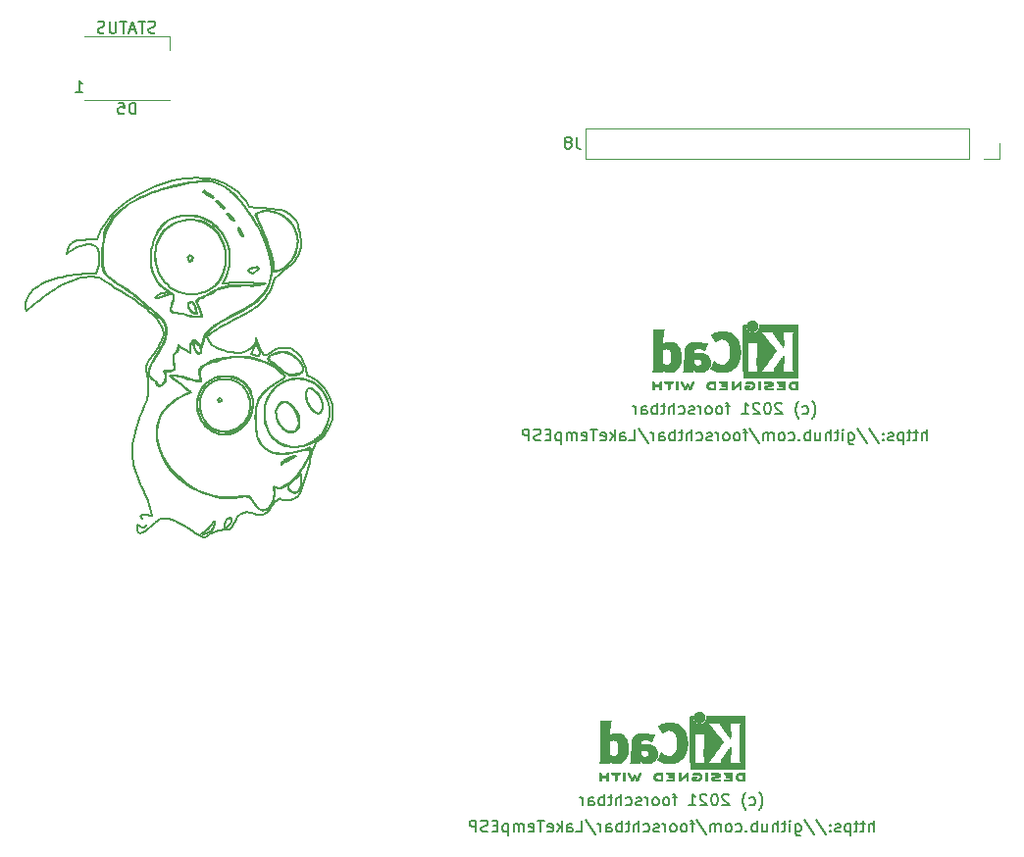
<source format=gbr>
%TF.GenerationSoftware,KiCad,Pcbnew,(5.1.10)-1*%
%TF.CreationDate,2021-05-24T15:00:52+02:00*%
%TF.ProjectId,LakeTemp,4c616b65-5465-46d7-902e-6b696361645f,v1.0*%
%TF.SameCoordinates,Original*%
%TF.FileFunction,Legend,Bot*%
%TF.FilePolarity,Positive*%
%FSLAX46Y46*%
G04 Gerber Fmt 4.6, Leading zero omitted, Abs format (unit mm)*
G04 Created by KiCad (PCBNEW (5.1.10)-1) date 2021-05-24 15:00:52*
%MOMM*%
%LPD*%
G01*
G04 APERTURE LIST*
%ADD10C,0.150000*%
%ADD11C,0.200000*%
%ADD12C,0.010000*%
%ADD13C,0.120000*%
G04 APERTURE END LIST*
D10*
X175113192Y-119273333D02*
X175160811Y-119225714D01*
X175256049Y-119082857D01*
X175303668Y-118987619D01*
X175351287Y-118844761D01*
X175398906Y-118606666D01*
X175398906Y-118416190D01*
X175351287Y-118178095D01*
X175303668Y-118035238D01*
X175256049Y-117940000D01*
X175160811Y-117797142D01*
X175113192Y-117749523D01*
X174303668Y-118844761D02*
X174398906Y-118892380D01*
X174589383Y-118892380D01*
X174684621Y-118844761D01*
X174732240Y-118797142D01*
X174779859Y-118701904D01*
X174779859Y-118416190D01*
X174732240Y-118320952D01*
X174684621Y-118273333D01*
X174589383Y-118225714D01*
X174398906Y-118225714D01*
X174303668Y-118273333D01*
X173970335Y-119273333D02*
X173922716Y-119225714D01*
X173827478Y-119082857D01*
X173779859Y-118987619D01*
X173732240Y-118844761D01*
X173684621Y-118606666D01*
X173684621Y-118416190D01*
X173732240Y-118178095D01*
X173779859Y-118035238D01*
X173827478Y-117940000D01*
X173922716Y-117797142D01*
X173970335Y-117749523D01*
X172494144Y-117987619D02*
X172446525Y-117940000D01*
X172351287Y-117892380D01*
X172113192Y-117892380D01*
X172017954Y-117940000D01*
X171970335Y-117987619D01*
X171922716Y-118082857D01*
X171922716Y-118178095D01*
X171970335Y-118320952D01*
X172541763Y-118892380D01*
X171922716Y-118892380D01*
X171303668Y-117892380D02*
X171208430Y-117892380D01*
X171113192Y-117940000D01*
X171065573Y-117987619D01*
X171017954Y-118082857D01*
X170970335Y-118273333D01*
X170970335Y-118511428D01*
X171017954Y-118701904D01*
X171065573Y-118797142D01*
X171113192Y-118844761D01*
X171208430Y-118892380D01*
X171303668Y-118892380D01*
X171398906Y-118844761D01*
X171446525Y-118797142D01*
X171494144Y-118701904D01*
X171541763Y-118511428D01*
X171541763Y-118273333D01*
X171494144Y-118082857D01*
X171446525Y-117987619D01*
X171398906Y-117940000D01*
X171303668Y-117892380D01*
X170589383Y-117987619D02*
X170541763Y-117940000D01*
X170446525Y-117892380D01*
X170208430Y-117892380D01*
X170113192Y-117940000D01*
X170065573Y-117987619D01*
X170017954Y-118082857D01*
X170017954Y-118178095D01*
X170065573Y-118320952D01*
X170637002Y-118892380D01*
X170017954Y-118892380D01*
X169065573Y-118892380D02*
X169637002Y-118892380D01*
X169351287Y-118892380D02*
X169351287Y-117892380D01*
X169446525Y-118035238D01*
X169541763Y-118130476D01*
X169637002Y-118178095D01*
X168017954Y-118225714D02*
X167637002Y-118225714D01*
X167875097Y-118892380D02*
X167875097Y-118035238D01*
X167827478Y-117940000D01*
X167732240Y-117892380D01*
X167637002Y-117892380D01*
X167160811Y-118892380D02*
X167256049Y-118844761D01*
X167303668Y-118797142D01*
X167351287Y-118701904D01*
X167351287Y-118416190D01*
X167303668Y-118320952D01*
X167256049Y-118273333D01*
X167160811Y-118225714D01*
X167017954Y-118225714D01*
X166922716Y-118273333D01*
X166875097Y-118320952D01*
X166827478Y-118416190D01*
X166827478Y-118701904D01*
X166875097Y-118797142D01*
X166922716Y-118844761D01*
X167017954Y-118892380D01*
X167160811Y-118892380D01*
X166256049Y-118892380D02*
X166351287Y-118844761D01*
X166398906Y-118797142D01*
X166446525Y-118701904D01*
X166446525Y-118416190D01*
X166398906Y-118320952D01*
X166351287Y-118273333D01*
X166256049Y-118225714D01*
X166113192Y-118225714D01*
X166017954Y-118273333D01*
X165970335Y-118320952D01*
X165922716Y-118416190D01*
X165922716Y-118701904D01*
X165970335Y-118797142D01*
X166017954Y-118844761D01*
X166113192Y-118892380D01*
X166256049Y-118892380D01*
X165494144Y-118892380D02*
X165494144Y-118225714D01*
X165494144Y-118416190D02*
X165446525Y-118320952D01*
X165398906Y-118273333D01*
X165303668Y-118225714D01*
X165208430Y-118225714D01*
X164922716Y-118844761D02*
X164827478Y-118892380D01*
X164637002Y-118892380D01*
X164541763Y-118844761D01*
X164494144Y-118749523D01*
X164494144Y-118701904D01*
X164541763Y-118606666D01*
X164637002Y-118559047D01*
X164779859Y-118559047D01*
X164875097Y-118511428D01*
X164922716Y-118416190D01*
X164922716Y-118368571D01*
X164875097Y-118273333D01*
X164779859Y-118225714D01*
X164637002Y-118225714D01*
X164541763Y-118273333D01*
X163637002Y-118844761D02*
X163732240Y-118892380D01*
X163922716Y-118892380D01*
X164017954Y-118844761D01*
X164065573Y-118797142D01*
X164113192Y-118701904D01*
X164113192Y-118416190D01*
X164065573Y-118320952D01*
X164017954Y-118273333D01*
X163922716Y-118225714D01*
X163732240Y-118225714D01*
X163637002Y-118273333D01*
X163208430Y-118892380D02*
X163208430Y-117892380D01*
X162779859Y-118892380D02*
X162779859Y-118368571D01*
X162827478Y-118273333D01*
X162922716Y-118225714D01*
X163065573Y-118225714D01*
X163160811Y-118273333D01*
X163208430Y-118320952D01*
X162446525Y-118225714D02*
X162065573Y-118225714D01*
X162303668Y-117892380D02*
X162303668Y-118749523D01*
X162256049Y-118844761D01*
X162160811Y-118892380D01*
X162065573Y-118892380D01*
X161732240Y-118892380D02*
X161732240Y-117892380D01*
X161732240Y-118273333D02*
X161637002Y-118225714D01*
X161446525Y-118225714D01*
X161351287Y-118273333D01*
X161303668Y-118320952D01*
X161256049Y-118416190D01*
X161256049Y-118701904D01*
X161303668Y-118797142D01*
X161351287Y-118844761D01*
X161446525Y-118892380D01*
X161637002Y-118892380D01*
X161732240Y-118844761D01*
X160398906Y-118892380D02*
X160398906Y-118368571D01*
X160446525Y-118273333D01*
X160541763Y-118225714D01*
X160732240Y-118225714D01*
X160827478Y-118273333D01*
X160398906Y-118844761D02*
X160494144Y-118892380D01*
X160732240Y-118892380D01*
X160827478Y-118844761D01*
X160875097Y-118749523D01*
X160875097Y-118654285D01*
X160827478Y-118559047D01*
X160732240Y-118511428D01*
X160494144Y-118511428D01*
X160398906Y-118463809D01*
X159922716Y-118892380D02*
X159922716Y-118225714D01*
X159922716Y-118416190D02*
X159875097Y-118320952D01*
X159827478Y-118273333D01*
X159732240Y-118225714D01*
X159637002Y-118225714D01*
X185017954Y-121178380D02*
X185017954Y-120178380D01*
X184589383Y-121178380D02*
X184589383Y-120654571D01*
X184637002Y-120559333D01*
X184732240Y-120511714D01*
X184875097Y-120511714D01*
X184970335Y-120559333D01*
X185017954Y-120606952D01*
X184256049Y-120511714D02*
X183875097Y-120511714D01*
X184113192Y-120178380D02*
X184113192Y-121035523D01*
X184065573Y-121130761D01*
X183970335Y-121178380D01*
X183875097Y-121178380D01*
X183684621Y-120511714D02*
X183303668Y-120511714D01*
X183541763Y-120178380D02*
X183541763Y-121035523D01*
X183494144Y-121130761D01*
X183398906Y-121178380D01*
X183303668Y-121178380D01*
X182970335Y-120511714D02*
X182970335Y-121511714D01*
X182970335Y-120559333D02*
X182875097Y-120511714D01*
X182684621Y-120511714D01*
X182589383Y-120559333D01*
X182541763Y-120606952D01*
X182494144Y-120702190D01*
X182494144Y-120987904D01*
X182541763Y-121083142D01*
X182589383Y-121130761D01*
X182684621Y-121178380D01*
X182875097Y-121178380D01*
X182970335Y-121130761D01*
X182113192Y-121130761D02*
X182017954Y-121178380D01*
X181827478Y-121178380D01*
X181732240Y-121130761D01*
X181684621Y-121035523D01*
X181684621Y-120987904D01*
X181732240Y-120892666D01*
X181827478Y-120845047D01*
X181970335Y-120845047D01*
X182065573Y-120797428D01*
X182113192Y-120702190D01*
X182113192Y-120654571D01*
X182065573Y-120559333D01*
X181970335Y-120511714D01*
X181827478Y-120511714D01*
X181732240Y-120559333D01*
X181256049Y-121083142D02*
X181208430Y-121130761D01*
X181256049Y-121178380D01*
X181303668Y-121130761D01*
X181256049Y-121083142D01*
X181256049Y-121178380D01*
X181256049Y-120559333D02*
X181208430Y-120606952D01*
X181256049Y-120654571D01*
X181303668Y-120606952D01*
X181256049Y-120559333D01*
X181256049Y-120654571D01*
X180065573Y-120130761D02*
X180922716Y-121416476D01*
X179017954Y-120130761D02*
X179875097Y-121416476D01*
X178256049Y-120511714D02*
X178256049Y-121321238D01*
X178303668Y-121416476D01*
X178351287Y-121464095D01*
X178446525Y-121511714D01*
X178589383Y-121511714D01*
X178684621Y-121464095D01*
X178256049Y-121130761D02*
X178351287Y-121178380D01*
X178541763Y-121178380D01*
X178637002Y-121130761D01*
X178684621Y-121083142D01*
X178732240Y-120987904D01*
X178732240Y-120702190D01*
X178684621Y-120606952D01*
X178637002Y-120559333D01*
X178541763Y-120511714D01*
X178351287Y-120511714D01*
X178256049Y-120559333D01*
X177779859Y-121178380D02*
X177779859Y-120511714D01*
X177779859Y-120178380D02*
X177827478Y-120226000D01*
X177779859Y-120273619D01*
X177732240Y-120226000D01*
X177779859Y-120178380D01*
X177779859Y-120273619D01*
X177446525Y-120511714D02*
X177065573Y-120511714D01*
X177303668Y-120178380D02*
X177303668Y-121035523D01*
X177256049Y-121130761D01*
X177160811Y-121178380D01*
X177065573Y-121178380D01*
X176732240Y-121178380D02*
X176732240Y-120178380D01*
X176303668Y-121178380D02*
X176303668Y-120654571D01*
X176351287Y-120559333D01*
X176446525Y-120511714D01*
X176589383Y-120511714D01*
X176684621Y-120559333D01*
X176732240Y-120606952D01*
X175398906Y-120511714D02*
X175398906Y-121178380D01*
X175827478Y-120511714D02*
X175827478Y-121035523D01*
X175779859Y-121130761D01*
X175684621Y-121178380D01*
X175541763Y-121178380D01*
X175446525Y-121130761D01*
X175398906Y-121083142D01*
X174922716Y-121178380D02*
X174922716Y-120178380D01*
X174922716Y-120559333D02*
X174827478Y-120511714D01*
X174637002Y-120511714D01*
X174541763Y-120559333D01*
X174494144Y-120606952D01*
X174446525Y-120702190D01*
X174446525Y-120987904D01*
X174494144Y-121083142D01*
X174541763Y-121130761D01*
X174637002Y-121178380D01*
X174827478Y-121178380D01*
X174922716Y-121130761D01*
X174017954Y-121083142D02*
X173970335Y-121130761D01*
X174017954Y-121178380D01*
X174065573Y-121130761D01*
X174017954Y-121083142D01*
X174017954Y-121178380D01*
X173113192Y-121130761D02*
X173208430Y-121178380D01*
X173398906Y-121178380D01*
X173494144Y-121130761D01*
X173541763Y-121083142D01*
X173589383Y-120987904D01*
X173589383Y-120702190D01*
X173541763Y-120606952D01*
X173494144Y-120559333D01*
X173398906Y-120511714D01*
X173208430Y-120511714D01*
X173113192Y-120559333D01*
X172541763Y-121178380D02*
X172637002Y-121130761D01*
X172684621Y-121083142D01*
X172732240Y-120987904D01*
X172732240Y-120702190D01*
X172684621Y-120606952D01*
X172637002Y-120559333D01*
X172541763Y-120511714D01*
X172398906Y-120511714D01*
X172303668Y-120559333D01*
X172256049Y-120606952D01*
X172208430Y-120702190D01*
X172208430Y-120987904D01*
X172256049Y-121083142D01*
X172303668Y-121130761D01*
X172398906Y-121178380D01*
X172541763Y-121178380D01*
X171779859Y-121178380D02*
X171779859Y-120511714D01*
X171779859Y-120606952D02*
X171732240Y-120559333D01*
X171637002Y-120511714D01*
X171494144Y-120511714D01*
X171398906Y-120559333D01*
X171351287Y-120654571D01*
X171351287Y-121178380D01*
X171351287Y-120654571D02*
X171303668Y-120559333D01*
X171208430Y-120511714D01*
X171065573Y-120511714D01*
X170970335Y-120559333D01*
X170922716Y-120654571D01*
X170922716Y-121178380D01*
X169732240Y-120130761D02*
X170589383Y-121416476D01*
X169541763Y-120511714D02*
X169160811Y-120511714D01*
X169398906Y-121178380D02*
X169398906Y-120321238D01*
X169351287Y-120226000D01*
X169256049Y-120178380D01*
X169160811Y-120178380D01*
X168684621Y-121178380D02*
X168779859Y-121130761D01*
X168827478Y-121083142D01*
X168875097Y-120987904D01*
X168875097Y-120702190D01*
X168827478Y-120606952D01*
X168779859Y-120559333D01*
X168684621Y-120511714D01*
X168541763Y-120511714D01*
X168446525Y-120559333D01*
X168398906Y-120606952D01*
X168351287Y-120702190D01*
X168351287Y-120987904D01*
X168398906Y-121083142D01*
X168446525Y-121130761D01*
X168541763Y-121178380D01*
X168684621Y-121178380D01*
X167779859Y-121178380D02*
X167875097Y-121130761D01*
X167922716Y-121083142D01*
X167970335Y-120987904D01*
X167970335Y-120702190D01*
X167922716Y-120606952D01*
X167875097Y-120559333D01*
X167779859Y-120511714D01*
X167637002Y-120511714D01*
X167541763Y-120559333D01*
X167494144Y-120606952D01*
X167446525Y-120702190D01*
X167446525Y-120987904D01*
X167494144Y-121083142D01*
X167541763Y-121130761D01*
X167637002Y-121178380D01*
X167779859Y-121178380D01*
X167017954Y-121178380D02*
X167017954Y-120511714D01*
X167017954Y-120702190D02*
X166970335Y-120606952D01*
X166922716Y-120559333D01*
X166827478Y-120511714D01*
X166732240Y-120511714D01*
X166446525Y-121130761D02*
X166351287Y-121178380D01*
X166160811Y-121178380D01*
X166065573Y-121130761D01*
X166017954Y-121035523D01*
X166017954Y-120987904D01*
X166065573Y-120892666D01*
X166160811Y-120845047D01*
X166303668Y-120845047D01*
X166398906Y-120797428D01*
X166446525Y-120702190D01*
X166446525Y-120654571D01*
X166398906Y-120559333D01*
X166303668Y-120511714D01*
X166160811Y-120511714D01*
X166065573Y-120559333D01*
X165160811Y-121130761D02*
X165256049Y-121178380D01*
X165446525Y-121178380D01*
X165541763Y-121130761D01*
X165589383Y-121083142D01*
X165637002Y-120987904D01*
X165637002Y-120702190D01*
X165589383Y-120606952D01*
X165541763Y-120559333D01*
X165446525Y-120511714D01*
X165256049Y-120511714D01*
X165160811Y-120559333D01*
X164732240Y-121178380D02*
X164732240Y-120178380D01*
X164303668Y-121178380D02*
X164303668Y-120654571D01*
X164351287Y-120559333D01*
X164446525Y-120511714D01*
X164589383Y-120511714D01*
X164684621Y-120559333D01*
X164732240Y-120606952D01*
X163970335Y-120511714D02*
X163589383Y-120511714D01*
X163827478Y-120178380D02*
X163827478Y-121035523D01*
X163779859Y-121130761D01*
X163684621Y-121178380D01*
X163589383Y-121178380D01*
X163256049Y-121178380D02*
X163256049Y-120178380D01*
X163256049Y-120559333D02*
X163160811Y-120511714D01*
X162970335Y-120511714D01*
X162875097Y-120559333D01*
X162827478Y-120606952D01*
X162779859Y-120702190D01*
X162779859Y-120987904D01*
X162827478Y-121083142D01*
X162875097Y-121130761D01*
X162970335Y-121178380D01*
X163160811Y-121178380D01*
X163256049Y-121130761D01*
X161922716Y-121178380D02*
X161922716Y-120654571D01*
X161970335Y-120559333D01*
X162065573Y-120511714D01*
X162256049Y-120511714D01*
X162351287Y-120559333D01*
X161922716Y-121130761D02*
X162017954Y-121178380D01*
X162256049Y-121178380D01*
X162351287Y-121130761D01*
X162398906Y-121035523D01*
X162398906Y-120940285D01*
X162351287Y-120845047D01*
X162256049Y-120797428D01*
X162017954Y-120797428D01*
X161922716Y-120749809D01*
X161446525Y-121178380D02*
X161446525Y-120511714D01*
X161446525Y-120702190D02*
X161398906Y-120606952D01*
X161351287Y-120559333D01*
X161256049Y-120511714D01*
X161160811Y-120511714D01*
X160113192Y-120130761D02*
X160970335Y-121416476D01*
X159303668Y-121178380D02*
X159779859Y-121178380D01*
X159779859Y-120178380D01*
X158541763Y-121178380D02*
X158541763Y-120654571D01*
X158589383Y-120559333D01*
X158684621Y-120511714D01*
X158875097Y-120511714D01*
X158970335Y-120559333D01*
X158541763Y-121130761D02*
X158637002Y-121178380D01*
X158875097Y-121178380D01*
X158970335Y-121130761D01*
X159017954Y-121035523D01*
X159017954Y-120940285D01*
X158970335Y-120845047D01*
X158875097Y-120797428D01*
X158637002Y-120797428D01*
X158541763Y-120749809D01*
X158065573Y-121178380D02*
X158065573Y-120178380D01*
X157970335Y-120797428D02*
X157684621Y-121178380D01*
X157684621Y-120511714D02*
X158065573Y-120892666D01*
X156875097Y-121130761D02*
X156970335Y-121178380D01*
X157160811Y-121178380D01*
X157256049Y-121130761D01*
X157303668Y-121035523D01*
X157303668Y-120654571D01*
X157256049Y-120559333D01*
X157160811Y-120511714D01*
X156970335Y-120511714D01*
X156875097Y-120559333D01*
X156827478Y-120654571D01*
X156827478Y-120749809D01*
X157303668Y-120845047D01*
X156541763Y-120178380D02*
X155970335Y-120178380D01*
X156256049Y-121178380D02*
X156256049Y-120178380D01*
X155256049Y-121130761D02*
X155351287Y-121178380D01*
X155541763Y-121178380D01*
X155637002Y-121130761D01*
X155684621Y-121035523D01*
X155684621Y-120654571D01*
X155637002Y-120559333D01*
X155541763Y-120511714D01*
X155351287Y-120511714D01*
X155256049Y-120559333D01*
X155208430Y-120654571D01*
X155208430Y-120749809D01*
X155684621Y-120845047D01*
X154779859Y-121178380D02*
X154779859Y-120511714D01*
X154779859Y-120606952D02*
X154732240Y-120559333D01*
X154637002Y-120511714D01*
X154494144Y-120511714D01*
X154398906Y-120559333D01*
X154351287Y-120654571D01*
X154351287Y-121178380D01*
X154351287Y-120654571D02*
X154303668Y-120559333D01*
X154208430Y-120511714D01*
X154065573Y-120511714D01*
X153970335Y-120559333D01*
X153922716Y-120654571D01*
X153922716Y-121178380D01*
X153446525Y-120511714D02*
X153446525Y-121511714D01*
X153446525Y-120559333D02*
X153351287Y-120511714D01*
X153160811Y-120511714D01*
X153065573Y-120559333D01*
X153017954Y-120606952D01*
X152970335Y-120702190D01*
X152970335Y-120987904D01*
X153017954Y-121083142D01*
X153065573Y-121130761D01*
X153160811Y-121178380D01*
X153351287Y-121178380D01*
X153446525Y-121130761D01*
X152541763Y-120654571D02*
X152208430Y-120654571D01*
X152065573Y-121178380D02*
X152541763Y-121178380D01*
X152541763Y-120178380D01*
X152065573Y-120178380D01*
X151684621Y-121130761D02*
X151541763Y-121178380D01*
X151303668Y-121178380D01*
X151208430Y-121130761D01*
X151160811Y-121083142D01*
X151113192Y-120987904D01*
X151113192Y-120892666D01*
X151160811Y-120797428D01*
X151208430Y-120749809D01*
X151303668Y-120702190D01*
X151494144Y-120654571D01*
X151589383Y-120606952D01*
X151637002Y-120559333D01*
X151684621Y-120464095D01*
X151684621Y-120368857D01*
X151637002Y-120273619D01*
X151589383Y-120226000D01*
X151494144Y-120178380D01*
X151256049Y-120178380D01*
X151113192Y-120226000D01*
X150684621Y-121178380D02*
X150684621Y-120178380D01*
X150303668Y-120178380D01*
X150208430Y-120226000D01*
X150160811Y-120273619D01*
X150113192Y-120368857D01*
X150113192Y-120511714D01*
X150160811Y-120606952D01*
X150208430Y-120654571D01*
X150303668Y-120702190D01*
X150684621Y-120702190D01*
X179685192Y-85491333D02*
X179732811Y-85443714D01*
X179828049Y-85300857D01*
X179875668Y-85205619D01*
X179923287Y-85062761D01*
X179970906Y-84824666D01*
X179970906Y-84634190D01*
X179923287Y-84396095D01*
X179875668Y-84253238D01*
X179828049Y-84158000D01*
X179732811Y-84015142D01*
X179685192Y-83967523D01*
X178875668Y-85062761D02*
X178970906Y-85110380D01*
X179161383Y-85110380D01*
X179256621Y-85062761D01*
X179304240Y-85015142D01*
X179351859Y-84919904D01*
X179351859Y-84634190D01*
X179304240Y-84538952D01*
X179256621Y-84491333D01*
X179161383Y-84443714D01*
X178970906Y-84443714D01*
X178875668Y-84491333D01*
X178542335Y-85491333D02*
X178494716Y-85443714D01*
X178399478Y-85300857D01*
X178351859Y-85205619D01*
X178304240Y-85062761D01*
X178256621Y-84824666D01*
X178256621Y-84634190D01*
X178304240Y-84396095D01*
X178351859Y-84253238D01*
X178399478Y-84158000D01*
X178494716Y-84015142D01*
X178542335Y-83967523D01*
X177066144Y-84205619D02*
X177018525Y-84158000D01*
X176923287Y-84110380D01*
X176685192Y-84110380D01*
X176589954Y-84158000D01*
X176542335Y-84205619D01*
X176494716Y-84300857D01*
X176494716Y-84396095D01*
X176542335Y-84538952D01*
X177113763Y-85110380D01*
X176494716Y-85110380D01*
X175875668Y-84110380D02*
X175780430Y-84110380D01*
X175685192Y-84158000D01*
X175637573Y-84205619D01*
X175589954Y-84300857D01*
X175542335Y-84491333D01*
X175542335Y-84729428D01*
X175589954Y-84919904D01*
X175637573Y-85015142D01*
X175685192Y-85062761D01*
X175780430Y-85110380D01*
X175875668Y-85110380D01*
X175970906Y-85062761D01*
X176018525Y-85015142D01*
X176066144Y-84919904D01*
X176113763Y-84729428D01*
X176113763Y-84491333D01*
X176066144Y-84300857D01*
X176018525Y-84205619D01*
X175970906Y-84158000D01*
X175875668Y-84110380D01*
X175161383Y-84205619D02*
X175113763Y-84158000D01*
X175018525Y-84110380D01*
X174780430Y-84110380D01*
X174685192Y-84158000D01*
X174637573Y-84205619D01*
X174589954Y-84300857D01*
X174589954Y-84396095D01*
X174637573Y-84538952D01*
X175209002Y-85110380D01*
X174589954Y-85110380D01*
X173637573Y-85110380D02*
X174209002Y-85110380D01*
X173923287Y-85110380D02*
X173923287Y-84110380D01*
X174018525Y-84253238D01*
X174113763Y-84348476D01*
X174209002Y-84396095D01*
X172589954Y-84443714D02*
X172209002Y-84443714D01*
X172447097Y-85110380D02*
X172447097Y-84253238D01*
X172399478Y-84158000D01*
X172304240Y-84110380D01*
X172209002Y-84110380D01*
X171732811Y-85110380D02*
X171828049Y-85062761D01*
X171875668Y-85015142D01*
X171923287Y-84919904D01*
X171923287Y-84634190D01*
X171875668Y-84538952D01*
X171828049Y-84491333D01*
X171732811Y-84443714D01*
X171589954Y-84443714D01*
X171494716Y-84491333D01*
X171447097Y-84538952D01*
X171399478Y-84634190D01*
X171399478Y-84919904D01*
X171447097Y-85015142D01*
X171494716Y-85062761D01*
X171589954Y-85110380D01*
X171732811Y-85110380D01*
X170828049Y-85110380D02*
X170923287Y-85062761D01*
X170970906Y-85015142D01*
X171018525Y-84919904D01*
X171018525Y-84634190D01*
X170970906Y-84538952D01*
X170923287Y-84491333D01*
X170828049Y-84443714D01*
X170685192Y-84443714D01*
X170589954Y-84491333D01*
X170542335Y-84538952D01*
X170494716Y-84634190D01*
X170494716Y-84919904D01*
X170542335Y-85015142D01*
X170589954Y-85062761D01*
X170685192Y-85110380D01*
X170828049Y-85110380D01*
X170066144Y-85110380D02*
X170066144Y-84443714D01*
X170066144Y-84634190D02*
X170018525Y-84538952D01*
X169970906Y-84491333D01*
X169875668Y-84443714D01*
X169780430Y-84443714D01*
X169494716Y-85062761D02*
X169399478Y-85110380D01*
X169209002Y-85110380D01*
X169113763Y-85062761D01*
X169066144Y-84967523D01*
X169066144Y-84919904D01*
X169113763Y-84824666D01*
X169209002Y-84777047D01*
X169351859Y-84777047D01*
X169447097Y-84729428D01*
X169494716Y-84634190D01*
X169494716Y-84586571D01*
X169447097Y-84491333D01*
X169351859Y-84443714D01*
X169209002Y-84443714D01*
X169113763Y-84491333D01*
X168209002Y-85062761D02*
X168304240Y-85110380D01*
X168494716Y-85110380D01*
X168589954Y-85062761D01*
X168637573Y-85015142D01*
X168685192Y-84919904D01*
X168685192Y-84634190D01*
X168637573Y-84538952D01*
X168589954Y-84491333D01*
X168494716Y-84443714D01*
X168304240Y-84443714D01*
X168209002Y-84491333D01*
X167780430Y-85110380D02*
X167780430Y-84110380D01*
X167351859Y-85110380D02*
X167351859Y-84586571D01*
X167399478Y-84491333D01*
X167494716Y-84443714D01*
X167637573Y-84443714D01*
X167732811Y-84491333D01*
X167780430Y-84538952D01*
X167018525Y-84443714D02*
X166637573Y-84443714D01*
X166875668Y-84110380D02*
X166875668Y-84967523D01*
X166828049Y-85062761D01*
X166732811Y-85110380D01*
X166637573Y-85110380D01*
X166304240Y-85110380D02*
X166304240Y-84110380D01*
X166304240Y-84491333D02*
X166209002Y-84443714D01*
X166018525Y-84443714D01*
X165923287Y-84491333D01*
X165875668Y-84538952D01*
X165828049Y-84634190D01*
X165828049Y-84919904D01*
X165875668Y-85015142D01*
X165923287Y-85062761D01*
X166018525Y-85110380D01*
X166209002Y-85110380D01*
X166304240Y-85062761D01*
X164970906Y-85110380D02*
X164970906Y-84586571D01*
X165018525Y-84491333D01*
X165113763Y-84443714D01*
X165304240Y-84443714D01*
X165399478Y-84491333D01*
X164970906Y-85062761D02*
X165066144Y-85110380D01*
X165304240Y-85110380D01*
X165399478Y-85062761D01*
X165447097Y-84967523D01*
X165447097Y-84872285D01*
X165399478Y-84777047D01*
X165304240Y-84729428D01*
X165066144Y-84729428D01*
X164970906Y-84681809D01*
X164494716Y-85110380D02*
X164494716Y-84443714D01*
X164494716Y-84634190D02*
X164447097Y-84538952D01*
X164399478Y-84491333D01*
X164304240Y-84443714D01*
X164209002Y-84443714D01*
X189589954Y-87396380D02*
X189589954Y-86396380D01*
X189161383Y-87396380D02*
X189161383Y-86872571D01*
X189209002Y-86777333D01*
X189304240Y-86729714D01*
X189447097Y-86729714D01*
X189542335Y-86777333D01*
X189589954Y-86824952D01*
X188828049Y-86729714D02*
X188447097Y-86729714D01*
X188685192Y-86396380D02*
X188685192Y-87253523D01*
X188637573Y-87348761D01*
X188542335Y-87396380D01*
X188447097Y-87396380D01*
X188256621Y-86729714D02*
X187875668Y-86729714D01*
X188113763Y-86396380D02*
X188113763Y-87253523D01*
X188066144Y-87348761D01*
X187970906Y-87396380D01*
X187875668Y-87396380D01*
X187542335Y-86729714D02*
X187542335Y-87729714D01*
X187542335Y-86777333D02*
X187447097Y-86729714D01*
X187256621Y-86729714D01*
X187161383Y-86777333D01*
X187113763Y-86824952D01*
X187066144Y-86920190D01*
X187066144Y-87205904D01*
X187113763Y-87301142D01*
X187161383Y-87348761D01*
X187256621Y-87396380D01*
X187447097Y-87396380D01*
X187542335Y-87348761D01*
X186685192Y-87348761D02*
X186589954Y-87396380D01*
X186399478Y-87396380D01*
X186304240Y-87348761D01*
X186256621Y-87253523D01*
X186256621Y-87205904D01*
X186304240Y-87110666D01*
X186399478Y-87063047D01*
X186542335Y-87063047D01*
X186637573Y-87015428D01*
X186685192Y-86920190D01*
X186685192Y-86872571D01*
X186637573Y-86777333D01*
X186542335Y-86729714D01*
X186399478Y-86729714D01*
X186304240Y-86777333D01*
X185828049Y-87301142D02*
X185780430Y-87348761D01*
X185828049Y-87396380D01*
X185875668Y-87348761D01*
X185828049Y-87301142D01*
X185828049Y-87396380D01*
X185828049Y-86777333D02*
X185780430Y-86824952D01*
X185828049Y-86872571D01*
X185875668Y-86824952D01*
X185828049Y-86777333D01*
X185828049Y-86872571D01*
X184637573Y-86348761D02*
X185494716Y-87634476D01*
X183589954Y-86348761D02*
X184447097Y-87634476D01*
X182828049Y-86729714D02*
X182828049Y-87539238D01*
X182875668Y-87634476D01*
X182923287Y-87682095D01*
X183018525Y-87729714D01*
X183161383Y-87729714D01*
X183256621Y-87682095D01*
X182828049Y-87348761D02*
X182923287Y-87396380D01*
X183113763Y-87396380D01*
X183209002Y-87348761D01*
X183256621Y-87301142D01*
X183304240Y-87205904D01*
X183304240Y-86920190D01*
X183256621Y-86824952D01*
X183209002Y-86777333D01*
X183113763Y-86729714D01*
X182923287Y-86729714D01*
X182828049Y-86777333D01*
X182351859Y-87396380D02*
X182351859Y-86729714D01*
X182351859Y-86396380D02*
X182399478Y-86444000D01*
X182351859Y-86491619D01*
X182304240Y-86444000D01*
X182351859Y-86396380D01*
X182351859Y-86491619D01*
X182018525Y-86729714D02*
X181637573Y-86729714D01*
X181875668Y-86396380D02*
X181875668Y-87253523D01*
X181828049Y-87348761D01*
X181732811Y-87396380D01*
X181637573Y-87396380D01*
X181304240Y-87396380D02*
X181304240Y-86396380D01*
X180875668Y-87396380D02*
X180875668Y-86872571D01*
X180923287Y-86777333D01*
X181018525Y-86729714D01*
X181161383Y-86729714D01*
X181256621Y-86777333D01*
X181304240Y-86824952D01*
X179970906Y-86729714D02*
X179970906Y-87396380D01*
X180399478Y-86729714D02*
X180399478Y-87253523D01*
X180351859Y-87348761D01*
X180256621Y-87396380D01*
X180113763Y-87396380D01*
X180018525Y-87348761D01*
X179970906Y-87301142D01*
X179494716Y-87396380D02*
X179494716Y-86396380D01*
X179494716Y-86777333D02*
X179399478Y-86729714D01*
X179209002Y-86729714D01*
X179113763Y-86777333D01*
X179066144Y-86824952D01*
X179018525Y-86920190D01*
X179018525Y-87205904D01*
X179066144Y-87301142D01*
X179113763Y-87348761D01*
X179209002Y-87396380D01*
X179399478Y-87396380D01*
X179494716Y-87348761D01*
X178589954Y-87301142D02*
X178542335Y-87348761D01*
X178589954Y-87396380D01*
X178637573Y-87348761D01*
X178589954Y-87301142D01*
X178589954Y-87396380D01*
X177685192Y-87348761D02*
X177780430Y-87396380D01*
X177970906Y-87396380D01*
X178066144Y-87348761D01*
X178113763Y-87301142D01*
X178161383Y-87205904D01*
X178161383Y-86920190D01*
X178113763Y-86824952D01*
X178066144Y-86777333D01*
X177970906Y-86729714D01*
X177780430Y-86729714D01*
X177685192Y-86777333D01*
X177113763Y-87396380D02*
X177209002Y-87348761D01*
X177256621Y-87301142D01*
X177304240Y-87205904D01*
X177304240Y-86920190D01*
X177256621Y-86824952D01*
X177209002Y-86777333D01*
X177113763Y-86729714D01*
X176970906Y-86729714D01*
X176875668Y-86777333D01*
X176828049Y-86824952D01*
X176780430Y-86920190D01*
X176780430Y-87205904D01*
X176828049Y-87301142D01*
X176875668Y-87348761D01*
X176970906Y-87396380D01*
X177113763Y-87396380D01*
X176351859Y-87396380D02*
X176351859Y-86729714D01*
X176351859Y-86824952D02*
X176304240Y-86777333D01*
X176209002Y-86729714D01*
X176066144Y-86729714D01*
X175970906Y-86777333D01*
X175923287Y-86872571D01*
X175923287Y-87396380D01*
X175923287Y-86872571D02*
X175875668Y-86777333D01*
X175780430Y-86729714D01*
X175637573Y-86729714D01*
X175542335Y-86777333D01*
X175494716Y-86872571D01*
X175494716Y-87396380D01*
X174304240Y-86348761D02*
X175161383Y-87634476D01*
X174113763Y-86729714D02*
X173732811Y-86729714D01*
X173970906Y-87396380D02*
X173970906Y-86539238D01*
X173923287Y-86444000D01*
X173828049Y-86396380D01*
X173732811Y-86396380D01*
X173256621Y-87396380D02*
X173351859Y-87348761D01*
X173399478Y-87301142D01*
X173447097Y-87205904D01*
X173447097Y-86920190D01*
X173399478Y-86824952D01*
X173351859Y-86777333D01*
X173256621Y-86729714D01*
X173113763Y-86729714D01*
X173018525Y-86777333D01*
X172970906Y-86824952D01*
X172923287Y-86920190D01*
X172923287Y-87205904D01*
X172970906Y-87301142D01*
X173018525Y-87348761D01*
X173113763Y-87396380D01*
X173256621Y-87396380D01*
X172351859Y-87396380D02*
X172447097Y-87348761D01*
X172494716Y-87301142D01*
X172542335Y-87205904D01*
X172542335Y-86920190D01*
X172494716Y-86824952D01*
X172447097Y-86777333D01*
X172351859Y-86729714D01*
X172209002Y-86729714D01*
X172113763Y-86777333D01*
X172066144Y-86824952D01*
X172018525Y-86920190D01*
X172018525Y-87205904D01*
X172066144Y-87301142D01*
X172113763Y-87348761D01*
X172209002Y-87396380D01*
X172351859Y-87396380D01*
X171589954Y-87396380D02*
X171589954Y-86729714D01*
X171589954Y-86920190D02*
X171542335Y-86824952D01*
X171494716Y-86777333D01*
X171399478Y-86729714D01*
X171304240Y-86729714D01*
X171018525Y-87348761D02*
X170923287Y-87396380D01*
X170732811Y-87396380D01*
X170637573Y-87348761D01*
X170589954Y-87253523D01*
X170589954Y-87205904D01*
X170637573Y-87110666D01*
X170732811Y-87063047D01*
X170875668Y-87063047D01*
X170970906Y-87015428D01*
X171018525Y-86920190D01*
X171018525Y-86872571D01*
X170970906Y-86777333D01*
X170875668Y-86729714D01*
X170732811Y-86729714D01*
X170637573Y-86777333D01*
X169732811Y-87348761D02*
X169828049Y-87396380D01*
X170018525Y-87396380D01*
X170113763Y-87348761D01*
X170161383Y-87301142D01*
X170209002Y-87205904D01*
X170209002Y-86920190D01*
X170161383Y-86824952D01*
X170113763Y-86777333D01*
X170018525Y-86729714D01*
X169828049Y-86729714D01*
X169732811Y-86777333D01*
X169304240Y-87396380D02*
X169304240Y-86396380D01*
X168875668Y-87396380D02*
X168875668Y-86872571D01*
X168923287Y-86777333D01*
X169018525Y-86729714D01*
X169161383Y-86729714D01*
X169256621Y-86777333D01*
X169304240Y-86824952D01*
X168542335Y-86729714D02*
X168161383Y-86729714D01*
X168399478Y-86396380D02*
X168399478Y-87253523D01*
X168351859Y-87348761D01*
X168256621Y-87396380D01*
X168161383Y-87396380D01*
X167828049Y-87396380D02*
X167828049Y-86396380D01*
X167828049Y-86777333D02*
X167732811Y-86729714D01*
X167542335Y-86729714D01*
X167447097Y-86777333D01*
X167399478Y-86824952D01*
X167351859Y-86920190D01*
X167351859Y-87205904D01*
X167399478Y-87301142D01*
X167447097Y-87348761D01*
X167542335Y-87396380D01*
X167732811Y-87396380D01*
X167828049Y-87348761D01*
X166494716Y-87396380D02*
X166494716Y-86872571D01*
X166542335Y-86777333D01*
X166637573Y-86729714D01*
X166828049Y-86729714D01*
X166923287Y-86777333D01*
X166494716Y-87348761D02*
X166589954Y-87396380D01*
X166828049Y-87396380D01*
X166923287Y-87348761D01*
X166970906Y-87253523D01*
X166970906Y-87158285D01*
X166923287Y-87063047D01*
X166828049Y-87015428D01*
X166589954Y-87015428D01*
X166494716Y-86967809D01*
X166018525Y-87396380D02*
X166018525Y-86729714D01*
X166018525Y-86920190D02*
X165970906Y-86824952D01*
X165923287Y-86777333D01*
X165828049Y-86729714D01*
X165732811Y-86729714D01*
X164685192Y-86348761D02*
X165542335Y-87634476D01*
X163875668Y-87396380D02*
X164351859Y-87396380D01*
X164351859Y-86396380D01*
X163113763Y-87396380D02*
X163113763Y-86872571D01*
X163161383Y-86777333D01*
X163256621Y-86729714D01*
X163447097Y-86729714D01*
X163542335Y-86777333D01*
X163113763Y-87348761D02*
X163209002Y-87396380D01*
X163447097Y-87396380D01*
X163542335Y-87348761D01*
X163589954Y-87253523D01*
X163589954Y-87158285D01*
X163542335Y-87063047D01*
X163447097Y-87015428D01*
X163209002Y-87015428D01*
X163113763Y-86967809D01*
X162637573Y-87396380D02*
X162637573Y-86396380D01*
X162542335Y-87015428D02*
X162256621Y-87396380D01*
X162256621Y-86729714D02*
X162637573Y-87110666D01*
X161447097Y-87348761D02*
X161542335Y-87396380D01*
X161732811Y-87396380D01*
X161828049Y-87348761D01*
X161875668Y-87253523D01*
X161875668Y-86872571D01*
X161828049Y-86777333D01*
X161732811Y-86729714D01*
X161542335Y-86729714D01*
X161447097Y-86777333D01*
X161399478Y-86872571D01*
X161399478Y-86967809D01*
X161875668Y-87063047D01*
X161113763Y-86396380D02*
X160542335Y-86396380D01*
X160828049Y-87396380D02*
X160828049Y-86396380D01*
X159828049Y-87348761D02*
X159923287Y-87396380D01*
X160113763Y-87396380D01*
X160209002Y-87348761D01*
X160256621Y-87253523D01*
X160256621Y-86872571D01*
X160209002Y-86777333D01*
X160113763Y-86729714D01*
X159923287Y-86729714D01*
X159828049Y-86777333D01*
X159780430Y-86872571D01*
X159780430Y-86967809D01*
X160256621Y-87063047D01*
X159351859Y-87396380D02*
X159351859Y-86729714D01*
X159351859Y-86824952D02*
X159304240Y-86777333D01*
X159209002Y-86729714D01*
X159066144Y-86729714D01*
X158970906Y-86777333D01*
X158923287Y-86872571D01*
X158923287Y-87396380D01*
X158923287Y-86872571D02*
X158875668Y-86777333D01*
X158780430Y-86729714D01*
X158637573Y-86729714D01*
X158542335Y-86777333D01*
X158494716Y-86872571D01*
X158494716Y-87396380D01*
X158018525Y-86729714D02*
X158018525Y-87729714D01*
X158018525Y-86777333D02*
X157923287Y-86729714D01*
X157732811Y-86729714D01*
X157637573Y-86777333D01*
X157589954Y-86824952D01*
X157542335Y-86920190D01*
X157542335Y-87205904D01*
X157589954Y-87301142D01*
X157637573Y-87348761D01*
X157732811Y-87396380D01*
X157923287Y-87396380D01*
X158018525Y-87348761D01*
X157113763Y-86872571D02*
X156780430Y-86872571D01*
X156637573Y-87396380D02*
X157113763Y-87396380D01*
X157113763Y-86396380D01*
X156637573Y-86396380D01*
X156256621Y-87348761D02*
X156113763Y-87396380D01*
X155875668Y-87396380D01*
X155780430Y-87348761D01*
X155732811Y-87301142D01*
X155685192Y-87205904D01*
X155685192Y-87110666D01*
X155732811Y-87015428D01*
X155780430Y-86967809D01*
X155875668Y-86920190D01*
X156066144Y-86872571D01*
X156161383Y-86824952D01*
X156209002Y-86777333D01*
X156256621Y-86682095D01*
X156256621Y-86586857D01*
X156209002Y-86491619D01*
X156161383Y-86444000D01*
X156066144Y-86396380D01*
X155828049Y-86396380D01*
X155685192Y-86444000D01*
X155256621Y-87396380D02*
X155256621Y-86396380D01*
X154875668Y-86396380D01*
X154780430Y-86444000D01*
X154732811Y-86491619D01*
X154685192Y-86586857D01*
X154685192Y-86729714D01*
X154732811Y-86824952D01*
X154780430Y-86872571D01*
X154875668Y-86920190D01*
X155256621Y-86920190D01*
D11*
X130145321Y-68975657D02*
X130204389Y-69187198D01*
X130204389Y-69187198D02*
X130273745Y-69375573D01*
X130273745Y-69375573D02*
X130364904Y-69560990D01*
X130364904Y-69560990D02*
X130488536Y-69718990D01*
X130488536Y-69718990D02*
X130599496Y-69748204D01*
X127086293Y-65906581D02*
X127274560Y-66023477D01*
X127274560Y-66023477D02*
X127464018Y-66141093D01*
X127464018Y-66141093D02*
X127637093Y-66248507D01*
X127637093Y-66248507D02*
X127821187Y-66362698D01*
X127821187Y-66362698D02*
X127949869Y-66442465D01*
X133240078Y-72796396D02*
X133446161Y-72772315D01*
X133446161Y-72772315D02*
X133645865Y-72723725D01*
X133645865Y-72723725D02*
X133838358Y-72651887D01*
X133838358Y-72651887D02*
X134022812Y-72558065D01*
X134022812Y-72558065D02*
X134198396Y-72443523D01*
X134198396Y-72443523D02*
X134364280Y-72309522D01*
X134364280Y-72309522D02*
X134519634Y-72157326D01*
X134519634Y-72157326D02*
X134663628Y-71988199D01*
X134663628Y-71988199D02*
X134795431Y-71803403D01*
X134795431Y-71803403D02*
X134914215Y-71604201D01*
X134914215Y-71604201D02*
X135019148Y-71391857D01*
X135019148Y-71391857D02*
X135109402Y-71167634D01*
X135109402Y-71167634D02*
X135184145Y-70932795D01*
X135184145Y-70932795D02*
X135242547Y-70688602D01*
X135242547Y-70688602D02*
X135283780Y-70436319D01*
X135283780Y-70436319D02*
X135307012Y-70177210D01*
X135173830Y-88708678D02*
X134935105Y-88723380D01*
X134935105Y-88723380D02*
X134716023Y-88790347D01*
X134716023Y-88790347D02*
X134490420Y-88892687D01*
X134490420Y-88892687D02*
X134275333Y-89017755D01*
X134275333Y-89017755D02*
X134087802Y-89152906D01*
X134087802Y-89152906D02*
X133918095Y-89316759D01*
X133918095Y-89316759D02*
X133853278Y-89473326D01*
X130858217Y-92207430D02*
X130331508Y-92312214D01*
X130331508Y-92312214D02*
X129806107Y-92364578D01*
X129806107Y-92364578D02*
X129284318Y-92367284D01*
X129284318Y-92367284D02*
X128768449Y-92323093D01*
X128768449Y-92323093D02*
X128260806Y-92234767D01*
X128260806Y-92234767D02*
X127763695Y-92105067D01*
X127763695Y-92105067D02*
X127279423Y-91936753D01*
X127279423Y-91936753D02*
X126810296Y-91732589D01*
X126810296Y-91732589D02*
X126358620Y-91495335D01*
X126358620Y-91495335D02*
X125926702Y-91227752D01*
X125926702Y-91227752D02*
X125516849Y-90932603D01*
X125516849Y-90932603D02*
X125131366Y-90612648D01*
X125131366Y-90612648D02*
X124772561Y-90270649D01*
X124772561Y-90270649D02*
X124442739Y-89909367D01*
X124442739Y-89909367D02*
X124144207Y-89531564D01*
X124144207Y-89531564D02*
X123879272Y-89140002D01*
X123879272Y-89140002D02*
X123650239Y-88737441D01*
X123650239Y-88737441D02*
X123459416Y-88326643D01*
X123459416Y-88326643D02*
X123309108Y-87910370D01*
X123309108Y-87910370D02*
X123201623Y-87491383D01*
X123201623Y-87491383D02*
X123139265Y-87072443D01*
X123139265Y-87072443D02*
X123124343Y-86656312D01*
X123124343Y-86656312D02*
X123159162Y-86245751D01*
X123159162Y-86245751D02*
X123246029Y-85843522D01*
X123246029Y-85843522D02*
X123387249Y-85452386D01*
X123387249Y-85452386D02*
X123585131Y-85075105D01*
X123585131Y-85075105D02*
X123841979Y-84714439D01*
X123841979Y-84714439D02*
X124160100Y-84373152D01*
X124160100Y-84373152D02*
X124541802Y-84054003D01*
X124541802Y-84054003D02*
X124989389Y-83759754D01*
X124989389Y-83759754D02*
X125505169Y-83493167D01*
X125505169Y-83493167D02*
X126091449Y-83257004D01*
X124051616Y-68404627D02*
X123883921Y-68549638D01*
X123883921Y-68549638D02*
X123725811Y-68706278D01*
X123725811Y-68706278D02*
X123577445Y-68873683D01*
X123577445Y-68873683D02*
X123438978Y-69050992D01*
X123438978Y-69050992D02*
X123310569Y-69237341D01*
X123310569Y-69237341D02*
X123192375Y-69431867D01*
X123192375Y-69431867D02*
X123084553Y-69633708D01*
X123084553Y-69633708D02*
X122987262Y-69842001D01*
X122987262Y-69842001D02*
X122900658Y-70055882D01*
X122900658Y-70055882D02*
X122824899Y-70274490D01*
X122824899Y-70274490D02*
X122760143Y-70496961D01*
X122760143Y-70496961D02*
X122706547Y-70722433D01*
X122706547Y-70722433D02*
X122664268Y-70950042D01*
X122664268Y-70950042D02*
X122633464Y-71178927D01*
X122633464Y-71178927D02*
X122614292Y-71408223D01*
X122614292Y-71408223D02*
X122606911Y-71637069D01*
X122606911Y-71637069D02*
X122611477Y-71864601D01*
X122611477Y-71864601D02*
X122628147Y-72089957D01*
X122628147Y-72089957D02*
X122657080Y-72312274D01*
X122657080Y-72312274D02*
X122698433Y-72530688D01*
X122698433Y-72530688D02*
X122752364Y-72744338D01*
X122752364Y-72744338D02*
X122819029Y-72952361D01*
X122819029Y-72952361D02*
X122898586Y-73153893D01*
X122898586Y-73153893D02*
X122991193Y-73348072D01*
X122991193Y-73348072D02*
X123097007Y-73534034D01*
X123097007Y-73534034D02*
X123216186Y-73710918D01*
X123216186Y-73710918D02*
X123348887Y-73877861D01*
X123348887Y-73877861D02*
X123495268Y-74033999D01*
X123495268Y-74033999D02*
X123655486Y-74178469D01*
X123655486Y-74178469D02*
X123829699Y-74310410D01*
X123829699Y-74310410D02*
X124018064Y-74428957D01*
X124018064Y-74428957D02*
X124220739Y-74533250D01*
X131772754Y-67771248D02*
X131804501Y-68021573D01*
X131804501Y-68021573D02*
X131863673Y-68282361D01*
X131863673Y-68282361D02*
X131946107Y-68553190D01*
X131946107Y-68553190D02*
X132047638Y-68833640D01*
X132047638Y-68833640D02*
X132164104Y-69123290D01*
X132164104Y-69123290D02*
X132291340Y-69421720D01*
X132291340Y-69421720D02*
X132425183Y-69728510D01*
X132425183Y-69728510D02*
X132561470Y-70043238D01*
X132561470Y-70043238D02*
X132696036Y-70365485D01*
X132696036Y-70365485D02*
X132824717Y-70694829D01*
X132824717Y-70694829D02*
X132943351Y-71030850D01*
X132943351Y-71030850D02*
X133047774Y-71373128D01*
X133047774Y-71373128D02*
X133133822Y-71721242D01*
X133133822Y-71721242D02*
X133197331Y-72074772D01*
X133197331Y-72074772D02*
X133234137Y-72433296D01*
X133234137Y-72433296D02*
X133240078Y-72796396D01*
X135307012Y-70177210D02*
X135277497Y-69882606D01*
X135277497Y-69882606D02*
X135209540Y-69591076D01*
X135209540Y-69591076D02*
X135105911Y-69306082D01*
X135105911Y-69306082D02*
X134969380Y-69031087D01*
X134969380Y-69031087D02*
X134802716Y-68769552D01*
X134802716Y-68769552D02*
X134608689Y-68524940D01*
X134608689Y-68524940D02*
X134390067Y-68300713D01*
X134390067Y-68300713D02*
X134149622Y-68100333D01*
X134149622Y-68100333D02*
X133890123Y-67927262D01*
X133890123Y-67927262D02*
X133614339Y-67784962D01*
X133614339Y-67784962D02*
X133325039Y-67676896D01*
X133325039Y-67676896D02*
X133024995Y-67606526D01*
X133024995Y-67606526D02*
X132716974Y-67577314D01*
X132716974Y-67577314D02*
X132403747Y-67592722D01*
X132403747Y-67592722D02*
X132088084Y-67656213D01*
X132088084Y-67656213D02*
X131772754Y-67771248D01*
X132422355Y-85115381D02*
X132441356Y-84761065D01*
X132441356Y-84761065D02*
X132489558Y-84427684D01*
X132489558Y-84427684D02*
X132565057Y-84115399D01*
X132565057Y-84115399D02*
X132665947Y-83824368D01*
X132665947Y-83824368D02*
X132790323Y-83554751D01*
X132790323Y-83554751D02*
X132936279Y-83306707D01*
X132936279Y-83306707D02*
X133101911Y-83080396D01*
X133101911Y-83080396D02*
X133285313Y-82875976D01*
X133285313Y-82875976D02*
X133484580Y-82693607D01*
X133484580Y-82693607D02*
X133697806Y-82533449D01*
X133697806Y-82533449D02*
X133923088Y-82395660D01*
X133923088Y-82395660D02*
X134158518Y-82280401D01*
X134158518Y-82280401D02*
X134402192Y-82187830D01*
X134402192Y-82187830D02*
X134652206Y-82118107D01*
X134652206Y-82118107D02*
X134906653Y-82071391D01*
X134906653Y-82071391D02*
X135163629Y-82047842D01*
X135163629Y-82047842D02*
X135421227Y-82047619D01*
X135421227Y-82047619D02*
X135677544Y-82070881D01*
X135677544Y-82070881D02*
X135930674Y-82117788D01*
X135930674Y-82117788D02*
X136178711Y-82188499D01*
X136178711Y-82188499D02*
X136419751Y-82283173D01*
X136419751Y-82283173D02*
X136651888Y-82401970D01*
X136651888Y-82401970D02*
X136873216Y-82545049D01*
X136873216Y-82545049D02*
X137081832Y-82712569D01*
X137081832Y-82712569D02*
X137275829Y-82904690D01*
X137275829Y-82904690D02*
X137453303Y-83121572D01*
X137453303Y-83121572D02*
X137612347Y-83363372D01*
X137612347Y-83363372D02*
X137751058Y-83630252D01*
X137751058Y-83630252D02*
X137867529Y-83922370D01*
X137867529Y-83922370D02*
X137959856Y-84239885D01*
X137959856Y-84239885D02*
X138026132Y-84582957D01*
X138026132Y-84582957D02*
X138064455Y-84951746D01*
X131419533Y-72957191D02*
X131598903Y-72823304D01*
X131598903Y-72823304D02*
X131781297Y-72685148D01*
X131781297Y-72685148D02*
X131936758Y-72537412D01*
X131936758Y-72537412D02*
X131864741Y-72380291D01*
X128884526Y-86886411D02*
X129170662Y-86867393D01*
X129170662Y-86867393D02*
X129440582Y-86821252D01*
X129440582Y-86821252D02*
X129694093Y-86749805D01*
X129694093Y-86749805D02*
X129931005Y-86654870D01*
X129931005Y-86654870D02*
X130151129Y-86538264D01*
X130151129Y-86538264D02*
X130354272Y-86401803D01*
X130354272Y-86401803D02*
X130540246Y-86247304D01*
X130540246Y-86247304D02*
X130708859Y-86076586D01*
X130708859Y-86076586D02*
X130859921Y-85891464D01*
X130859921Y-85891464D02*
X130993241Y-85693756D01*
X130993241Y-85693756D02*
X131108628Y-85485278D01*
X131108628Y-85485278D02*
X131205893Y-85267849D01*
X131205893Y-85267849D02*
X131284845Y-85043285D01*
X131284845Y-85043285D02*
X131345293Y-84813403D01*
X131345293Y-84813403D02*
X131387047Y-84580021D01*
X131387047Y-84580021D02*
X131409916Y-84344955D01*
X131409916Y-84344955D02*
X131413710Y-84110022D01*
X131413710Y-84110022D02*
X131398238Y-83877040D01*
X131398238Y-83877040D02*
X131363310Y-83647825D01*
X131363310Y-83647825D02*
X131308735Y-83424195D01*
X131308735Y-83424195D02*
X131234322Y-83207967D01*
X131234322Y-83207967D02*
X131139882Y-83000957D01*
X131139882Y-83000957D02*
X131025223Y-82804984D01*
X131025223Y-82804984D02*
X130890156Y-82621863D01*
X130890156Y-82621863D02*
X130734489Y-82453413D01*
X130734489Y-82453413D02*
X130558032Y-82301450D01*
X130558032Y-82301450D02*
X130360595Y-82167791D01*
X130360595Y-82167791D02*
X130141987Y-82054253D01*
X130141987Y-82054253D02*
X129902018Y-81962654D01*
X129902018Y-81962654D02*
X129640496Y-81894810D01*
X129640496Y-81894810D02*
X129357232Y-81852539D01*
X129357232Y-81852539D02*
X129052036Y-81837658D01*
X126091449Y-83257004D02*
X125887885Y-83079426D01*
X125887885Y-83079426D02*
X125692967Y-82915678D01*
X125692967Y-82915678D02*
X125506012Y-82763906D01*
X125506012Y-82763906D02*
X125326336Y-82622258D01*
X125326336Y-82622258D02*
X125153255Y-82488883D01*
X125153255Y-82488883D02*
X124986086Y-82361928D01*
X124986086Y-82361928D02*
X124824145Y-82239541D01*
X124824145Y-82239541D02*
X124615176Y-82080263D01*
X124615176Y-82080263D02*
X124412667Y-81921423D01*
X124412667Y-81921423D02*
X124264050Y-81799940D01*
X128887051Y-67412736D02*
X128971453Y-67326514D01*
X129858335Y-68434179D02*
X129711982Y-68270393D01*
X129711982Y-68270393D02*
X129570273Y-68090370D01*
X129570273Y-68090370D02*
X129444917Y-67918176D01*
X129444917Y-67918176D02*
X129305282Y-67770266D01*
X129305282Y-67770266D02*
X129180076Y-67773989D01*
X127949869Y-66442465D02*
X127846855Y-66256893D01*
X127846855Y-66256893D02*
X127678390Y-66099290D01*
X127678390Y-66099290D02*
X127491856Y-65991419D01*
X127491856Y-65991419D02*
X127294981Y-65898384D01*
X127294981Y-65898384D02*
X127160870Y-65791548D01*
X131676998Y-85963711D02*
X131687681Y-86256483D01*
X131687681Y-86256483D02*
X131714493Y-86528337D01*
X131714493Y-86528337D02*
X131756700Y-86779877D01*
X131756700Y-86779877D02*
X131813566Y-87011710D01*
X131813566Y-87011710D02*
X131884357Y-87224441D01*
X131884357Y-87224441D02*
X131968336Y-87418678D01*
X131968336Y-87418678D02*
X132064770Y-87595025D01*
X132064770Y-87595025D02*
X132292060Y-87896475D01*
X132292060Y-87896475D02*
X132560345Y-88133641D01*
X132560345Y-88133641D02*
X132863747Y-88311371D01*
X132863747Y-88311371D02*
X133196384Y-88434512D01*
X133196384Y-88434512D02*
X133552376Y-88507913D01*
X133552376Y-88507913D02*
X133925844Y-88536422D01*
X133925844Y-88536422D02*
X134310905Y-88524887D01*
X134310905Y-88524887D02*
X134701682Y-88478156D01*
X134701682Y-88478156D02*
X135092292Y-88401079D01*
X135092292Y-88401079D02*
X135476856Y-88298502D01*
X135476856Y-88298502D02*
X135849493Y-88175274D01*
X135849493Y-88175274D02*
X136204323Y-88036243D01*
X136204323Y-88036243D02*
X136373224Y-87962317D01*
X133733468Y-81408350D02*
X133904729Y-81520298D01*
X133904729Y-81520298D02*
X134070881Y-81670477D01*
X134070881Y-81670477D02*
X134144686Y-81881935D01*
X134144686Y-81881935D02*
X134027750Y-82058628D01*
X134027750Y-82058628D02*
X133845834Y-82185639D01*
X133845834Y-82185639D02*
X133625786Y-82308721D01*
X133625786Y-82308721D02*
X133404916Y-82436015D01*
X133404916Y-82436015D02*
X133220529Y-82575666D01*
X133220529Y-82575666D02*
X133184506Y-82613464D01*
X128247597Y-66736953D02*
X128387477Y-66884780D01*
X128387477Y-66884780D02*
X128527358Y-67032608D01*
X128527358Y-67032608D02*
X128667238Y-67180435D01*
X128667238Y-67180435D02*
X128807119Y-67328263D01*
X128807119Y-67328263D02*
X128887051Y-67412736D01*
X124583564Y-76332763D02*
X124871015Y-76372903D01*
X124871015Y-76372903D02*
X125140660Y-76423542D01*
X125140660Y-76423542D02*
X125394388Y-76480702D01*
X125394388Y-76480702D02*
X125634089Y-76540401D01*
X125634089Y-76540401D02*
X125861651Y-76598661D01*
X125861651Y-76598661D02*
X126078964Y-76651501D01*
X126078964Y-76651501D02*
X126287918Y-76694943D01*
X126287918Y-76694943D02*
X126490401Y-76725006D01*
X126490401Y-76725006D02*
X126753578Y-76737401D01*
X126753578Y-76737401D02*
X127013089Y-76709505D01*
X137462407Y-84421622D02*
X137435771Y-84215836D01*
X137435771Y-84215836D02*
X137382320Y-84005451D01*
X137382320Y-84005451D02*
X137304811Y-83796459D01*
X137304811Y-83796459D02*
X137205999Y-83594854D01*
X137205999Y-83594854D02*
X137088640Y-83406628D01*
X137088640Y-83406628D02*
X136955490Y-83237776D01*
X136955490Y-83237776D02*
X136809307Y-83094290D01*
X136809307Y-83094290D02*
X136598883Y-82952793D01*
X136598883Y-82952793D02*
X136376719Y-82881252D01*
X136376719Y-82881252D02*
X136206323Y-82882053D01*
X133424614Y-84945330D02*
X133456071Y-85182923D01*
X133456071Y-85182923D02*
X133505941Y-85404053D01*
X133505941Y-85404053D02*
X133570688Y-85608267D01*
X133570688Y-85608267D02*
X133646775Y-85795111D01*
X133646775Y-85795111D02*
X133752443Y-86003550D01*
X133752443Y-86003550D02*
X133863398Y-86183256D01*
X133863398Y-86183256D02*
X133993798Y-86359729D01*
X133853278Y-89473326D02*
X134059614Y-89353849D01*
X134059614Y-89353849D02*
X134265950Y-89234373D01*
X134265950Y-89234373D02*
X134472287Y-89114897D01*
X134472287Y-89114897D02*
X134678623Y-88995421D01*
X134678623Y-88995421D02*
X134884959Y-88875944D01*
X134884959Y-88875944D02*
X135091295Y-88756468D01*
X135091295Y-88756468D02*
X135173830Y-88708678D01*
X133993798Y-86359729D02*
X134267663Y-86486337D01*
X134267663Y-86486337D02*
X134508138Y-86570583D01*
X134508138Y-86570583D02*
X134716679Y-86615601D01*
X134716679Y-86615601D02*
X135043790Y-86600488D01*
X135043790Y-86600488D02*
X135260656Y-86466073D01*
X135260656Y-86466073D02*
X135378937Y-86237431D01*
X135378937Y-86237431D02*
X135410293Y-85939634D01*
X135410293Y-85939634D02*
X135366385Y-85597758D01*
X135366385Y-85597758D02*
X135258870Y-85236877D01*
X135258870Y-85236877D02*
X135099410Y-84882064D01*
X135099410Y-84882064D02*
X134899665Y-84558394D01*
X134899665Y-84558394D02*
X134671294Y-84290941D01*
X134671294Y-84290941D02*
X134425956Y-84104779D01*
X134425956Y-84104779D02*
X134175313Y-84024983D01*
X134175313Y-84024983D02*
X133931023Y-84076625D01*
X133931023Y-84076625D02*
X133704747Y-84284782D01*
X133704747Y-84284782D02*
X133508144Y-84674526D01*
X133508144Y-84674526D02*
X133424614Y-84945330D01*
X129180076Y-67773989D02*
X129326245Y-67937694D01*
X129326245Y-67937694D02*
X129467676Y-68117512D01*
X129467676Y-68117512D02*
X129592741Y-68289435D01*
X129592741Y-68289435D02*
X129732354Y-68437253D01*
X129732354Y-68437253D02*
X129858335Y-68434179D01*
X129052036Y-81837658D02*
X128761671Y-81856337D01*
X128761671Y-81856337D02*
X128489885Y-81900332D01*
X128489885Y-81900332D02*
X128236657Y-81968009D01*
X128236657Y-81968009D02*
X128001971Y-82057734D01*
X128001971Y-82057734D02*
X127785808Y-82167872D01*
X127785808Y-82167872D02*
X127588149Y-82296789D01*
X127588149Y-82296789D02*
X127408977Y-82442851D01*
X127408977Y-82442851D02*
X127248273Y-82604424D01*
X127248273Y-82604424D02*
X127106019Y-82779874D01*
X127106019Y-82779874D02*
X126982197Y-82967566D01*
X126982197Y-82967566D02*
X126876788Y-83165865D01*
X126876788Y-83165865D02*
X126789775Y-83373139D01*
X126789775Y-83373139D02*
X126721140Y-83587752D01*
X126721140Y-83587752D02*
X126670863Y-83808071D01*
X126670863Y-83808071D02*
X126638927Y-84032461D01*
X126638927Y-84032461D02*
X126625314Y-84259287D01*
X126625314Y-84259287D02*
X126630006Y-84486917D01*
X126630006Y-84486917D02*
X126652983Y-84713715D01*
X126652983Y-84713715D02*
X126694229Y-84938047D01*
X126694229Y-84938047D02*
X126753724Y-85158279D01*
X126753724Y-85158279D02*
X126831451Y-85372777D01*
X126831451Y-85372777D02*
X126927391Y-85579907D01*
X126927391Y-85579907D02*
X127041527Y-85778034D01*
X127041527Y-85778034D02*
X127173839Y-85965524D01*
X127173839Y-85965524D02*
X127324310Y-86140743D01*
X127324310Y-86140743D02*
X127492922Y-86302056D01*
X127492922Y-86302056D02*
X127679656Y-86447831D01*
X127679656Y-86447831D02*
X127884495Y-86576431D01*
X127884495Y-86576431D02*
X128107419Y-86686223D01*
X128107419Y-86686223D02*
X128348411Y-86775574D01*
X128348411Y-86775574D02*
X128607453Y-86842847D01*
X128607453Y-86842847D02*
X128884526Y-86886411D01*
X124264050Y-81799940D02*
X124531238Y-81783447D01*
X124531238Y-81783447D02*
X124800356Y-81799732D01*
X124800356Y-81799732D02*
X125069702Y-81841794D01*
X125069702Y-81841794D02*
X125337572Y-81902634D01*
X125337572Y-81902634D02*
X125602263Y-81975254D01*
X125602263Y-81975254D02*
X125862073Y-82052652D01*
X125862073Y-82052652D02*
X126115299Y-82127831D01*
X126115299Y-82127831D02*
X126360238Y-82193791D01*
X126360238Y-82193791D02*
X126595187Y-82243531D01*
X126595187Y-82243531D02*
X126818444Y-82270054D01*
X126818444Y-82270054D02*
X126959945Y-82271381D01*
X126959945Y-82271381D02*
X126870877Y-82051741D01*
X126870877Y-82051741D02*
X126822618Y-81844063D01*
X126822618Y-81844063D02*
X126839967Y-81464778D01*
X126839967Y-81464778D02*
X126994865Y-81133903D01*
X126994865Y-81133903D02*
X127270187Y-80851811D01*
X127270187Y-80851811D02*
X127447656Y-80729176D01*
X127447656Y-80729176D02*
X127648808Y-80618878D01*
X127648808Y-80618878D02*
X127871503Y-80520963D01*
X127871503Y-80520963D02*
X128113601Y-80435478D01*
X128113601Y-80435478D02*
X128372962Y-80362471D01*
X128372962Y-80362471D02*
X128647443Y-80301988D01*
X128647443Y-80301988D02*
X128934905Y-80254075D01*
X128934905Y-80254075D02*
X129233207Y-80218781D01*
X129233207Y-80218781D02*
X129540207Y-80196151D01*
X129540207Y-80196151D02*
X129853767Y-80186233D01*
X129853767Y-80186233D02*
X130171744Y-80189073D01*
X130171744Y-80189073D02*
X130491999Y-80204719D01*
X130491999Y-80204719D02*
X130812390Y-80233217D01*
X130812390Y-80233217D02*
X131130777Y-80274614D01*
X131130777Y-80274614D02*
X131445019Y-80328957D01*
X131445019Y-80328957D02*
X131752976Y-80396293D01*
X131752976Y-80396293D02*
X132052506Y-80476669D01*
X132052506Y-80476669D02*
X132341469Y-80570131D01*
X132341469Y-80570131D02*
X132617725Y-80676727D01*
X132617725Y-80676727D02*
X132879133Y-80796503D01*
X132879133Y-80796503D02*
X133123552Y-80929507D01*
X133123552Y-80929507D02*
X133348841Y-81075784D01*
X133348841Y-81075784D02*
X133552860Y-81235383D01*
X133552860Y-81235383D02*
X133733468Y-81408350D01*
X132280839Y-93470656D02*
X132079214Y-93387996D01*
X132079214Y-93387996D02*
X131909579Y-93265346D01*
X131909579Y-93265346D02*
X131765749Y-93113986D01*
X131765749Y-93113986D02*
X131641538Y-92945198D01*
X131641538Y-92945198D02*
X131530762Y-92770263D01*
X131530762Y-92770263D02*
X131393267Y-92546953D01*
X131393267Y-92546953D02*
X131253998Y-92359513D01*
X131253998Y-92359513D02*
X131055082Y-92216392D01*
X131055082Y-92216392D02*
X130858217Y-92207430D01*
X133184506Y-82613464D02*
X132891904Y-82792434D01*
X132891904Y-82792434D02*
X132640360Y-82971512D01*
X132640360Y-82971512D02*
X132426744Y-83151545D01*
X132426744Y-83151545D02*
X132247927Y-83333377D01*
X132247927Y-83333377D02*
X132100777Y-83517855D01*
X132100777Y-83517855D02*
X131982166Y-83705825D01*
X131982166Y-83705825D02*
X131888961Y-83898134D01*
X131888961Y-83898134D02*
X131818035Y-84095626D01*
X131818035Y-84095626D02*
X131766256Y-84299148D01*
X131766256Y-84299148D02*
X131730494Y-84509547D01*
X131730494Y-84509547D02*
X131707619Y-84727667D01*
X131707619Y-84727667D02*
X131694501Y-84954355D01*
X131694501Y-84954355D02*
X131688010Y-85190458D01*
X131688010Y-85190458D02*
X131685016Y-85436821D01*
X131685016Y-85436821D02*
X131682389Y-85694290D01*
X131682389Y-85694290D02*
X131676998Y-85963711D01*
X127013089Y-76709505D02*
X126973289Y-76466709D01*
X126973289Y-76466709D02*
X126899490Y-76229198D01*
X126899490Y-76229198D02*
X126806983Y-76001480D01*
X126806983Y-76001480D02*
X126711060Y-75788060D01*
X126711060Y-75788060D02*
X126627014Y-75593446D01*
X126627014Y-75593446D02*
X126559857Y-75371003D01*
X126559857Y-75371003D02*
X126599054Y-75167504D01*
X126599054Y-75167504D02*
X126841154Y-75066318D01*
X126841154Y-75066318D02*
X127113259Y-75063397D01*
X136373224Y-87962317D02*
X136393777Y-88202882D01*
X136393777Y-88202882D02*
X136352047Y-88481650D01*
X136352047Y-88481650D02*
X136255115Y-88789549D01*
X136255115Y-88789549D02*
X136110064Y-89117509D01*
X136110064Y-89117509D02*
X135923973Y-89456457D01*
X135923973Y-89456457D02*
X135817751Y-89627218D01*
X135817751Y-89627218D02*
X135703925Y-89797324D01*
X135703925Y-89797324D02*
X135583380Y-89965642D01*
X135583380Y-89965642D02*
X135457001Y-90131038D01*
X135457001Y-90131038D02*
X135325674Y-90292379D01*
X135325674Y-90292379D02*
X135190283Y-90448529D01*
X135190283Y-90448529D02*
X135051713Y-90598356D01*
X135051713Y-90598356D02*
X134910851Y-90740726D01*
X134910851Y-90740726D02*
X134625788Y-90998557D01*
X134625788Y-90998557D02*
X134342174Y-91212952D01*
X134342174Y-91212952D02*
X134067092Y-91374840D01*
X134067092Y-91374840D02*
X133807622Y-91475150D01*
X133807622Y-91475150D02*
X133570846Y-91504811D01*
X133570846Y-91504811D02*
X133363845Y-91454753D01*
X133363845Y-91454753D02*
X133193702Y-91315904D01*
X133193702Y-91315904D02*
X133255499Y-91594771D01*
X133255499Y-91594771D02*
X133283780Y-91865513D01*
X133283780Y-91865513D02*
X133279593Y-92125438D01*
X133279593Y-92125438D02*
X133243983Y-92371853D01*
X133243983Y-92371853D02*
X133177997Y-92602067D01*
X133177997Y-92602067D02*
X133082683Y-92813388D01*
X133082683Y-92813388D02*
X132959085Y-93003124D01*
X132959085Y-93003124D02*
X132808252Y-93168584D01*
X132808252Y-93168584D02*
X132631230Y-93307076D01*
X132631230Y-93307076D02*
X132429066Y-93415908D01*
X132429066Y-93415908D02*
X132280839Y-93470656D01*
X130599496Y-69748204D02*
X130491835Y-69535788D01*
X130491835Y-69535788D02*
X130401418Y-69337627D01*
X130401418Y-69337627D02*
X130314671Y-69151418D01*
X130314671Y-69151418D02*
X130179945Y-68996066D01*
X130179945Y-68996066D02*
X130145321Y-68975657D01*
X128971453Y-67326514D02*
X128815399Y-67170870D01*
X128815399Y-67170870D02*
X128662611Y-66998923D01*
X128662611Y-66998923D02*
X128526034Y-66835615D01*
X128526034Y-66835615D02*
X128360059Y-66701240D01*
X128360059Y-66701240D02*
X128247597Y-66736953D01*
X127160870Y-65791548D02*
X127086293Y-65906581D01*
X128797060Y-73829630D02*
X128975603Y-73503563D01*
X128975603Y-73503563D02*
X129123034Y-73176995D01*
X129123034Y-73176995D02*
X129240355Y-72850985D01*
X129240355Y-72850985D02*
X129328570Y-72526595D01*
X129328570Y-72526595D02*
X129388680Y-72204883D01*
X129388680Y-72204883D02*
X129421688Y-71886911D01*
X129421688Y-71886911D02*
X129428597Y-71573737D01*
X129428597Y-71573737D02*
X129410410Y-71266423D01*
X129410410Y-71266423D02*
X129368128Y-70966027D01*
X129368128Y-70966027D02*
X129302755Y-70673610D01*
X129302755Y-70673610D02*
X129215293Y-70390233D01*
X129215293Y-70390233D02*
X129106745Y-70116954D01*
X129106745Y-70116954D02*
X128978113Y-69854835D01*
X128978113Y-69854835D02*
X128830400Y-69604935D01*
X128830400Y-69604935D02*
X128664608Y-69368314D01*
X128664608Y-69368314D02*
X128481740Y-69146032D01*
X128481740Y-69146032D02*
X128282798Y-68939149D01*
X128282798Y-68939149D02*
X128068786Y-68748725D01*
X128068786Y-68748725D02*
X127840706Y-68575821D01*
X127840706Y-68575821D02*
X127599559Y-68421496D01*
X127599559Y-68421496D02*
X127346350Y-68286810D01*
X127346350Y-68286810D02*
X127082080Y-68172824D01*
X127082080Y-68172824D02*
X126807752Y-68080596D01*
X126807752Y-68080596D02*
X126524369Y-68011189D01*
X126524369Y-68011189D02*
X126232932Y-67965660D01*
X126232932Y-67965660D02*
X125934446Y-67945071D01*
X125934446Y-67945071D02*
X125629912Y-67950482D01*
X125629912Y-67950482D02*
X125320332Y-67982952D01*
X125320332Y-67982952D02*
X125006710Y-68043541D01*
X125006710Y-68043541D02*
X124690049Y-68133310D01*
X124690049Y-68133310D02*
X124371349Y-68253318D01*
X124371349Y-68253318D02*
X124051616Y-68404627D01*
X124220739Y-74533250D02*
X124026014Y-74589022D01*
X124026014Y-74589022D02*
X123798364Y-74649508D01*
X123798364Y-74649508D02*
X123604122Y-74699850D01*
X123604122Y-74699850D02*
X123403079Y-74758004D01*
X123403079Y-74758004D02*
X123214234Y-74836858D01*
X123214234Y-74836858D02*
X123051552Y-74967944D01*
X123051552Y-74967944D02*
X122996548Y-75044801D01*
X131864741Y-72380291D02*
X131601080Y-72439156D01*
X131601080Y-72439156D02*
X131390062Y-72498671D01*
X131390062Y-72498671D02*
X131186570Y-72578052D01*
X131186570Y-72578052D02*
X131029085Y-72713276D01*
X131029085Y-72713276D02*
X131156662Y-72870151D01*
X131156662Y-72870151D02*
X131366848Y-72943904D01*
X131366848Y-72943904D02*
X131419533Y-72957191D01*
X135529649Y-90284924D02*
X135390628Y-90440168D01*
X135390628Y-90440168D02*
X135217983Y-90572374D01*
X135217983Y-90572374D02*
X135018975Y-90714612D01*
X135018975Y-90714612D02*
X134819669Y-90869573D01*
X134819669Y-90869573D02*
X134646132Y-91039947D01*
X134646132Y-91039947D02*
X134524432Y-91228422D01*
X134524432Y-91228422D02*
X134480636Y-91437690D01*
X134480636Y-91437690D02*
X134514593Y-91609904D01*
X135188007Y-81646983D02*
X135427640Y-81644290D01*
X135427640Y-81644290D02*
X135663731Y-81551373D01*
X135663731Y-81551373D02*
X135767240Y-81373207D01*
X135767240Y-81373207D02*
X135755545Y-81133874D01*
X135755545Y-81133874D02*
X135646024Y-80857452D01*
X135646024Y-80857452D02*
X135527244Y-80664458D01*
X135527244Y-80664458D02*
X135377860Y-80472817D01*
X135377860Y-80472817D02*
X135203020Y-80289664D01*
X135203020Y-80289664D02*
X135007873Y-80122134D01*
X135007873Y-80122134D02*
X134797569Y-79977362D01*
X134797569Y-79977362D02*
X134577257Y-79862483D01*
X134577257Y-79862483D02*
X134352087Y-79784632D01*
X134352087Y-79784632D02*
X134127206Y-79750943D01*
X134127206Y-79750943D02*
X133907766Y-79768551D01*
X138064455Y-84951746D02*
X138036184Y-85269245D01*
X138036184Y-85269245D02*
X137979362Y-85571536D01*
X137979362Y-85571536D02*
X137895888Y-85858125D01*
X137895888Y-85858125D02*
X137787663Y-86128517D01*
X137787663Y-86128517D02*
X137656586Y-86382217D01*
X137656586Y-86382217D02*
X137504558Y-86618730D01*
X137504558Y-86618730D02*
X137333479Y-86837562D01*
X137333479Y-86837562D02*
X137145249Y-87038219D01*
X137145249Y-87038219D02*
X136941766Y-87220206D01*
X136941766Y-87220206D02*
X136724933Y-87383028D01*
X136724933Y-87383028D02*
X136496649Y-87526190D01*
X136496649Y-87526190D02*
X136258813Y-87649199D01*
X136258813Y-87649199D02*
X136013325Y-87751559D01*
X136013325Y-87751559D02*
X135762087Y-87832776D01*
X135762087Y-87832776D02*
X135506997Y-87892355D01*
X135506997Y-87892355D02*
X135249957Y-87929802D01*
X135249957Y-87929802D02*
X134992864Y-87944623D01*
X134992864Y-87944623D02*
X134737621Y-87936321D01*
X134737621Y-87936321D02*
X134486127Y-87904404D01*
X134486127Y-87904404D02*
X134240281Y-87848376D01*
X134240281Y-87848376D02*
X134001985Y-87767743D01*
X134001985Y-87767743D02*
X133773137Y-87662010D01*
X133773137Y-87662010D02*
X133555638Y-87530682D01*
X133555638Y-87530682D02*
X133351389Y-87373266D01*
X133351389Y-87373266D02*
X133162288Y-87189266D01*
X133162288Y-87189266D02*
X132990236Y-86978188D01*
X132990236Y-86978188D02*
X132837133Y-86739537D01*
X132837133Y-86739537D02*
X132704879Y-86472819D01*
X132704879Y-86472819D02*
X132595374Y-86177539D01*
X132595374Y-86177539D02*
X132510519Y-85853202D01*
X132510519Y-85853202D02*
X132452212Y-85499314D01*
X132452212Y-85499314D02*
X132422355Y-85115381D01*
X136206323Y-82882053D02*
X136080070Y-83067582D01*
X136080070Y-83067582D02*
X136014286Y-83279865D01*
X136014286Y-83279865D02*
X136001864Y-83510615D01*
X136001864Y-83510615D02*
X136035696Y-83751549D01*
X136035696Y-83751549D02*
X136108674Y-83994383D01*
X136108674Y-83994383D02*
X136213691Y-84230832D01*
X136213691Y-84230832D02*
X136343640Y-84452612D01*
X136343640Y-84452612D02*
X136491414Y-84651439D01*
X136491414Y-84651439D02*
X136649905Y-84819028D01*
X136649905Y-84819028D02*
X136812006Y-84947095D01*
X136812006Y-84947095D02*
X137046379Y-85046971D01*
X137046379Y-85046971D02*
X137248894Y-85011323D01*
X137248894Y-85011323D02*
X137395566Y-84812193D01*
X137395566Y-84812193D02*
X137450477Y-84574809D01*
X137450477Y-84574809D02*
X137462407Y-84421622D01*
X132788622Y-80525767D02*
X132984993Y-80588498D01*
X132984993Y-80588498D02*
X133178917Y-80705787D01*
X133178917Y-80705787D02*
X133373285Y-80861783D01*
X133373285Y-80861783D02*
X133570992Y-81040636D01*
X133570992Y-81040636D02*
X133774932Y-81226497D01*
X133774932Y-81226497D02*
X133987999Y-81403516D01*
X133987999Y-81403516D02*
X134213085Y-81555843D01*
X134213085Y-81555843D02*
X134453086Y-81667628D01*
X134453086Y-81667628D02*
X134710894Y-81723022D01*
X134710894Y-81723022D02*
X134989404Y-81706175D01*
X134989404Y-81706175D02*
X135188007Y-81646983D01*
X132576695Y-73859594D02*
X132337387Y-73834218D01*
X132337387Y-73834218D02*
X132098743Y-73811902D01*
X132098743Y-73811902D02*
X131860709Y-73792661D01*
X131860709Y-73792661D02*
X131623231Y-73776512D01*
X131623231Y-73776512D02*
X131386254Y-73763470D01*
X131386254Y-73763470D02*
X131149723Y-73753551D01*
X131149723Y-73753551D02*
X130913586Y-73746770D01*
X130913586Y-73746770D02*
X130677786Y-73743145D01*
X130677786Y-73743145D02*
X130442271Y-73742691D01*
X130442271Y-73742691D02*
X130206986Y-73745423D01*
X130206986Y-73745423D02*
X129971876Y-73751358D01*
X129971876Y-73751358D02*
X129736887Y-73760512D01*
X129736887Y-73760512D02*
X129501965Y-73772900D01*
X129501965Y-73772900D02*
X129267056Y-73788538D01*
X129267056Y-73788538D02*
X129032106Y-73807443D01*
X129032106Y-73807443D02*
X128797060Y-73829630D01*
X133907766Y-79768551D02*
X133691226Y-79772973D01*
X133691226Y-79772973D02*
X133480504Y-79814030D01*
X133480504Y-79814030D02*
X133251352Y-79884129D01*
X133251352Y-79884129D02*
X133033477Y-79982031D01*
X133033477Y-79982031D02*
X132856586Y-80106499D01*
X132856586Y-80106499D02*
X132738364Y-80297555D01*
X132738364Y-80297555D02*
X132788622Y-80525767D01*
X127113259Y-75063397D02*
X127274440Y-74934389D01*
X127274440Y-74934389D02*
X127437661Y-74816730D01*
X127437661Y-74816730D02*
X127769656Y-74613276D01*
X127769656Y-74613276D02*
X128108103Y-74448673D01*
X128108103Y-74448673D02*
X128451864Y-74318558D01*
X128451864Y-74318558D02*
X128799799Y-74218570D01*
X128799799Y-74218570D02*
X129150769Y-74144348D01*
X129150769Y-74144348D02*
X129503633Y-74091528D01*
X129503633Y-74091528D02*
X129857254Y-74055750D01*
X129857254Y-74055750D02*
X130210490Y-74032651D01*
X130210490Y-74032651D02*
X130562204Y-74017870D01*
X130562204Y-74017870D02*
X130911255Y-74007045D01*
X130911255Y-74007045D02*
X131256504Y-73995814D01*
X131256504Y-73995814D02*
X131596812Y-73979815D01*
X131596812Y-73979815D02*
X131931040Y-73954687D01*
X131931040Y-73954687D02*
X132258047Y-73916067D01*
X132258047Y-73916067D02*
X132576695Y-73859594D01*
X128887051Y-67412736D02*
X128971453Y-67326514D01*
X128007340Y-66354510D02*
X127828244Y-66235288D01*
X127828244Y-66235288D02*
X127649852Y-66116621D01*
X127649852Y-66116621D02*
X127462380Y-65991968D01*
X127462380Y-65991968D02*
X127257532Y-65855796D01*
X127257532Y-65855796D02*
X127160870Y-65791548D01*
X126159540Y-74771934D02*
X126520340Y-74749323D01*
X126520340Y-74749323D02*
X126856766Y-74692784D01*
X126856766Y-74692784D02*
X127168943Y-74604557D01*
X127168943Y-74604557D02*
X127456999Y-74486881D01*
X127456999Y-74486881D02*
X127721060Y-74341997D01*
X127721060Y-74341997D02*
X127961253Y-74172143D01*
X127961253Y-74172143D02*
X128177706Y-73979561D01*
X128177706Y-73979561D02*
X128370544Y-73766489D01*
X128370544Y-73766489D02*
X128539895Y-73535168D01*
X128539895Y-73535168D02*
X128685885Y-73287838D01*
X128685885Y-73287838D02*
X128808642Y-73026738D01*
X128808642Y-73026738D02*
X128908292Y-72754108D01*
X128908292Y-72754108D02*
X128984962Y-72472189D01*
X128984962Y-72472189D02*
X129038779Y-72183220D01*
X129038779Y-72183220D02*
X129069869Y-71889441D01*
X129069869Y-71889441D02*
X129078360Y-71593092D01*
X129078360Y-71593092D02*
X129064378Y-71296412D01*
X129064378Y-71296412D02*
X129028050Y-71001642D01*
X129028050Y-71001642D02*
X128969503Y-70711022D01*
X128969503Y-70711022D02*
X128888863Y-70426791D01*
X128888863Y-70426791D02*
X128786259Y-70151189D01*
X128786259Y-70151189D02*
X128661815Y-69886456D01*
X128661815Y-69886456D02*
X128515660Y-69634832D01*
X128515660Y-69634832D02*
X128347920Y-69398557D01*
X128347920Y-69398557D02*
X128158721Y-69179871D01*
X128158721Y-69179871D02*
X127948191Y-68981014D01*
X127948191Y-68981014D02*
X127716457Y-68804224D01*
X127716457Y-68804224D02*
X127463645Y-68651744D01*
X127463645Y-68651744D02*
X127189882Y-68525811D01*
X127189882Y-68525811D02*
X126895295Y-68428667D01*
X126895295Y-68428667D02*
X126580011Y-68362550D01*
X126580011Y-68362550D02*
X126244157Y-68329702D01*
X129553383Y-94054126D02*
X129350075Y-94132865D01*
X129350075Y-94132865D02*
X129160283Y-94254310D01*
X129160283Y-94254310D02*
X129056913Y-94433341D01*
X129056913Y-94433341D02*
X129011556Y-94634006D01*
X129011556Y-94634006D02*
X128988828Y-94853186D01*
X128988828Y-94853186D02*
X128981175Y-94985758D01*
X122996548Y-75044800D02*
X123159236Y-74881548D01*
X123159236Y-74881548D02*
X123328110Y-74772030D01*
X123328110Y-74772030D02*
X123541087Y-74691379D01*
X123541087Y-74691379D02*
X123748002Y-74650109D01*
X123748002Y-74650109D02*
X123975995Y-74617696D01*
X123975995Y-74617696D02*
X124194909Y-74549387D01*
X124194909Y-74549387D02*
X124220739Y-74533250D01*
X127792797Y-74771387D02*
X127498774Y-74857967D01*
X127498774Y-74857967D02*
X127253381Y-74937713D01*
X127253381Y-74937713D02*
X127053167Y-75012711D01*
X127053167Y-75012711D02*
X126830016Y-75120874D01*
X126830016Y-75120874D02*
X126658430Y-75267960D01*
X126658430Y-75267960D02*
X126607570Y-75479910D01*
X126607570Y-75479910D02*
X126664160Y-75692298D01*
X126664160Y-75692298D02*
X126745247Y-75887531D01*
X126745247Y-75887531D02*
X126846524Y-76121401D01*
X126846524Y-76121401D02*
X126956356Y-76400952D01*
X126956356Y-76400952D02*
X126992857Y-76505505D01*
X133424614Y-84945330D02*
X133426973Y-85183681D01*
X133426973Y-85183681D02*
X133473592Y-85424855D01*
X133473592Y-85424855D02*
X133558493Y-85662432D01*
X133558493Y-85662432D02*
X133675700Y-85889993D01*
X133675700Y-85889993D02*
X133819234Y-86101121D01*
X133819234Y-86101121D02*
X133983118Y-86289395D01*
X133983118Y-86289395D02*
X134161375Y-86448399D01*
X134161375Y-86448399D02*
X134348027Y-86571712D01*
X134348027Y-86571712D02*
X134537097Y-86652917D01*
X134537097Y-86652917D02*
X134812161Y-86681731D01*
X134812161Y-86681731D02*
X135059043Y-86579696D01*
X135059043Y-86579696D02*
X135198011Y-86428281D01*
X135198011Y-86428281D02*
X135309511Y-86202665D01*
X135309511Y-86202665D02*
X135387565Y-85896428D01*
X135387565Y-85896428D02*
X135426195Y-85503154D01*
X131419533Y-72957191D02*
X131587430Y-72840236D01*
X131587430Y-72840236D02*
X131770937Y-72687402D01*
X131770937Y-72687402D02*
X131914795Y-72514209D01*
X131914795Y-72514209D02*
X131726515Y-72422491D01*
X131726515Y-72422491D02*
X131496510Y-72472064D01*
X131496510Y-72472064D02*
X131283862Y-72535007D01*
X131283862Y-72535007D02*
X131018625Y-72624919D01*
X135173830Y-88708678D02*
X134953451Y-88697765D01*
X134953451Y-88697765D02*
X134711525Y-88778969D01*
X134711525Y-88778969D02*
X134496572Y-88883936D01*
X134496572Y-88883936D02*
X134283741Y-89014785D01*
X134283741Y-89014785D02*
X134092562Y-89162587D01*
X134092562Y-89162587D02*
X133942564Y-89318411D01*
X133942564Y-89318411D02*
X133853278Y-89473326D01*
X133853278Y-89473326D02*
X134059614Y-89353849D01*
X134059614Y-89353849D02*
X134265950Y-89234373D01*
X134265950Y-89234373D02*
X134472287Y-89114897D01*
X134472287Y-89114897D02*
X134678623Y-88995421D01*
X134678623Y-88995421D02*
X134884959Y-88875944D01*
X134884959Y-88875944D02*
X135091295Y-88756468D01*
X135091295Y-88756468D02*
X135173830Y-88708678D01*
X128959707Y-82078104D02*
X128691757Y-82098861D01*
X128691757Y-82098861D02*
X128442552Y-82143908D01*
X128442552Y-82143908D02*
X128211976Y-82211603D01*
X128211976Y-82211603D02*
X127999913Y-82300306D01*
X127999913Y-82300306D02*
X127806248Y-82408377D01*
X127806248Y-82408377D02*
X127630866Y-82534174D01*
X127630866Y-82534174D02*
X127473651Y-82676056D01*
X127473651Y-82676056D02*
X127334489Y-82832383D01*
X127334489Y-82832383D02*
X127213263Y-83001514D01*
X127213263Y-83001514D02*
X127109859Y-83181808D01*
X127109859Y-83181808D02*
X127024161Y-83371625D01*
X127024161Y-83371625D02*
X126956053Y-83569323D01*
X126956053Y-83569323D02*
X126905421Y-83773262D01*
X126905421Y-83773262D02*
X126872149Y-83981801D01*
X126872149Y-83981801D02*
X126856122Y-84193299D01*
X126856122Y-84193299D02*
X126857224Y-84406116D01*
X126857224Y-84406116D02*
X126875340Y-84618610D01*
X126875340Y-84618610D02*
X126910355Y-84829141D01*
X126910355Y-84829141D02*
X126962153Y-85036068D01*
X126962153Y-85036068D02*
X127030619Y-85237750D01*
X127030619Y-85237750D02*
X127115638Y-85432547D01*
X127115638Y-85432547D02*
X127217094Y-85618818D01*
X127217094Y-85618818D02*
X127334872Y-85794921D01*
X127334872Y-85794921D02*
X127468857Y-85959217D01*
X127468857Y-85959217D02*
X127618933Y-86110063D01*
X127618933Y-86110063D02*
X127784985Y-86245821D01*
X127784985Y-86245821D02*
X127966897Y-86364848D01*
X127966897Y-86364848D02*
X128164555Y-86465504D01*
X128164555Y-86465504D02*
X128377843Y-86546148D01*
X128377843Y-86546148D02*
X128606645Y-86605140D01*
X128606645Y-86605140D02*
X128850847Y-86640838D01*
X128850847Y-86640838D02*
X129110333Y-86651602D01*
X129110333Y-86651602D02*
X129360541Y-86608304D01*
X129360541Y-86608304D02*
X129594954Y-86544137D01*
X129594954Y-86544137D02*
X129813507Y-86460545D01*
X129813507Y-86460545D02*
X130016134Y-86358972D01*
X130016134Y-86358972D02*
X130202771Y-86240862D01*
X130202771Y-86240862D02*
X130373353Y-86107659D01*
X130373353Y-86107659D02*
X130527814Y-85960807D01*
X130527814Y-85960807D02*
X130666089Y-85801752D01*
X130666089Y-85801752D02*
X130788113Y-85631936D01*
X130788113Y-85631936D02*
X130893822Y-85452804D01*
X130893822Y-85452804D02*
X130983149Y-85265801D01*
X130983149Y-85265801D02*
X131056030Y-85072370D01*
X131056030Y-85072370D02*
X131112400Y-84873957D01*
X131112400Y-84873957D02*
X131152194Y-84672004D01*
X131152194Y-84672004D02*
X131175346Y-84467957D01*
X131175346Y-84467957D02*
X131181792Y-84263259D01*
X131181792Y-84263259D02*
X131171466Y-84059354D01*
X131171466Y-84059354D02*
X131144303Y-83857688D01*
X131144303Y-83857688D02*
X131100238Y-83659704D01*
X131100238Y-83659704D02*
X131039207Y-83466846D01*
X131039207Y-83466846D02*
X130961143Y-83280559D01*
X130961143Y-83280559D02*
X130865982Y-83102286D01*
X130865982Y-83102286D02*
X130753659Y-82933473D01*
X130753659Y-82933473D02*
X130624108Y-82775563D01*
X130624108Y-82775563D02*
X130477265Y-82630000D01*
X130477265Y-82630000D02*
X130313065Y-82498229D01*
X130313065Y-82498229D02*
X130131441Y-82381694D01*
X130131441Y-82381694D02*
X129932330Y-82281838D01*
X129932330Y-82281838D02*
X129715667Y-82200108D01*
X129715667Y-82200108D02*
X129481385Y-82137945D01*
X129481385Y-82137945D02*
X129229420Y-82096796D01*
X129229420Y-82096796D02*
X128959707Y-82078104D01*
X128971453Y-67326514D02*
X128819931Y-67175511D01*
X128819931Y-67175511D02*
X128690402Y-66986986D01*
X128690402Y-66986986D02*
X128546980Y-66836278D01*
X128546980Y-66836278D02*
X128360673Y-66745316D01*
X128360673Y-66745316D02*
X128247597Y-66736953D01*
X127160870Y-65791548D02*
X127086293Y-65906581D01*
X131018625Y-72624919D02*
X131071590Y-72825500D01*
X131071590Y-72825500D02*
X131264607Y-72915149D01*
X131264607Y-72915149D02*
X131419533Y-72957191D01*
X124220739Y-74533250D02*
X124000987Y-74409731D01*
X124000987Y-74409731D02*
X123798903Y-74274718D01*
X123798903Y-74274718D02*
X123614069Y-74128937D01*
X123614069Y-74128937D02*
X123446064Y-73973112D01*
X123446064Y-73973112D02*
X123294468Y-73807968D01*
X123294468Y-73807968D02*
X123158862Y-73634230D01*
X123158862Y-73634230D02*
X123038826Y-73452621D01*
X123038826Y-73452621D02*
X122933940Y-73263868D01*
X122933940Y-73263868D02*
X122843785Y-73068695D01*
X122843785Y-73068695D02*
X122767940Y-72867826D01*
X122767940Y-72867826D02*
X122705986Y-72661987D01*
X122705986Y-72661987D02*
X122657503Y-72451901D01*
X122657503Y-72451901D02*
X122622071Y-72238294D01*
X122622071Y-72238294D02*
X122599271Y-72021891D01*
X122599271Y-72021891D02*
X122588682Y-71803417D01*
X122588682Y-71803417D02*
X122589886Y-71583595D01*
X122589886Y-71583595D02*
X122602462Y-71363151D01*
X122602462Y-71363151D02*
X122625990Y-71142810D01*
X122625990Y-71142810D02*
X122660051Y-70923296D01*
X122660051Y-70923296D02*
X122704225Y-70705334D01*
X122704225Y-70705334D02*
X122758092Y-70489649D01*
X122758092Y-70489649D02*
X122821233Y-70276965D01*
X122821233Y-70276965D02*
X122893227Y-70068008D01*
X122893227Y-70068008D02*
X122973655Y-69863501D01*
X122973655Y-69863501D02*
X123062097Y-69664171D01*
X123062097Y-69664171D02*
X123158134Y-69470741D01*
X123158134Y-69470741D02*
X123261345Y-69283936D01*
X123261345Y-69283936D02*
X123371310Y-69104482D01*
X123371310Y-69104482D02*
X123487611Y-68933102D01*
X123487611Y-68933102D02*
X123609827Y-68770521D01*
X123609827Y-68770521D02*
X123870327Y-68474659D01*
X126848957Y-79263285D02*
X126862360Y-79276936D01*
X129858335Y-68434179D02*
X129718500Y-68275812D01*
X129718500Y-68275812D02*
X129605301Y-68091669D01*
X129605301Y-68091669D02*
X129474419Y-67933388D01*
X129474419Y-67933388D02*
X129294127Y-67810988D01*
X129294127Y-67810988D02*
X129180076Y-67773989D01*
X126862360Y-79276936D02*
X126728604Y-79120040D01*
X126728604Y-79120040D02*
X126553208Y-78977937D01*
X126553208Y-78977937D02*
X126332215Y-78870554D01*
X126148258Y-75403759D02*
X125932918Y-75471013D01*
X125932918Y-75471013D02*
X125831735Y-75654322D01*
X125831735Y-75654322D02*
X125877645Y-75896940D01*
X125877645Y-75896940D02*
X125991796Y-76097044D01*
X125991796Y-76097044D02*
X126151255Y-76272204D01*
X126151255Y-76272204D02*
X126334321Y-76394466D01*
X126334321Y-76394466D02*
X126563286Y-76430316D01*
X126563286Y-76430316D02*
X126605706Y-76417521D01*
X129413236Y-81862487D02*
X129681335Y-81927053D01*
X129681335Y-81927053D02*
X129929687Y-82012040D01*
X129929687Y-82012040D02*
X130158431Y-82116000D01*
X130158431Y-82116000D02*
X130367705Y-82237488D01*
X130367705Y-82237488D02*
X130557647Y-82375059D01*
X130557647Y-82375059D02*
X130728395Y-82527267D01*
X130728395Y-82527267D02*
X130880089Y-82692666D01*
X130880089Y-82692666D02*
X131012867Y-82869811D01*
X131012867Y-82869811D02*
X131126866Y-83057256D01*
X131126866Y-83057256D02*
X131222226Y-83253555D01*
X131222226Y-83253555D02*
X131299085Y-83457264D01*
X131299085Y-83457264D02*
X131357581Y-83666936D01*
X131357581Y-83666936D02*
X131397852Y-83881125D01*
X131397852Y-83881125D02*
X131420038Y-84098387D01*
X131420038Y-84098387D02*
X131424277Y-84317274D01*
X131424277Y-84317274D02*
X131410707Y-84536343D01*
X131410707Y-84536343D02*
X131379466Y-84754147D01*
X131379466Y-84754147D02*
X131330693Y-84969241D01*
X131330693Y-84969241D02*
X131264526Y-85180178D01*
X131264526Y-85180178D02*
X131181104Y-85385514D01*
X131181104Y-85385514D02*
X131080566Y-85583802D01*
X131080566Y-85583802D02*
X130963049Y-85773598D01*
X130963049Y-85773598D02*
X130828692Y-85953455D01*
X130828692Y-85953455D02*
X130677633Y-86121928D01*
X130677633Y-86121928D02*
X130510012Y-86277571D01*
X130510012Y-86277571D02*
X130325966Y-86418939D01*
X130325966Y-86418939D02*
X130125634Y-86544586D01*
X130125634Y-86544586D02*
X129909154Y-86653067D01*
X129909154Y-86653067D02*
X129676665Y-86742935D01*
X129676665Y-86742935D02*
X129428305Y-86812746D01*
X129428305Y-86812746D02*
X129164212Y-86861053D01*
X129164212Y-86861053D02*
X128884526Y-86886411D01*
X128981175Y-94985758D02*
X129162295Y-94893053D01*
X129162295Y-94893053D02*
X129348263Y-94763257D01*
X129348263Y-94763257D02*
X129511211Y-94587756D01*
X129511211Y-94587756D02*
X129602467Y-94367266D01*
X129602467Y-94367266D02*
X129588631Y-94149676D01*
X129588631Y-94149676D02*
X129553383Y-94054126D01*
X129180076Y-67773989D02*
X129319730Y-67932254D01*
X129319730Y-67932254D02*
X129432685Y-68116268D01*
X129432685Y-68116268D02*
X129563497Y-68274514D01*
X129563497Y-68274514D02*
X129744012Y-68397034D01*
X129744012Y-68397034D02*
X129858335Y-68434179D01*
X126605706Y-76417521D02*
X126530573Y-76197124D01*
X126530573Y-76197124D02*
X126464854Y-75972078D01*
X126464854Y-75972078D02*
X126407275Y-75763760D01*
X126407275Y-75763760D02*
X126323477Y-75564429D01*
X126323477Y-75564429D02*
X126174554Y-75419871D01*
X126174554Y-75419871D02*
X126148258Y-75403759D01*
X126244157Y-68329702D02*
X125836614Y-68347624D01*
X125836614Y-68347624D02*
X125457381Y-68400393D01*
X125457381Y-68400393D02*
X125106240Y-68485707D01*
X125106240Y-68485707D02*
X124782972Y-68601266D01*
X124782972Y-68601266D02*
X124487358Y-68744766D01*
X124487358Y-68744766D02*
X124219179Y-68913908D01*
X124219179Y-68913908D02*
X123978216Y-69106389D01*
X123978216Y-69106389D02*
X123764251Y-69319908D01*
X123764251Y-69319908D02*
X123577065Y-69552164D01*
X123577065Y-69552164D02*
X123416439Y-69800854D01*
X123416439Y-69800854D02*
X123282154Y-70063679D01*
X123282154Y-70063679D02*
X123173991Y-70338335D01*
X123173991Y-70338335D02*
X123091733Y-70622522D01*
X123091733Y-70622522D02*
X123035159Y-70913938D01*
X123035159Y-70913938D02*
X123004051Y-71210282D01*
X123004051Y-71210282D02*
X122998191Y-71509252D01*
X122998191Y-71509252D02*
X123017359Y-71808546D01*
X123017359Y-71808546D02*
X123061337Y-72105864D01*
X123061337Y-72105864D02*
X123129906Y-72398904D01*
X123129906Y-72398904D02*
X123222847Y-72685364D01*
X123222847Y-72685364D02*
X123339942Y-72962943D01*
X123339942Y-72962943D02*
X123480971Y-73229339D01*
X123480971Y-73229339D02*
X123645717Y-73482252D01*
X123645717Y-73482252D02*
X123833959Y-73719378D01*
X123833959Y-73719378D02*
X124045480Y-73938418D01*
X124045480Y-73938418D02*
X124280060Y-74137069D01*
X124280060Y-74137069D02*
X124537481Y-74313030D01*
X124537481Y-74313030D02*
X124817524Y-74463999D01*
X124817524Y-74463999D02*
X125119970Y-74587676D01*
X125119970Y-74587676D02*
X125444600Y-74681758D01*
X125444600Y-74681758D02*
X125791197Y-74743945D01*
X125791197Y-74743945D02*
X126159540Y-74771934D01*
X126992857Y-76505505D02*
X126822231Y-76678018D01*
X126822231Y-76678018D02*
X126625991Y-76729138D01*
X126625991Y-76729138D02*
X126386246Y-76727530D01*
X126386246Y-76727530D02*
X126116508Y-76686113D01*
X126116508Y-76686113D02*
X125830289Y-76617807D01*
X125830289Y-76617807D02*
X125636992Y-76563711D01*
X125636992Y-76563711D02*
X125353329Y-76479299D01*
X125353329Y-76479299D02*
X125089215Y-76402451D01*
X125089215Y-76402451D02*
X124858162Y-76346086D01*
X124858162Y-76346086D02*
X124624872Y-76325125D01*
X124624872Y-76325125D02*
X124583240Y-76332753D01*
X126943577Y-95428362D02*
X127183007Y-95460335D01*
X127183007Y-95460335D02*
X127383060Y-95430643D01*
X127383060Y-95430643D02*
X127579826Y-95352723D01*
X127579826Y-95352723D02*
X127763292Y-95227404D01*
X127763292Y-95227404D02*
X127923444Y-95055517D01*
X127923444Y-95055517D02*
X128050268Y-94837893D01*
X128050268Y-94837893D02*
X128117491Y-94645159D01*
X128117491Y-94645159D02*
X128156110Y-94427517D01*
X128156110Y-94427517D02*
X128161897Y-94349495D01*
X130599496Y-69748204D02*
X130506374Y-69560227D01*
X130506374Y-69560227D02*
X130430233Y-69360908D01*
X130430233Y-69360908D02*
X130312150Y-69159221D01*
X130312150Y-69159221D02*
X130178335Y-69006585D01*
X130178335Y-69006585D02*
X130145321Y-68975657D01*
X131287346Y-79939756D02*
X131485049Y-80021093D01*
X131485049Y-80021093D02*
X131703060Y-80083853D01*
X131703060Y-80083853D02*
X131927609Y-80069802D01*
X131927609Y-80069802D02*
X132024710Y-79868917D01*
X132024710Y-79868917D02*
X131995903Y-79655055D01*
X131995903Y-79655055D02*
X131932270Y-79443498D01*
X131932270Y-79443498D02*
X131831510Y-79185715D01*
X131831510Y-79185715D02*
X131743223Y-78987124D01*
X124583240Y-76332753D02*
X124419345Y-76202813D01*
X124419345Y-76202813D02*
X124352179Y-75987202D01*
X124352179Y-75987202D02*
X124376397Y-75786326D01*
X124376397Y-75786326D02*
X124441271Y-75572807D01*
X124441271Y-75572807D02*
X124520373Y-75358263D01*
X124520373Y-75358263D02*
X124587270Y-75154314D01*
X124587270Y-75154314D02*
X124613467Y-74931982D01*
X124613467Y-74931982D02*
X124595481Y-74857853D01*
X128161897Y-94349495D02*
X127993234Y-94487143D01*
X127993234Y-94487143D02*
X127845706Y-94655283D01*
X127845706Y-94655283D02*
X127699423Y-94840936D01*
X127699423Y-94840936D02*
X127534494Y-95031118D01*
X127534494Y-95031118D02*
X127375762Y-95177803D01*
X127375762Y-95177803D02*
X127182184Y-95312433D01*
X127182184Y-95312433D02*
X126943577Y-95428362D01*
X128797060Y-73829630D02*
X129032106Y-73807443D01*
X129032106Y-73807443D02*
X129267056Y-73788538D01*
X129267056Y-73788538D02*
X129501965Y-73772900D01*
X129501965Y-73772900D02*
X129736887Y-73760512D01*
X129736887Y-73760512D02*
X129971876Y-73751358D01*
X129971876Y-73751358D02*
X130206986Y-73745423D01*
X130206986Y-73745423D02*
X130442271Y-73742691D01*
X130442271Y-73742691D02*
X130677786Y-73743145D01*
X130677786Y-73743145D02*
X130913586Y-73746770D01*
X130913586Y-73746770D02*
X131149723Y-73753551D01*
X131149723Y-73753551D02*
X131386254Y-73763470D01*
X131386254Y-73763470D02*
X131623231Y-73776512D01*
X131623231Y-73776512D02*
X131860709Y-73792661D01*
X131860709Y-73792661D02*
X132098743Y-73811902D01*
X132098743Y-73811902D02*
X132337387Y-73834218D01*
X132337387Y-73834218D02*
X132576695Y-73859594D01*
X128884526Y-86886411D02*
X128588833Y-86829004D01*
X128588833Y-86829004D02*
X128313822Y-86747933D01*
X128313822Y-86747933D02*
X128059440Y-86644921D01*
X128059440Y-86644921D02*
X127825632Y-86521693D01*
X127825632Y-86521693D02*
X127612345Y-86379972D01*
X127612345Y-86379972D02*
X127419523Y-86221483D01*
X127419523Y-86221483D02*
X127247115Y-86047948D01*
X127247115Y-86047948D02*
X127095065Y-85861093D01*
X127095065Y-85861093D02*
X126963320Y-85662641D01*
X126963320Y-85662641D02*
X126851825Y-85454316D01*
X126851825Y-85454316D02*
X126760527Y-85237841D01*
X126760527Y-85237841D02*
X126689373Y-85014942D01*
X126689373Y-85014942D02*
X126638307Y-84787341D01*
X126638307Y-84787341D02*
X126607276Y-84556763D01*
X126607276Y-84556763D02*
X126596226Y-84324931D01*
X126596226Y-84324931D02*
X126605104Y-84093570D01*
X126605104Y-84093570D02*
X126633854Y-83864403D01*
X126633854Y-83864403D02*
X126682424Y-83639154D01*
X126682424Y-83639154D02*
X126750760Y-83419548D01*
X126750760Y-83419548D02*
X126838807Y-83207307D01*
X126838807Y-83207307D02*
X126946511Y-83004157D01*
X126946511Y-83004157D02*
X127073819Y-82811821D01*
X127073819Y-82811821D02*
X127220677Y-82632022D01*
X127220677Y-82632022D02*
X127387031Y-82466486D01*
X127387031Y-82466486D02*
X127572826Y-82316935D01*
X127572826Y-82316935D02*
X127778010Y-82185093D01*
X127778010Y-82185093D02*
X128002527Y-82072686D01*
X128002527Y-82072686D02*
X128246324Y-81981435D01*
X128246324Y-81981435D02*
X128509348Y-81913066D01*
X128509348Y-81913066D02*
X128791543Y-81869302D01*
X128791543Y-81869302D02*
X129092857Y-81851868D01*
X129092857Y-81851868D02*
X129413236Y-81862487D01*
X128247597Y-66736953D02*
X128387477Y-66884780D01*
X128387477Y-66884780D02*
X128527358Y-67032608D01*
X128527358Y-67032608D02*
X128667238Y-67180435D01*
X128667238Y-67180435D02*
X128807119Y-67328263D01*
X128807119Y-67328263D02*
X128887051Y-67412736D01*
X131743223Y-78987124D02*
X131643123Y-79172529D01*
X131643123Y-79172529D02*
X131549126Y-79358737D01*
X131549126Y-79358737D02*
X131453891Y-79559666D01*
X131453891Y-79559666D02*
X131364751Y-79758636D01*
X131364751Y-79758636D02*
X131287346Y-79939756D01*
X127086293Y-65906581D02*
X127283038Y-66020374D01*
X127283038Y-66020374D02*
X127460055Y-66167676D01*
X127460055Y-66167676D02*
X127647562Y-66284522D01*
X127647562Y-66284522D02*
X127875738Y-66351690D01*
X127875738Y-66351690D02*
X128007340Y-66354510D01*
X123870327Y-68474659D02*
X124217225Y-68307486D01*
X124217225Y-68307486D02*
X124560749Y-68174569D01*
X124560749Y-68174569D02*
X124899991Y-68074641D01*
X124899991Y-68074641D02*
X125234045Y-68006434D01*
X125234045Y-68006434D02*
X125562002Y-67968681D01*
X125562002Y-67968681D02*
X125882956Y-67960114D01*
X125882956Y-67960114D02*
X126195999Y-67979465D01*
X126195999Y-67979465D02*
X126500224Y-68025468D01*
X126500224Y-68025468D02*
X126794723Y-68096856D01*
X126794723Y-68096856D02*
X127078590Y-68192359D01*
X127078590Y-68192359D02*
X127350916Y-68310712D01*
X127350916Y-68310712D02*
X127610794Y-68450646D01*
X127610794Y-68450646D02*
X127857318Y-68610895D01*
X127857318Y-68610895D02*
X128089579Y-68790190D01*
X128089579Y-68790190D02*
X128306671Y-68987264D01*
X128306671Y-68987264D02*
X128507685Y-69200851D01*
X128507685Y-69200851D02*
X128691716Y-69429682D01*
X128691716Y-69429682D02*
X128857854Y-69672490D01*
X128857854Y-69672490D02*
X129005194Y-69928008D01*
X129005194Y-69928008D02*
X129132827Y-70194968D01*
X129132827Y-70194968D02*
X129239847Y-70472102D01*
X129239847Y-70472102D02*
X129325346Y-70758144D01*
X129325346Y-70758144D02*
X129388416Y-71051826D01*
X129388416Y-71051826D02*
X129428150Y-71351880D01*
X129428150Y-71351880D02*
X129443642Y-71657039D01*
X129443642Y-71657039D02*
X129433983Y-71966036D01*
X129433983Y-71966036D02*
X129398266Y-72277603D01*
X129398266Y-72277603D02*
X129335584Y-72590473D01*
X129335584Y-72590473D02*
X129245030Y-72903377D01*
X129245030Y-72903377D02*
X129125696Y-73215050D01*
X129125696Y-73215050D02*
X128976675Y-73524223D01*
X128976675Y-73524223D02*
X128797060Y-73829630D01*
X126332215Y-78870554D02*
X126267774Y-79076807D01*
X126267774Y-79076807D02*
X126322663Y-79322946D01*
X126322663Y-79322946D02*
X126417336Y-79508224D01*
X126417336Y-79508224D02*
X126538544Y-79674205D01*
X126538544Y-79674205D02*
X126711368Y-79834584D01*
X126711368Y-79834584D02*
X126910882Y-79858473D01*
X126910882Y-79858473D02*
X126933816Y-79588676D01*
X126933816Y-79588676D02*
X126886965Y-79386920D01*
X126886965Y-79386920D02*
X126848957Y-79263285D01*
X132576695Y-73859594D02*
X132266447Y-73942246D01*
X132266447Y-73942246D02*
X131950775Y-73994869D01*
X131950775Y-73994869D02*
X131631165Y-74023164D01*
X131631165Y-74023164D02*
X131309098Y-74032832D01*
X131309098Y-74032832D02*
X130986059Y-74029576D01*
X130986059Y-74029576D02*
X130663532Y-74019097D01*
X130663532Y-74019097D02*
X130342999Y-74007097D01*
X130342999Y-74007097D02*
X130025946Y-73999276D01*
X130025946Y-73999276D02*
X129713855Y-74001337D01*
X129713855Y-74001337D02*
X129408210Y-74018982D01*
X129408210Y-74018982D02*
X129110495Y-74057911D01*
X129110495Y-74057911D02*
X128822193Y-74123827D01*
X128822193Y-74123827D02*
X128544789Y-74222431D01*
X128544789Y-74222431D02*
X128279766Y-74359424D01*
X128279766Y-74359424D02*
X128028607Y-74540509D01*
X128028607Y-74540509D02*
X127792797Y-74771387D01*
X134514593Y-91609904D02*
X134684288Y-91779995D01*
X134684288Y-91779995D02*
X134912453Y-91891197D01*
X134912453Y-91891197D02*
X135129773Y-91880792D01*
X135129773Y-91880792D02*
X135322046Y-91760229D01*
X135322046Y-91760229D02*
X135475068Y-91540953D01*
X135475068Y-91540953D02*
X135555532Y-91318603D01*
X135555532Y-91318603D02*
X135599935Y-91051995D01*
X135599935Y-91051995D02*
X135606545Y-90852053D01*
X135606545Y-90852053D02*
X135592689Y-90636019D01*
X135592689Y-90636019D02*
X135556592Y-90405323D01*
X135556592Y-90405323D02*
X135529649Y-90284924D01*
X124595481Y-74857853D02*
X124411076Y-74750696D01*
X124411076Y-74750696D02*
X124205616Y-74758544D01*
X124205616Y-74758544D02*
X123968999Y-74820825D01*
X123968999Y-74820825D02*
X123720002Y-74911008D01*
X123720002Y-74911008D02*
X123477404Y-75002562D01*
X123477404Y-75002562D02*
X123259980Y-75068955D01*
X123259980Y-75068955D02*
X123052211Y-75076146D01*
X123052211Y-75076146D02*
X122996548Y-75044800D01*
X126244019Y-68329664D02*
X126583169Y-68383387D01*
X126583169Y-68383387D02*
X126901097Y-68467544D01*
X126901097Y-68467544D02*
X127197718Y-68580042D01*
X127197718Y-68580042D02*
X127472951Y-68718791D01*
X127472951Y-68718791D02*
X127726712Y-68881700D01*
X127726712Y-68881700D02*
X127958919Y-69066677D01*
X127958919Y-69066677D02*
X128169489Y-69271633D01*
X128169489Y-69271633D02*
X128358339Y-69494475D01*
X128358339Y-69494475D02*
X128525386Y-69733112D01*
X128525386Y-69733112D02*
X128670547Y-69985454D01*
X128670547Y-69985454D02*
X128793741Y-70249409D01*
X128793741Y-70249409D02*
X128894883Y-70522887D01*
X128894883Y-70522887D02*
X128973892Y-70803796D01*
X128973892Y-70803796D02*
X129030684Y-71090046D01*
X129030684Y-71090046D02*
X129065176Y-71379544D01*
X129065176Y-71379544D02*
X129077287Y-71670201D01*
X129077287Y-71670201D02*
X129066932Y-71959925D01*
X129066932Y-71959925D02*
X129034030Y-72246625D01*
X129034030Y-72246625D02*
X128978498Y-72528211D01*
X128978498Y-72528211D02*
X128900252Y-72802590D01*
X128900252Y-72802590D02*
X128799210Y-73067672D01*
X128799210Y-73067672D02*
X128675290Y-73321366D01*
X128675290Y-73321366D02*
X128528408Y-73561581D01*
X128528408Y-73561581D02*
X128358481Y-73786226D01*
X128358481Y-73786226D02*
X128165428Y-73993210D01*
X128165428Y-73993210D02*
X127949164Y-74180441D01*
X127949164Y-74180441D02*
X127709608Y-74345830D01*
X127709608Y-74345830D02*
X127446676Y-74487283D01*
X127446676Y-74487283D02*
X127160286Y-74602712D01*
X127160286Y-74602712D02*
X126850355Y-74690023D01*
X126850355Y-74690023D02*
X126516801Y-74747128D01*
X126516801Y-74747128D02*
X126159540Y-74771934D01*
X136062907Y-83748894D02*
X136094099Y-83951886D01*
X136094099Y-83951886D02*
X136178499Y-84179195D01*
X136178499Y-84179195D02*
X136304852Y-84412383D01*
X136304852Y-84412383D02*
X136461902Y-84633010D01*
X136461902Y-84633010D02*
X136638392Y-84822640D01*
X136638392Y-84822640D02*
X136823069Y-84962832D01*
X136823069Y-84962832D02*
X137062583Y-85040984D01*
X137062583Y-85040984D02*
X137269961Y-84954762D01*
X137269961Y-84954762D02*
X137388354Y-84755934D01*
X137388354Y-84755934D02*
X137443344Y-84549251D01*
X137443344Y-84549251D02*
X137462407Y-84421622D01*
X137462407Y-84421622D02*
X137469596Y-84206737D01*
X137469596Y-84206737D02*
X137385603Y-83941541D01*
X137385603Y-83941541D02*
X137289643Y-83750763D01*
X137289643Y-83750763D02*
X137169196Y-83558577D01*
X137169196Y-83558577D02*
X137030677Y-83373367D01*
X137030677Y-83373367D02*
X136880502Y-83203514D01*
X136880502Y-83203514D02*
X136725085Y-83057400D01*
X136725085Y-83057400D02*
X136496166Y-82901074D01*
X136496166Y-82901074D02*
X136291541Y-82845308D01*
X136291541Y-82845308D02*
X136093919Y-82976272D01*
X136093919Y-82976272D02*
X136030180Y-83265156D01*
X136030180Y-83265156D02*
X136039943Y-83564251D01*
X136039943Y-83564251D02*
X136062907Y-83748894D01*
X135426195Y-85503154D02*
X135394299Y-85292687D01*
X135394299Y-85292687D02*
X135326165Y-85087201D01*
X135326165Y-85087201D02*
X135226897Y-84890644D01*
X135226897Y-84890644D02*
X135101595Y-84706967D01*
X135101595Y-84706967D02*
X134955362Y-84540120D01*
X134955362Y-84540120D02*
X134793300Y-84394053D01*
X134793300Y-84394053D02*
X134620513Y-84272717D01*
X134620513Y-84272717D02*
X134442101Y-84180061D01*
X134442101Y-84180061D02*
X134175099Y-84103494D01*
X134175099Y-84103494D02*
X133924144Y-84113678D01*
X133924144Y-84113678D02*
X133706455Y-84223944D01*
X133706455Y-84223944D02*
X133539252Y-84447624D01*
X133539252Y-84447624D02*
X133464336Y-84666336D01*
X133464336Y-84666336D02*
X133424614Y-84945330D01*
X130145321Y-68975657D02*
X130195097Y-69191790D01*
X130195097Y-69191790D02*
X130270833Y-69397003D01*
X130270833Y-69397003D02*
X130392043Y-69593597D01*
X130392043Y-69593597D02*
X130569052Y-69735174D01*
X130569052Y-69735174D02*
X130599496Y-69748204D01*
X129553383Y-94054126D02*
X129352515Y-94089135D01*
X129352515Y-94089135D02*
X129179078Y-94212369D01*
X129179078Y-94212369D02*
X129074547Y-94392288D01*
X129074547Y-94392288D02*
X129020315Y-94595015D01*
X129020315Y-94595015D02*
X128995430Y-94820699D01*
X128995430Y-94820699D02*
X128981175Y-94985758D01*
X126848957Y-79263285D02*
X127024613Y-79356614D01*
X126012963Y-79861225D02*
X125981810Y-79614471D01*
X125981810Y-79614471D02*
X125975014Y-79404245D01*
X125975014Y-79404245D02*
X126004337Y-79153413D01*
X126004337Y-79153413D02*
X126102433Y-78929825D01*
X126102433Y-78929825D02*
X126288233Y-78808017D01*
X126288233Y-78808017D02*
X126503218Y-78834854D01*
X126503218Y-78834854D02*
X126703444Y-78981888D01*
X126703444Y-78981888D02*
X126823468Y-79166941D01*
X126823468Y-79166941D02*
X126862360Y-79276936D01*
X126943577Y-95428362D02*
X127166087Y-95464184D01*
X127166087Y-95464184D02*
X127366054Y-95446145D01*
X127366054Y-95446145D02*
X127597691Y-95353580D01*
X127597691Y-95353580D02*
X127789450Y-95201910D01*
X127789450Y-95201910D02*
X127941443Y-95012078D01*
X127941443Y-95012078D02*
X128053783Y-94805026D01*
X128053783Y-94805026D02*
X128126584Y-94601697D01*
X128126584Y-94601697D02*
X128162155Y-94384675D01*
X128162155Y-94384675D02*
X128161897Y-94349495D01*
X131287346Y-79939756D02*
X131518087Y-80030583D01*
X131518087Y-80030583D02*
X131777332Y-80102467D01*
X131777332Y-80102467D02*
X131983428Y-80094832D01*
X131983428Y-80094832D02*
X132056935Y-79868144D01*
X132056935Y-79868144D02*
X131994009Y-79660326D01*
X131994009Y-79660326D02*
X131897800Y-79427297D01*
X131897800Y-79427297D02*
X131802730Y-79194437D01*
X131802730Y-79194437D02*
X131743223Y-78987124D01*
X136397969Y-88162283D02*
X136067487Y-88194545D01*
X136067487Y-88194545D02*
X135736754Y-88245409D01*
X135736754Y-88245409D02*
X135407051Y-88307875D01*
X135407051Y-88307875D02*
X135079660Y-88374943D01*
X135079660Y-88374943D02*
X134755863Y-88439615D01*
X134755863Y-88439615D02*
X134436942Y-88494890D01*
X134436942Y-88494890D02*
X134124180Y-88533769D01*
X134124180Y-88533769D02*
X133818857Y-88549253D01*
X133818857Y-88549253D02*
X133522258Y-88534342D01*
X133522258Y-88534342D02*
X133235662Y-88482036D01*
X133235662Y-88482036D02*
X132960353Y-88385336D01*
X132960353Y-88385336D02*
X132697613Y-88237243D01*
X132697613Y-88237243D02*
X132448723Y-88030757D01*
X132448723Y-88030757D02*
X132214965Y-87758878D01*
X132214965Y-87758878D02*
X131997623Y-87414606D01*
X131997623Y-87414606D02*
X131895507Y-87213136D01*
X131895507Y-87213136D02*
X131797977Y-86990944D01*
X133907745Y-79768499D02*
X133685581Y-79799082D01*
X133685581Y-79799082D02*
X133323256Y-79873079D01*
X133323256Y-79873079D02*
X133062168Y-79962627D01*
X133062168Y-79962627D02*
X132839092Y-80122022D01*
X132839092Y-80122022D02*
X132805266Y-80371547D01*
X132805266Y-80371547D02*
X132935079Y-80578269D01*
X132935079Y-80578269D02*
X133077292Y-80721905D01*
X133077292Y-80721905D02*
X133252703Y-80868020D01*
X133252703Y-80868020D02*
X133451591Y-81014745D01*
X133451591Y-81014745D02*
X133664236Y-81160214D01*
X133664236Y-81160214D02*
X133880919Y-81302558D01*
X133880919Y-81302558D02*
X134091919Y-81439911D01*
X134091919Y-81439911D02*
X134287517Y-81570405D01*
X134287517Y-81570405D02*
X134457993Y-81692172D01*
X134457993Y-81692172D02*
X134530773Y-81749200D01*
X135529649Y-90284924D02*
X135346062Y-90444366D01*
X135346062Y-90444366D02*
X135155693Y-90602703D01*
X135155693Y-90602703D02*
X134969234Y-90759243D01*
X134969234Y-90759243D02*
X134797375Y-90913293D01*
X134797375Y-90913293D02*
X134650805Y-91064158D01*
X134650805Y-91064158D02*
X134513195Y-91259161D01*
X134513195Y-91259161D02*
X134469737Y-91490718D01*
X134469737Y-91490718D02*
X134615310Y-91705729D01*
X134615310Y-91705729D02*
X134813977Y-91825459D01*
X133193702Y-91315904D02*
X133385216Y-91465888D01*
X133385216Y-91465888D02*
X133602845Y-91523318D01*
X133602845Y-91523318D02*
X133841242Y-91498109D01*
X133841242Y-91498109D02*
X134095061Y-91400179D01*
X134095061Y-91400179D02*
X134358957Y-91239443D01*
X134358957Y-91239443D02*
X134627583Y-91025818D01*
X134627583Y-91025818D02*
X134895595Y-90769220D01*
X134895595Y-90769220D02*
X135157646Y-90479567D01*
X135157646Y-90479567D02*
X135408390Y-90166773D01*
X135408390Y-90166773D02*
X135527851Y-90004798D01*
X135527851Y-90004798D02*
X135642482Y-89840756D01*
X135642482Y-89840756D02*
X135854575Y-89511432D01*
X135854575Y-89511432D02*
X136039325Y-89188718D01*
X136039325Y-89188718D02*
X136191385Y-88882529D01*
X136191385Y-88882529D02*
X136305409Y-88602783D01*
X136305409Y-88602783D02*
X136376052Y-88359395D01*
X136376052Y-88359395D02*
X136397969Y-88162283D01*
X126091449Y-83257004D02*
X125593855Y-83422125D01*
X125593855Y-83422125D02*
X125145177Y-83620859D01*
X125145177Y-83620859D02*
X124744477Y-83850600D01*
X124744477Y-83850600D02*
X124390816Y-84108747D01*
X124390816Y-84108747D02*
X124083257Y-84392695D01*
X124083257Y-84392695D02*
X123820862Y-84699842D01*
X123820862Y-84699842D02*
X123602694Y-85027585D01*
X123602694Y-85027585D02*
X123427814Y-85373319D01*
X123427814Y-85373319D02*
X123295285Y-85734443D01*
X123295285Y-85734443D02*
X123204170Y-86108352D01*
X123204170Y-86108352D02*
X123153529Y-86492444D01*
X123153529Y-86492444D02*
X123142426Y-86884115D01*
X123142426Y-86884115D02*
X123169922Y-87280763D01*
X123169922Y-87280763D02*
X123235080Y-87679783D01*
X123235080Y-87679783D02*
X123336963Y-88078574D01*
X123336963Y-88078574D02*
X123474631Y-88474531D01*
X123474631Y-88474531D02*
X123647149Y-88865051D01*
X123647149Y-88865051D02*
X123853576Y-89247531D01*
X123853576Y-89247531D02*
X124092977Y-89619369D01*
X124092977Y-89619369D02*
X124364413Y-89977960D01*
X124364413Y-89977960D02*
X124666947Y-90320701D01*
X124666947Y-90320701D02*
X124999640Y-90644991D01*
X124999640Y-90644991D02*
X125361554Y-90948224D01*
X125361554Y-90948224D02*
X125751753Y-91227798D01*
X125751753Y-91227798D02*
X126169298Y-91481110D01*
X126169298Y-91481110D02*
X126613252Y-91705557D01*
X126613252Y-91705557D02*
X127082676Y-91898535D01*
X127082676Y-91898535D02*
X127576633Y-92057441D01*
X127576633Y-92057441D02*
X128094185Y-92179672D01*
X128094185Y-92179672D02*
X128634394Y-92262624D01*
X128634394Y-92262624D02*
X129196323Y-92303696D01*
X129196323Y-92303696D02*
X129779034Y-92300283D01*
X123758605Y-81367417D02*
X123995446Y-81400522D01*
X123995446Y-81400522D02*
X124252373Y-81416029D01*
X124252373Y-81416029D02*
X124484901Y-81388573D01*
X124484901Y-81388573D02*
X124659843Y-81260653D01*
X124659843Y-81260653D02*
X124679660Y-81025501D01*
X124679660Y-81025501D02*
X124611436Y-80790146D01*
X124611436Y-80790146D02*
X124590415Y-80736218D01*
X126332217Y-78870554D02*
X126322301Y-79116172D01*
X126322301Y-79116172D02*
X126338263Y-79324239D01*
X126338263Y-79324239D02*
X126401234Y-79569717D01*
X126401234Y-79569717D02*
X126535267Y-79781740D01*
X126535267Y-79781740D02*
X126734468Y-79880965D01*
X126734468Y-79880965D02*
X126930447Y-79792543D01*
X126930447Y-79792543D02*
X126978331Y-79577670D01*
X126978331Y-79577670D02*
X126892266Y-79332825D01*
X126892266Y-79332825D02*
X126848957Y-79263285D01*
X128981175Y-94985758D02*
X129171132Y-94907733D01*
X129171132Y-94907733D02*
X129357660Y-94765324D01*
X129357660Y-94765324D02*
X129489866Y-94592960D01*
X129489866Y-94592960D02*
X129580212Y-94376618D01*
X129580212Y-94376618D02*
X129596721Y-94157701D01*
X129596721Y-94157701D02*
X129553383Y-94054126D01*
X131743223Y-78987124D02*
X131641207Y-79176056D01*
X131641207Y-79176056D02*
X131541246Y-79368207D01*
X131541246Y-79368207D02*
X131449656Y-79559242D01*
X131449656Y-79559242D02*
X131374966Y-79745062D01*
X131374966Y-79745062D02*
X131287346Y-79939756D01*
X134813977Y-91825459D02*
X135033117Y-91923678D01*
X135033117Y-91923678D02*
X135260557Y-91884495D01*
X135260557Y-91884495D02*
X135421950Y-91697151D01*
X135421950Y-91697151D02*
X135504870Y-91489789D01*
X135504870Y-91489789D02*
X135559180Y-91248794D01*
X135559180Y-91248794D02*
X135588537Y-90995469D01*
X135588537Y-90995469D02*
X135596603Y-90751116D01*
X135596603Y-90751116D02*
X135587037Y-90537039D01*
X135587037Y-90537039D02*
X135553180Y-90335518D01*
X135553180Y-90335518D02*
X135529649Y-90284924D01*
X131602291Y-67895904D02*
X131774496Y-68192133D01*
X131774496Y-68192133D02*
X131936746Y-68492940D01*
X131936746Y-68492940D02*
X132089180Y-68797630D01*
X132089180Y-68797630D02*
X132231938Y-69105510D01*
X132231938Y-69105510D02*
X132365158Y-69415886D01*
X132365158Y-69415886D02*
X132488979Y-69728066D01*
X132488979Y-69728066D02*
X132603540Y-70041354D01*
X132603540Y-70041354D02*
X132708981Y-70355059D01*
X132708981Y-70355059D02*
X132805439Y-70668486D01*
X132805439Y-70668486D02*
X132893055Y-70980941D01*
X132893055Y-70980941D02*
X132971968Y-71291733D01*
X132971968Y-71291733D02*
X133042315Y-71600166D01*
X133042315Y-71600166D02*
X133104237Y-71905548D01*
X133104237Y-71905548D02*
X133157871Y-72207184D01*
X133157871Y-72207184D02*
X133203358Y-72504382D01*
X133203358Y-72504382D02*
X133240837Y-72796449D01*
X138064110Y-84951898D02*
X138016229Y-84579077D01*
X138016229Y-84579077D02*
X137941595Y-84232982D01*
X137941595Y-84232982D02*
X137842055Y-83913376D01*
X137842055Y-83913376D02*
X137719454Y-83620025D01*
X137719454Y-83620025D02*
X137575641Y-83352697D01*
X137575641Y-83352697D02*
X137412462Y-83111155D01*
X137412462Y-83111155D02*
X137231763Y-82895168D01*
X137231763Y-82895168D02*
X137035392Y-82704499D01*
X137035392Y-82704499D02*
X136825195Y-82538915D01*
X136825195Y-82538915D02*
X136603019Y-82398182D01*
X136603019Y-82398182D02*
X136370710Y-82282066D01*
X136370710Y-82282066D02*
X136130117Y-82190332D01*
X136130117Y-82190332D02*
X135883084Y-82122747D01*
X135883084Y-82122747D02*
X135631460Y-82079076D01*
X135631460Y-82079076D02*
X135377090Y-82059084D01*
X135377090Y-82059084D02*
X135121823Y-82062539D01*
X135121823Y-82062539D02*
X134867504Y-82089206D01*
X134867504Y-82089206D02*
X134615980Y-82138850D01*
X134615980Y-82138850D02*
X134369098Y-82211237D01*
X134369098Y-82211237D02*
X134128705Y-82306134D01*
X134128705Y-82306134D02*
X133896648Y-82423305D01*
X133896648Y-82423305D02*
X133674773Y-82562518D01*
X133674773Y-82562518D02*
X133464928Y-82723537D01*
X133464928Y-82723537D02*
X133268958Y-82906129D01*
X133268958Y-82906129D02*
X133088712Y-83110060D01*
X133088712Y-83110060D02*
X132926034Y-83335095D01*
X132926034Y-83335095D02*
X132782774Y-83580999D01*
X132782774Y-83580999D02*
X132660776Y-83847540D01*
X132660776Y-83847540D02*
X132561889Y-84134483D01*
X132561889Y-84134483D02*
X132487958Y-84441593D01*
X132487958Y-84441593D02*
X132440831Y-84768637D01*
X132440831Y-84768637D02*
X132422355Y-85115381D01*
X124590415Y-80736218D02*
X124541599Y-80457165D01*
X124541599Y-80457165D02*
X124538794Y-80236881D01*
X124538794Y-80236881D02*
X124589543Y-80014837D01*
X124589543Y-80014837D02*
X124707603Y-79814380D01*
X124707603Y-79814380D02*
X124843649Y-79650216D01*
X124843649Y-79650216D02*
X124951922Y-79469448D01*
X124951922Y-79469448D02*
X124986665Y-79219182D01*
X124986665Y-79219182D02*
X124969724Y-79087767D01*
X131797977Y-86990944D02*
X131750919Y-86700508D01*
X131750919Y-86700508D02*
X131712503Y-86424475D01*
X131712503Y-86424475D02*
X131682659Y-86162247D01*
X131682659Y-86162247D02*
X131661313Y-85913223D01*
X131661313Y-85913223D02*
X131648396Y-85676807D01*
X131648396Y-85676807D02*
X131643835Y-85452398D01*
X131643835Y-85452398D02*
X131647559Y-85239400D01*
X131647559Y-85239400D02*
X131659498Y-85037214D01*
X131659498Y-85037214D02*
X131707732Y-84662881D01*
X131707732Y-84662881D02*
X131787966Y-84324612D01*
X131787966Y-84324612D02*
X131899629Y-84017619D01*
X131899629Y-84017619D02*
X132042151Y-83737115D01*
X132042151Y-83737115D02*
X132214961Y-83478310D01*
X132214961Y-83478310D02*
X132417487Y-83236417D01*
X132417487Y-83236417D02*
X132649161Y-83006649D01*
X132649161Y-83006649D02*
X132909410Y-82784217D01*
X132909410Y-82784217D02*
X133197665Y-82564334D01*
X133197665Y-82564334D02*
X133513354Y-82342210D01*
X133513354Y-82342210D02*
X133681308Y-82228813D01*
X133681308Y-82228813D02*
X133855907Y-82113060D01*
X133855907Y-82113060D02*
X134037079Y-81994353D01*
X134037079Y-81994353D02*
X134224753Y-81872094D01*
X131904583Y-93266305D02*
X132093450Y-93369072D01*
X132093450Y-93369072D02*
X132355762Y-93416558D01*
X132355762Y-93416558D02*
X132590723Y-93354000D01*
X132590723Y-93354000D02*
X132795900Y-93201598D01*
X132795900Y-93201598D02*
X132968858Y-92979552D01*
X132968858Y-92979552D02*
X133065062Y-92802805D01*
X133065062Y-92802805D02*
X133145143Y-92610067D01*
X133145143Y-92610067D02*
X133208381Y-92407324D01*
X133208381Y-92407324D02*
X133254054Y-92200559D01*
X133254054Y-92200559D02*
X133281440Y-91995760D01*
X133281440Y-91995760D02*
X133286656Y-91705335D01*
X133286656Y-91705335D02*
X133246672Y-91452996D01*
X133246672Y-91452996D02*
X133193702Y-91315904D01*
X124969724Y-79087767D02*
X125115205Y-79241464D01*
X125115205Y-79241464D02*
X125290711Y-79388993D01*
X125290711Y-79388993D02*
X125459362Y-79501640D01*
X125459362Y-79501640D02*
X125652987Y-79612898D01*
X125652987Y-79612898D02*
X125837401Y-79723708D01*
X125837401Y-79723708D02*
X126012963Y-79861225D01*
X124553643Y-74735991D02*
X124580581Y-74994002D01*
X124580581Y-74994002D02*
X124548333Y-75252685D01*
X124548333Y-75252685D02*
X124483179Y-75503358D01*
X124483179Y-75503358D02*
X124411396Y-75737342D01*
X124411396Y-75737342D02*
X124359265Y-75945954D01*
X124359265Y-75945954D02*
X124361768Y-76157819D01*
X124361768Y-76157819D02*
X124531770Y-76317953D01*
X124531770Y-76317953D02*
X124583564Y-76332763D01*
X129779034Y-92300283D02*
X130049205Y-92246529D01*
X130049205Y-92246529D02*
X130289584Y-92215935D01*
X130289584Y-92215935D02*
X130502630Y-92206799D01*
X130502630Y-92206799D02*
X130776334Y-92229606D01*
X130776334Y-92229606D02*
X131002381Y-92291119D01*
X131002381Y-92291119D02*
X131189076Y-92385594D01*
X131189076Y-92385594D02*
X131391143Y-92552908D01*
X131391143Y-92552908D02*
X131557700Y-92754995D01*
X131557700Y-92754995D02*
X131671156Y-92921189D01*
X131671156Y-92921189D02*
X131784015Y-93093541D01*
X131784015Y-93093541D02*
X131904583Y-93266305D01*
X122996548Y-75044801D02*
X123219913Y-75050906D01*
X123219913Y-75050906D02*
X123474184Y-75019115D01*
X123474184Y-75019115D02*
X123688057Y-74956094D01*
X123688057Y-74956094D02*
X123914171Y-74857343D01*
X123914171Y-74857343D02*
X124113122Y-74765048D01*
X124113122Y-74765048D02*
X124344134Y-74706035D01*
X124344134Y-74706035D02*
X124553643Y-74735991D01*
X126848957Y-79263285D02*
X126862360Y-79276936D01*
X127024613Y-79356614D02*
X126848957Y-79263285D01*
X131833731Y-68869295D02*
X132202671Y-69600822D01*
X132202671Y-69600822D02*
X132498627Y-70278876D01*
X132498627Y-70278876D02*
X132725546Y-70906198D01*
X132725546Y-70906198D02*
X132887377Y-71485531D01*
X132887377Y-71485531D02*
X132988069Y-72019616D01*
X132988069Y-72019616D02*
X133031570Y-72511196D01*
X133031570Y-72511196D02*
X133021830Y-72963013D01*
X133021830Y-72963013D02*
X132962796Y-73377810D01*
X132962796Y-73377810D02*
X132858418Y-73758329D01*
X132858418Y-73758329D02*
X132712643Y-74107311D01*
X132712643Y-74107311D02*
X132529422Y-74427500D01*
X132529422Y-74427500D02*
X132312703Y-74721637D01*
X132312703Y-74721637D02*
X132066433Y-74992465D01*
X132066433Y-74992465D02*
X131794563Y-75242726D01*
X131794563Y-75242726D02*
X131501040Y-75475162D01*
X131501040Y-75475162D02*
X131189813Y-75692515D01*
X131189813Y-75692515D02*
X130864832Y-75897528D01*
X130864832Y-75897528D02*
X130530044Y-76092943D01*
X130530044Y-76092943D02*
X130189398Y-76281502D01*
X130189398Y-76281502D02*
X129846844Y-76465948D01*
X129846844Y-76465948D02*
X129506329Y-76649022D01*
X129506329Y-76649022D02*
X129171803Y-76833467D01*
X129171803Y-76833467D02*
X128847214Y-77022026D01*
X128847214Y-77022026D02*
X128536510Y-77217440D01*
X128536510Y-77217440D02*
X128243641Y-77422451D01*
X128243641Y-77422451D02*
X127972555Y-77639802D01*
X127972555Y-77639802D02*
X127727201Y-77872236D01*
X127727201Y-77872236D02*
X127511528Y-78122493D01*
X127511528Y-78122493D02*
X127329483Y-78393318D01*
X127329483Y-78393318D02*
X127185017Y-78687451D01*
X127185017Y-78687451D02*
X127082077Y-79007636D01*
X127082077Y-79007636D02*
X127024613Y-79356614D01*
X124264050Y-81799940D02*
X124469643Y-81963842D01*
X124469643Y-81963842D02*
X124667354Y-82118805D01*
X124667354Y-82118805D02*
X124857458Y-82265968D01*
X124857458Y-82265968D02*
X125040226Y-82406470D01*
X125040226Y-82406470D02*
X125215935Y-82541450D01*
X125215935Y-82541450D02*
X125384855Y-82672047D01*
X125384855Y-82672047D02*
X125547262Y-82799399D01*
X125547262Y-82799399D02*
X125703429Y-82924646D01*
X125703429Y-82924646D02*
X125902418Y-83090334D01*
X125902418Y-83090334D02*
X126091449Y-83257004D01*
X132422355Y-85115381D02*
X132442573Y-85478916D01*
X132442573Y-85478916D02*
X132492925Y-85816390D01*
X132492925Y-85816390D02*
X132571402Y-86128028D01*
X132571402Y-86128028D02*
X132675999Y-86414060D01*
X132675999Y-86414060D02*
X132804710Y-86674712D01*
X132804710Y-86674712D02*
X132955529Y-86910214D01*
X132955529Y-86910214D02*
X133126448Y-87120793D01*
X133126448Y-87120793D02*
X133315463Y-87306676D01*
X133315463Y-87306676D02*
X133520566Y-87468093D01*
X133520566Y-87468093D02*
X133739752Y-87605269D01*
X133739752Y-87605269D02*
X133971014Y-87718435D01*
X133971014Y-87718435D02*
X134212346Y-87807817D01*
X134212346Y-87807817D02*
X134461742Y-87873643D01*
X134461742Y-87873643D02*
X134717196Y-87916142D01*
X134717196Y-87916142D02*
X134976701Y-87935540D01*
X134976701Y-87935540D02*
X135238251Y-87932067D01*
X135238251Y-87932067D02*
X135499840Y-87905950D01*
X135499840Y-87905950D02*
X135759462Y-87857417D01*
X135759462Y-87857417D02*
X136015110Y-87786696D01*
X136015110Y-87786696D02*
X136264778Y-87694014D01*
X136264778Y-87694014D02*
X136506461Y-87579600D01*
X136506461Y-87579600D02*
X136738151Y-87443682D01*
X136738151Y-87443682D02*
X136957843Y-87286487D01*
X136957843Y-87286487D02*
X137163530Y-87108244D01*
X137163530Y-87108244D02*
X137353206Y-86909180D01*
X137353206Y-86909180D02*
X137524865Y-86689523D01*
X137524865Y-86689523D02*
X137676500Y-86449502D01*
X137676500Y-86449502D02*
X137806106Y-86189343D01*
X137806106Y-86189343D02*
X137911676Y-85909275D01*
X137911676Y-85909275D02*
X137991204Y-85609527D01*
X137991204Y-85609527D02*
X138042684Y-85290325D01*
X138042684Y-85290325D02*
X138064110Y-84951898D01*
X134224753Y-81872094D02*
X134071921Y-81718231D01*
X134071921Y-81718231D02*
X133915646Y-81571365D01*
X133915646Y-81571365D02*
X133756048Y-81431527D01*
X133756048Y-81431527D02*
X133593249Y-81298746D01*
X133593249Y-81298746D02*
X133427371Y-81173053D01*
X133427371Y-81173053D02*
X133258536Y-81054479D01*
X133258536Y-81054479D02*
X133086865Y-80943054D01*
X133086865Y-80943054D02*
X132912480Y-80838808D01*
X132912480Y-80838808D02*
X132735502Y-80741773D01*
X132735502Y-80741773D02*
X132556055Y-80651978D01*
X132556055Y-80651978D02*
X132190234Y-80494232D01*
X132190234Y-80494232D02*
X131815992Y-80365815D01*
X131815992Y-80365815D02*
X131434301Y-80266971D01*
X131434301Y-80266971D02*
X131046135Y-80197943D01*
X131046135Y-80197943D02*
X130652468Y-80158975D01*
X130652468Y-80158975D02*
X130254273Y-80150312D01*
X130254273Y-80150312D02*
X130053782Y-80157420D01*
X130053782Y-80157420D02*
X129852524Y-80172197D01*
X129852524Y-80172197D02*
X129650621Y-80194671D01*
X129650621Y-80194671D02*
X129448195Y-80224874D01*
X129448195Y-80224874D02*
X129245367Y-80262837D01*
X129245367Y-80262837D02*
X129042259Y-80308588D01*
X129042259Y-80308588D02*
X128838992Y-80362160D01*
X128838992Y-80362160D02*
X128635689Y-80423583D01*
X128635689Y-80423583D02*
X128432471Y-80492886D01*
X128432471Y-80492886D02*
X128229460Y-80570102D01*
X126501195Y-65060252D02*
X126759853Y-65015843D01*
X126759853Y-65015843D02*
X127009676Y-64988924D01*
X127009676Y-64988924D02*
X127250952Y-64978802D01*
X127250952Y-64978802D02*
X127483973Y-64984782D01*
X127483973Y-64984782D02*
X127709027Y-65006168D01*
X127709027Y-65006168D02*
X127926405Y-65042267D01*
X127926405Y-65042267D02*
X128136397Y-65092383D01*
X128136397Y-65092383D02*
X128339293Y-65155822D01*
X128339293Y-65155822D02*
X128535382Y-65231890D01*
X128535382Y-65231890D02*
X128724955Y-65319892D01*
X128724955Y-65319892D02*
X128908301Y-65419132D01*
X128908301Y-65419132D02*
X129085711Y-65528918D01*
X129085711Y-65528918D02*
X129257474Y-65648553D01*
X129257474Y-65648553D02*
X129423880Y-65777344D01*
X129423880Y-65777344D02*
X129585220Y-65914596D01*
X129585220Y-65914596D02*
X129741783Y-66059614D01*
X129741783Y-66059614D02*
X129893859Y-66211703D01*
X129893859Y-66211703D02*
X130041738Y-66370169D01*
X130041738Y-66370169D02*
X130185710Y-66534318D01*
X130185710Y-66534318D02*
X130326065Y-66703454D01*
X130326065Y-66703454D02*
X130463093Y-66876884D01*
X130463093Y-66876884D02*
X130597083Y-67053912D01*
X130597083Y-67053912D02*
X130728327Y-67233844D01*
X130728327Y-67233844D02*
X130857113Y-67415985D01*
X130857113Y-67415985D02*
X130983731Y-67599641D01*
X130983731Y-67599641D02*
X131108473Y-67784117D01*
X131108473Y-67784117D02*
X131231626Y-67968718D01*
X131231626Y-67968718D02*
X131353483Y-68152750D01*
X131353483Y-68152750D02*
X131474331Y-68335518D01*
X131474331Y-68335518D02*
X131594462Y-68516328D01*
X131594462Y-68516328D02*
X131714165Y-68694485D01*
X131714165Y-68694485D02*
X131833731Y-68869295D01*
X133240837Y-72796449D02*
X133469280Y-72754999D01*
X133469280Y-72754999D02*
X133685640Y-72691006D01*
X133685640Y-72691006D02*
X133889669Y-72605809D01*
X133889669Y-72605809D02*
X134081119Y-72500744D01*
X134081119Y-72500744D02*
X134259741Y-72377150D01*
X134259741Y-72377150D02*
X134425287Y-72236363D01*
X134425287Y-72236363D02*
X134577509Y-72079722D01*
X134577509Y-72079722D02*
X134716160Y-71908564D01*
X134716160Y-71908564D02*
X134840991Y-71724227D01*
X134840991Y-71724227D02*
X134951754Y-71528048D01*
X134951754Y-71528048D02*
X135048201Y-71321366D01*
X135048201Y-71321366D02*
X135130083Y-71105517D01*
X135130083Y-71105517D02*
X135197154Y-70881839D01*
X135197154Y-70881839D02*
X135249164Y-70651670D01*
X135249164Y-70651670D02*
X135285866Y-70416348D01*
X135285866Y-70416348D02*
X135307012Y-70177210D01*
X118479040Y-72733579D02*
X118427821Y-72247978D01*
X118427821Y-72247978D02*
X118402865Y-71783168D01*
X118402865Y-71783168D02*
X118403495Y-71338656D01*
X118403495Y-71338656D02*
X118429030Y-70913948D01*
X118429030Y-70913948D02*
X118478793Y-70508551D01*
X118478793Y-70508551D02*
X118552105Y-70121972D01*
X118552105Y-70121972D02*
X118648288Y-69753718D01*
X118648288Y-69753718D02*
X118766663Y-69403296D01*
X118766663Y-69403296D02*
X118906552Y-69070212D01*
X118906552Y-69070212D02*
X119067276Y-68753972D01*
X119067276Y-68753972D02*
X119248156Y-68454085D01*
X119248156Y-68454085D02*
X119448515Y-68170057D01*
X119448515Y-68170057D02*
X119667673Y-67901394D01*
X119667673Y-67901394D02*
X119904953Y-67647603D01*
X119904953Y-67647603D02*
X120159675Y-67408191D01*
X120159675Y-67408191D02*
X120431161Y-67182665D01*
X120431161Y-67182665D02*
X120718732Y-66970531D01*
X120718732Y-66970531D02*
X121021711Y-66771297D01*
X121021711Y-66771297D02*
X121339419Y-66584469D01*
X121339419Y-66584469D02*
X121671176Y-66409554D01*
X121671176Y-66409554D02*
X122016305Y-66246059D01*
X122016305Y-66246059D02*
X122374127Y-66093490D01*
X122374127Y-66093490D02*
X122743964Y-65951354D01*
X122743964Y-65951354D02*
X123125136Y-65819159D01*
X123125136Y-65819159D02*
X123516966Y-65696410D01*
X123516966Y-65696410D02*
X123918776Y-65582615D01*
X123918776Y-65582615D02*
X124329885Y-65477281D01*
X124329885Y-65477281D02*
X124749617Y-65379913D01*
X124749617Y-65379913D02*
X125177293Y-65290020D01*
X125177293Y-65290020D02*
X125612233Y-65207107D01*
X125612233Y-65207107D02*
X126053760Y-65130682D01*
X126053760Y-65130682D02*
X126501195Y-65060252D01*
X134530773Y-81749200D02*
X134749276Y-81757813D01*
X134749276Y-81757813D02*
X135115809Y-81736761D01*
X135115809Y-81736761D02*
X135393990Y-81670333D01*
X135393990Y-81670333D02*
X135590553Y-81565324D01*
X135590553Y-81565324D02*
X135747098Y-81350336D01*
X135747098Y-81350336D02*
X135757889Y-81086762D01*
X135757889Y-81086762D02*
X135695332Y-80895378D01*
X135695332Y-80895378D02*
X135584834Y-80699389D01*
X135584834Y-80699389D02*
X135433128Y-80505588D01*
X135433128Y-80505588D02*
X135246949Y-80320770D01*
X135246949Y-80320770D02*
X135033034Y-80151731D01*
X135033034Y-80151731D02*
X134798116Y-80005265D01*
X134798116Y-80005265D02*
X134548930Y-79888167D01*
X134548930Y-79888167D02*
X134292212Y-79807232D01*
X134292212Y-79807232D02*
X134034697Y-79769254D01*
X134034697Y-79769254D02*
X133907745Y-79768499D01*
X135307012Y-70177210D02*
X135261644Y-69825898D01*
X135261644Y-69825898D02*
X135175090Y-69490318D01*
X135175090Y-69490318D02*
X135050856Y-69173062D01*
X135050856Y-69173062D02*
X134892448Y-68876723D01*
X134892448Y-68876723D02*
X134703373Y-68603894D01*
X134703373Y-68603894D02*
X134487136Y-68357168D01*
X134487136Y-68357168D02*
X134247245Y-68139136D01*
X134247245Y-68139136D02*
X133987205Y-67952392D01*
X133987205Y-67952392D02*
X133710522Y-67799528D01*
X133710522Y-67799528D02*
X133420704Y-67683137D01*
X133420704Y-67683137D02*
X133121256Y-67605811D01*
X133121256Y-67605811D02*
X132815684Y-67570143D01*
X132815684Y-67570143D02*
X132507496Y-67578726D01*
X132507496Y-67578726D02*
X132200196Y-67634152D01*
X132200196Y-67634152D02*
X131897292Y-67739013D01*
X131897292Y-67739013D02*
X131602291Y-67895904D01*
X128229460Y-80570102D02*
X127986827Y-80625392D01*
X127986827Y-80625392D02*
X127765688Y-80680439D01*
X127765688Y-80680439D02*
X127566117Y-80736406D01*
X127566117Y-80736406D02*
X127307357Y-80824624D01*
X127307357Y-80824624D02*
X127097528Y-80921450D01*
X127097528Y-80921450D02*
X126894294Y-81070723D01*
X126894294Y-81070723D02*
X126779062Y-81251572D01*
X126779062Y-81251572D02*
X126752409Y-81473299D01*
X126752409Y-81473299D02*
X126790897Y-81672014D01*
X126790897Y-81672014D02*
X126879780Y-81902877D01*
X126879780Y-81902877D02*
X126967153Y-82076583D01*
X126967153Y-82076583D02*
X126799959Y-82188552D01*
X126799959Y-82188552D02*
X126579208Y-82225997D01*
X126579208Y-82225997D02*
X126317262Y-82204840D01*
X126317262Y-82204840D02*
X126026486Y-82140998D01*
X126026486Y-82140998D02*
X125822725Y-82082587D01*
X125822725Y-82082587D02*
X125615309Y-82016997D01*
X125615309Y-82016997D02*
X125407903Y-81948947D01*
X125407903Y-81948947D02*
X125204169Y-81883154D01*
X125204169Y-81883154D02*
X125007771Y-81824334D01*
X125007771Y-81824334D02*
X124734944Y-81759499D01*
X124734944Y-81759499D02*
X124499231Y-81736888D01*
X124499231Y-81736888D02*
X124264050Y-81799940D01*
X123081072Y-76603031D02*
X122850832Y-76311543D01*
X122850832Y-76311543D02*
X122594989Y-76032471D01*
X122594989Y-76032471D02*
X122317388Y-75764574D01*
X122317388Y-75764574D02*
X122021877Y-75506608D01*
X122021877Y-75506608D02*
X121712303Y-75257333D01*
X121712303Y-75257333D02*
X121553445Y-75135565D01*
X121553445Y-75135565D02*
X121392513Y-75015505D01*
X121392513Y-75015505D02*
X121229989Y-74896995D01*
X121229989Y-74896995D02*
X121066354Y-74779882D01*
X121066354Y-74779882D02*
X120902087Y-74664010D01*
X120902087Y-74664010D02*
X120737672Y-74549223D01*
X120737672Y-74549223D02*
X120410314Y-74322286D01*
X120410314Y-74322286D02*
X120088128Y-74097827D01*
X120088128Y-74097827D02*
X119774960Y-73874606D01*
X119774960Y-73874606D02*
X119474658Y-73651379D01*
X119474658Y-73651379D02*
X119191067Y-73426905D01*
X119191067Y-73426905D02*
X118928036Y-73199942D01*
X118928036Y-73199942D02*
X118689411Y-72969247D01*
X118689411Y-72969247D02*
X118479040Y-72733579D01*
X123085458Y-82302542D02*
X122881363Y-82211811D01*
X122881363Y-82211811D02*
X122598574Y-81991020D01*
X122598574Y-81991020D02*
X122463235Y-81722944D01*
X122463235Y-81722944D02*
X122451641Y-81413767D01*
X122451641Y-81413767D02*
X122540089Y-81069672D01*
X122540089Y-81069672D02*
X122704875Y-80696844D01*
X122704875Y-80696844D02*
X122808487Y-80501587D01*
X122808487Y-80501587D02*
X122922295Y-80301466D01*
X122922295Y-80301466D02*
X123043335Y-80097254D01*
X123043335Y-80097254D02*
X123168645Y-79889723D01*
X123168645Y-79889723D02*
X123295262Y-79679647D01*
X123295262Y-79679647D02*
X123420223Y-79467798D01*
X123420223Y-79467798D02*
X123540564Y-79254951D01*
X123540564Y-79254951D02*
X123653324Y-79041876D01*
X123653324Y-79041876D02*
X123755538Y-78829349D01*
X123755538Y-78829349D02*
X123844244Y-78618141D01*
X123844244Y-78618141D02*
X123916479Y-78409026D01*
X123916479Y-78409026D02*
X123969280Y-78202777D01*
X123969280Y-78202777D02*
X123999684Y-78000166D01*
X123999684Y-78000166D02*
X123981450Y-77608952D01*
X123981450Y-77608952D02*
X123838072Y-77241569D01*
X123838072Y-77241569D02*
X123712047Y-77068746D01*
X123712047Y-77068746D02*
X123545847Y-76904200D01*
X123545847Y-76904200D02*
X123336510Y-76748704D01*
X123336510Y-76748704D02*
X123081072Y-76603031D01*
X128161897Y-94349495D02*
X127997491Y-94495070D01*
X127997491Y-94495070D02*
X127840919Y-94658287D01*
X127840919Y-94658287D02*
X127689993Y-94828794D01*
X127689993Y-94828794D02*
X127542529Y-94996238D01*
X127542529Y-94996238D02*
X127396340Y-95150269D01*
X127396340Y-95150269D02*
X127212070Y-95308174D01*
X127212070Y-95308174D02*
X127022110Y-95408728D01*
X127022110Y-95408728D02*
X126943577Y-95428362D01*
X126862360Y-79276936D02*
X126708267Y-79108054D01*
X126708267Y-79108054D02*
X126556659Y-78973865D01*
X126556659Y-78973865D02*
X126371945Y-78889678D01*
X126371945Y-78889678D02*
X126332217Y-78870554D01*
X123758605Y-81367417D02*
X123857939Y-81574626D01*
X123857939Y-81574626D02*
X123913871Y-81767542D01*
X123913871Y-81767542D02*
X123927899Y-82027517D01*
X123927899Y-82027517D02*
X123873860Y-82248651D01*
X123873860Y-82248651D02*
X123769510Y-82426936D01*
X123769510Y-82426936D02*
X123582797Y-82591071D01*
X123582797Y-82591071D02*
X123380284Y-82662408D01*
X123380284Y-82662408D02*
X123169031Y-82606610D01*
X123169031Y-82606610D02*
X123081034Y-82372419D01*
X123081034Y-82372419D02*
X123085458Y-82302542D01*
X124594599Y-80115023D02*
X124598961Y-80375184D01*
X124598961Y-80375184D02*
X124608397Y-80598220D01*
X124608397Y-80598220D02*
X124626147Y-80869202D01*
X124626147Y-80869202D02*
X124640099Y-81072170D01*
X124640099Y-81072170D02*
X124630119Y-81284595D01*
X124630119Y-81284595D02*
X124433982Y-81392877D01*
X124433982Y-81392877D02*
X124206778Y-81387021D01*
X124206778Y-81387021D02*
X123962130Y-81374483D01*
X123962130Y-81374483D02*
X123758605Y-81367417D01*
X124969724Y-79087766D02*
X124980505Y-79302365D01*
X124980505Y-79302365D02*
X124964429Y-79508112D01*
X124964429Y-79508112D02*
X124876675Y-79712271D01*
X124876675Y-79712271D02*
X124716794Y-79857306D01*
X124716794Y-79857306D02*
X124613484Y-80034474D01*
X124613484Y-80034474D02*
X124594599Y-80115023D01*
X126012963Y-79861225D02*
X125825127Y-79709467D01*
X125825127Y-79709467D02*
X125655961Y-79594112D01*
X125655961Y-79594112D02*
X125469033Y-79485366D01*
X125469033Y-79485366D02*
X125277787Y-79380222D01*
X125277787Y-79380222D02*
X125095437Y-79248430D01*
X125095437Y-79248430D02*
X124969724Y-79087766D01*
X126862360Y-79276936D02*
X126734972Y-79043227D01*
X126734972Y-79043227D02*
X126618556Y-78875427D01*
X126618556Y-78875427D02*
X126464004Y-78733299D01*
X126464004Y-78733299D02*
X126258044Y-78735258D01*
X126258044Y-78735258D02*
X126113525Y-78949068D01*
X126113525Y-78949068D02*
X126039751Y-79205422D01*
X126039751Y-79205422D02*
X126007631Y-79413838D01*
X126007631Y-79413838D02*
X125994287Y-79672177D01*
X125994287Y-79672177D02*
X126012963Y-79861225D01*
X125785128Y-71546909D02*
X125868267Y-71740486D01*
X125868267Y-71740486D02*
X125973648Y-71919649D01*
X125973648Y-71919649D02*
X126006425Y-71972753D01*
X126006425Y-71972753D02*
X126138814Y-71808552D01*
X126138814Y-71808552D02*
X126248156Y-71636487D01*
X126248156Y-71636487D02*
X126263277Y-71586982D01*
X128360704Y-83853889D02*
X128493336Y-84021217D01*
X128493336Y-84021217D02*
X128701800Y-83954421D01*
X128701800Y-83954421D02*
X128757119Y-83892836D01*
X126263277Y-71586982D02*
X126109128Y-71436413D01*
X126109128Y-71436413D02*
X125932839Y-71338427D01*
X125932839Y-71338427D02*
X125824035Y-71527326D01*
X125824035Y-71527326D02*
X125871044Y-71746057D01*
X125871044Y-71746057D02*
X125967913Y-71933103D01*
X125967913Y-71933103D02*
X126006425Y-71972753D01*
X125812253Y-75539554D02*
X125876960Y-75766312D01*
X125876960Y-75766312D02*
X125941073Y-75988836D01*
X125941073Y-75988836D02*
X126040045Y-76185125D01*
X126040045Y-76185125D02*
X126209332Y-76333177D01*
X126209332Y-76333177D02*
X126429695Y-76403835D01*
X126429695Y-76403835D02*
X126605706Y-76417521D01*
X126006425Y-71972753D02*
X126164169Y-71829633D01*
X126164169Y-71829633D02*
X126204047Y-71629200D01*
X126204047Y-71629200D02*
X126132712Y-71426804D01*
X126132712Y-71426804D02*
X125911496Y-71406673D01*
X125911496Y-71406673D02*
X125785128Y-71546909D01*
X128757119Y-83892836D02*
X128625802Y-83724122D01*
X128625802Y-83724122D02*
X128420275Y-83791822D01*
X128420275Y-83791822D02*
X128360704Y-83853889D01*
X128724578Y-86630084D02*
X128499026Y-86578042D01*
X128499026Y-86578042D02*
X128287292Y-86506550D01*
X128287292Y-86506550D02*
X128089496Y-86416970D01*
X128089496Y-86416970D02*
X127905760Y-86310665D01*
X127905760Y-86310665D02*
X127736203Y-86188998D01*
X127736203Y-86188998D02*
X127580948Y-86053333D01*
X127580948Y-86053333D02*
X127440114Y-85905032D01*
X127440114Y-85905032D02*
X127313822Y-85745459D01*
X127313822Y-85745459D02*
X127202194Y-85575977D01*
X127202194Y-85575977D02*
X127105350Y-85397949D01*
X127105350Y-85397949D02*
X127023410Y-85212737D01*
X127023410Y-85212737D02*
X126956497Y-85021706D01*
X126956497Y-85021706D02*
X126904730Y-84826218D01*
X126904730Y-84826218D02*
X126868231Y-84627636D01*
X126868231Y-84627636D02*
X126847120Y-84427324D01*
X126847120Y-84427324D02*
X126841517Y-84226644D01*
X126841517Y-84226644D02*
X126877324Y-83829635D01*
X126877324Y-83829635D02*
X126976616Y-83447514D01*
X126976616Y-83447514D02*
X127140361Y-83091185D01*
X127140361Y-83091185D02*
X127369525Y-82771554D01*
X127369525Y-82771554D02*
X127665075Y-82499525D01*
X127665075Y-82499525D02*
X127838047Y-82384769D01*
X127838047Y-82384769D02*
X128027978Y-82286004D01*
X128027978Y-82286004D02*
X128234988Y-82204591D01*
X128234988Y-82204591D02*
X128459199Y-82141895D01*
X128459199Y-82141895D02*
X128700732Y-82099278D01*
X128700732Y-82099278D02*
X128959707Y-82078104D01*
X126605706Y-76417521D02*
X126539303Y-76201249D01*
X126539303Y-76201249D02*
X126483052Y-75996657D01*
X126483052Y-75996657D02*
X126408999Y-75778395D01*
X126408999Y-75778395D02*
X126313555Y-75582660D01*
X126313555Y-75582660D02*
X126158701Y-75424810D01*
X126158701Y-75424810D02*
X125957806Y-75429409D01*
X125957806Y-75429409D02*
X125812253Y-75539554D01*
X128360704Y-83853889D02*
X128488685Y-84019567D01*
X128488685Y-84019567D02*
X128679779Y-83954902D01*
X128679779Y-83954902D02*
X128757119Y-83892836D01*
X126159540Y-74771934D02*
X125789810Y-74747041D01*
X125789810Y-74747041D02*
X125441909Y-74686748D01*
X125441909Y-74686748D02*
X125116056Y-74593456D01*
X125116056Y-74593456D02*
X124812470Y-74469566D01*
X124812470Y-74469566D02*
X124531372Y-74317480D01*
X124531372Y-74317480D02*
X124272980Y-74139601D01*
X124272980Y-74139601D02*
X124037514Y-73938330D01*
X124037514Y-73938330D02*
X123825195Y-73716069D01*
X123825195Y-73716069D02*
X123636240Y-73475220D01*
X123636240Y-73475220D02*
X123470870Y-73218185D01*
X123470870Y-73218185D02*
X123329305Y-72947365D01*
X123329305Y-72947365D02*
X123211763Y-72665163D01*
X123211763Y-72665163D02*
X123118465Y-72373981D01*
X123118465Y-72373981D02*
X123049630Y-72076219D01*
X123049630Y-72076219D02*
X123005477Y-71774281D01*
X123005477Y-71774281D02*
X122986226Y-71470567D01*
X122986226Y-71470567D02*
X122992097Y-71167481D01*
X122992097Y-71167481D02*
X123023309Y-70867423D01*
X123023309Y-70867423D02*
X123080081Y-70572795D01*
X123080081Y-70572795D02*
X123162633Y-70286000D01*
X123162633Y-70286000D02*
X123271185Y-70009439D01*
X123271185Y-70009439D02*
X123405956Y-69745514D01*
X123405956Y-69745514D02*
X123567166Y-69496628D01*
X123567166Y-69496628D02*
X123755034Y-69265181D01*
X123755034Y-69265181D02*
X123969780Y-69053576D01*
X123969780Y-69053576D02*
X124211623Y-68864214D01*
X124211623Y-68864214D02*
X124480783Y-68699498D01*
X124480783Y-68699498D02*
X124777479Y-68561829D01*
X124777479Y-68561829D02*
X125101932Y-68453609D01*
X125101932Y-68453609D02*
X125454359Y-68377240D01*
X125454359Y-68377240D02*
X125834982Y-68335125D01*
X125834982Y-68335125D02*
X126244019Y-68329664D01*
X128757119Y-83892836D02*
X128611702Y-83733820D01*
X128611702Y-83733820D02*
X128424779Y-83806248D01*
X128424779Y-83806248D02*
X128360704Y-83853889D01*
X128959707Y-82078104D02*
X129229652Y-82088249D01*
X129229652Y-82088249D02*
X129482397Y-82125226D01*
X129482397Y-82125226D02*
X129717873Y-82187201D01*
X129717873Y-82187201D02*
X129936011Y-82272346D01*
X129936011Y-82272346D02*
X130136741Y-82378829D01*
X130136741Y-82378829D02*
X130319995Y-82504820D01*
X130319995Y-82504820D02*
X130485704Y-82648487D01*
X130485704Y-82648487D02*
X130633798Y-82807999D01*
X130633798Y-82807999D02*
X130764210Y-82981527D01*
X130764210Y-82981527D02*
X130876870Y-83167240D01*
X130876870Y-83167240D02*
X130971708Y-83363305D01*
X130971708Y-83363305D02*
X131048657Y-83567894D01*
X131048657Y-83567894D02*
X131107647Y-83779175D01*
X131107647Y-83779175D02*
X131148609Y-83995317D01*
X131148609Y-83995317D02*
X131171475Y-84214489D01*
X131171475Y-84214489D02*
X131176174Y-84434861D01*
X131176174Y-84434861D02*
X131162639Y-84654603D01*
X131162639Y-84654603D02*
X131130801Y-84871882D01*
X131130801Y-84871882D02*
X131080590Y-85084869D01*
X131080590Y-85084869D02*
X131011937Y-85291733D01*
X131011937Y-85291733D02*
X130924775Y-85490642D01*
X130924775Y-85490642D02*
X130819032Y-85679767D01*
X130819032Y-85679767D02*
X130694642Y-85857277D01*
X130694642Y-85857277D02*
X130551534Y-86021339D01*
X130551534Y-86021339D02*
X130389640Y-86170125D01*
X130389640Y-86170125D02*
X130208891Y-86301803D01*
X130208891Y-86301803D02*
X130009218Y-86414543D01*
X130009218Y-86414543D02*
X129790552Y-86506513D01*
X129790552Y-86506513D02*
X129552823Y-86575882D01*
X129552823Y-86575882D02*
X129295964Y-86620821D01*
X129295964Y-86620821D02*
X129019905Y-86639499D01*
X129019905Y-86639499D02*
X128724578Y-86630084D01*
X136863036Y-87541963D02*
X136746000Y-87857259D01*
X136746000Y-87857259D02*
X136641470Y-88162994D01*
X136641470Y-88162994D02*
X136547594Y-88460207D01*
X136547594Y-88460207D02*
X136462521Y-88749936D01*
X136462521Y-88749936D02*
X136384397Y-89033221D01*
X136384397Y-89033221D02*
X136311371Y-89311101D01*
X136311371Y-89311101D02*
X136241590Y-89584616D01*
X136241590Y-89584616D02*
X136173202Y-89854804D01*
X136173202Y-89854804D02*
X136104355Y-90122706D01*
X136104355Y-90122706D02*
X136033198Y-90389359D01*
X136033198Y-90389359D02*
X135957877Y-90655804D01*
X135957877Y-90655804D02*
X135876541Y-90923080D01*
X135876541Y-90923080D02*
X135787337Y-91192225D01*
X135787337Y-91192225D02*
X135688413Y-91464280D01*
X135688413Y-91464280D02*
X135577918Y-91740283D01*
X135577918Y-91740283D02*
X135453999Y-92021275D01*
X129412618Y-95058045D02*
X129132161Y-95069465D01*
X129132161Y-95069465D02*
X128878938Y-95093775D01*
X128878938Y-95093775D02*
X128648663Y-95130605D01*
X128648663Y-95130605D02*
X128437047Y-95179584D01*
X128437047Y-95179584D02*
X128239803Y-95240342D01*
X128239803Y-95240342D02*
X128052643Y-95312508D01*
X128052643Y-95312508D02*
X127811374Y-95425835D01*
X127811374Y-95425835D02*
X127631071Y-95523179D01*
X127631071Y-95523179D02*
X127446560Y-95630697D01*
X127446560Y-95630697D02*
X127253555Y-95748017D01*
X127253555Y-95748017D02*
X127186592Y-95789239D01*
X133774934Y-92389488D02*
X133532578Y-92527257D01*
X133532578Y-92527257D02*
X133331527Y-92712354D01*
X133331527Y-92712354D02*
X133158767Y-92927021D01*
X133158767Y-92927021D02*
X133001286Y-93153503D01*
X133001286Y-93153503D02*
X132846069Y-93374044D01*
X132846069Y-93374044D02*
X132680102Y-93570886D01*
X132680102Y-93570886D02*
X132490373Y-93726275D01*
X132490373Y-93726275D02*
X132263867Y-93822454D01*
X132263867Y-93822454D02*
X131987570Y-93841667D01*
X131987570Y-93841667D02*
X131769285Y-93802948D01*
X131769285Y-93802948D02*
X131519231Y-93716869D01*
X131519231Y-93716869D02*
X131381086Y-93654426D01*
X123377478Y-94145130D02*
X123189809Y-94293896D01*
X123189809Y-94293896D02*
X123000761Y-94453502D01*
X123000761Y-94453502D02*
X122812573Y-94618310D01*
X122812573Y-94618310D02*
X122627486Y-94782682D01*
X122627486Y-94782682D02*
X122447737Y-94940979D01*
X122447737Y-94940979D02*
X122275568Y-95087563D01*
X122275568Y-95087563D02*
X122113217Y-95216798D01*
X122113217Y-95216798D02*
X121892999Y-95365784D01*
X121892999Y-95365784D02*
X121707469Y-95444018D01*
X121707469Y-95444018D02*
X121495868Y-95365500D01*
X121495868Y-95365500D02*
X121439794Y-95162035D01*
X121439794Y-95162035D02*
X121436612Y-94949499D01*
X121436612Y-94949499D02*
X121463405Y-94668870D01*
X123085458Y-82302542D02*
X123182244Y-82557295D01*
X123182244Y-82557295D02*
X123345126Y-82693301D01*
X123345126Y-82693301D02*
X123568641Y-82608088D01*
X123568641Y-82608088D02*
X123733518Y-82398226D01*
X123733518Y-82398226D02*
X123832964Y-82191822D01*
X123832964Y-82191822D02*
X123900170Y-81967444D01*
X123900170Y-81967444D02*
X123924797Y-81746721D01*
X123924797Y-81746721D02*
X123873532Y-81495495D01*
X123873532Y-81495495D02*
X123758605Y-81367417D01*
X136090027Y-81738667D02*
X136323229Y-81847495D01*
X136323229Y-81847495D02*
X136544336Y-81968025D01*
X136544336Y-81968025D02*
X136753209Y-82099556D01*
X136753209Y-82099556D02*
X136949708Y-82241384D01*
X136949708Y-82241384D02*
X137133694Y-82392807D01*
X137133694Y-82392807D02*
X137305028Y-82553124D01*
X137305028Y-82553124D02*
X137463572Y-82721631D01*
X137463572Y-82721631D02*
X137609184Y-82897626D01*
X137609184Y-82897626D02*
X137741728Y-83080407D01*
X137741728Y-83080407D02*
X137861063Y-83269272D01*
X137861063Y-83269272D02*
X137967050Y-83463519D01*
X137967050Y-83463519D02*
X138059551Y-83662444D01*
X138059551Y-83662444D02*
X138138425Y-83865346D01*
X138138425Y-83865346D02*
X138203534Y-84071522D01*
X138203534Y-84071522D02*
X138254739Y-84280271D01*
X138254739Y-84280271D02*
X138291901Y-84490889D01*
X138291901Y-84490889D02*
X138314880Y-84702674D01*
X138314880Y-84702674D02*
X138323537Y-84914925D01*
X138323537Y-84914925D02*
X138317733Y-85126938D01*
X138317733Y-85126938D02*
X138297330Y-85338012D01*
X138297330Y-85338012D02*
X138262187Y-85547443D01*
X138262187Y-85547443D02*
X138212166Y-85754531D01*
X138212166Y-85754531D02*
X138147127Y-85958572D01*
X138147127Y-85958572D02*
X138066932Y-86158864D01*
X138066932Y-86158864D02*
X137971441Y-86354705D01*
X137971441Y-86354705D02*
X137860515Y-86545393D01*
X137860515Y-86545393D02*
X137734016Y-86730224D01*
X137734016Y-86730224D02*
X137591803Y-86908497D01*
X137591803Y-86908497D02*
X137433737Y-87079510D01*
X137433737Y-87079510D02*
X137259680Y-87242560D01*
X137259680Y-87242560D02*
X137069493Y-87396945D01*
X137069493Y-87396945D02*
X136863036Y-87541963D01*
X135453999Y-92021275D02*
X135315482Y-92166226D01*
X135315482Y-92166226D02*
X135112730Y-92321754D01*
X135112730Y-92321754D02*
X134895358Y-92435255D01*
X134895358Y-92435255D02*
X134669940Y-92507936D01*
X134669940Y-92507936D02*
X134443050Y-92541004D01*
X134443050Y-92541004D02*
X134221260Y-92535666D01*
X134221260Y-92535666D02*
X134011146Y-92493130D01*
X134011146Y-92493130D02*
X133819279Y-92414602D01*
X133819279Y-92414602D02*
X133774934Y-92389488D01*
X122433996Y-75941866D02*
X122796363Y-76191071D01*
X122796363Y-76191071D02*
X123101945Y-76439136D01*
X123101945Y-76439136D02*
X123354215Y-76685850D01*
X123354215Y-76685850D02*
X123556644Y-76931000D01*
X123556644Y-76931000D02*
X123712704Y-77174375D01*
X123712704Y-77174375D02*
X123825868Y-77415765D01*
X123825868Y-77415765D02*
X123899607Y-77654957D01*
X123899607Y-77654957D02*
X123937393Y-77891741D01*
X123937393Y-77891741D02*
X123942697Y-78125906D01*
X123942697Y-78125906D02*
X123918993Y-78357239D01*
X123918993Y-78357239D02*
X123869752Y-78585529D01*
X123869752Y-78585529D02*
X123798446Y-78810566D01*
X123798446Y-78810566D02*
X123708547Y-79032137D01*
X123708547Y-79032137D02*
X123603526Y-79250032D01*
X123603526Y-79250032D02*
X123486856Y-79464039D01*
X123486856Y-79464039D02*
X123362009Y-79673947D01*
X123362009Y-79673947D02*
X123232457Y-79879545D01*
X123232457Y-79879545D02*
X123101671Y-80080620D01*
X123101671Y-80080620D02*
X122973124Y-80276963D01*
X122973124Y-80276963D02*
X122850287Y-80468361D01*
X122850287Y-80468361D02*
X122736633Y-80654603D01*
X122736633Y-80654603D02*
X122635633Y-80835478D01*
X122635633Y-80835478D02*
X122485484Y-81180281D01*
X122485484Y-81180281D02*
X122427617Y-81501080D01*
X122427617Y-81501080D02*
X122489806Y-81796183D01*
X122489806Y-81796183D02*
X122699828Y-82063901D01*
X122699828Y-82063901D02*
X122868956Y-82186961D01*
X122868956Y-82186961D02*
X123085458Y-82302542D01*
X118544010Y-70126416D02*
X118505016Y-70507679D01*
X118505016Y-70507679D02*
X118475872Y-70856335D01*
X118475872Y-70856335D02*
X118456629Y-71174356D01*
X118456629Y-71174356D02*
X118447338Y-71463717D01*
X118447338Y-71463717D02*
X118448049Y-71726391D01*
X118448049Y-71726391D02*
X118458814Y-71964351D01*
X118458814Y-71964351D02*
X118479683Y-72179571D01*
X118479683Y-72179571D02*
X118551937Y-72549684D01*
X118551937Y-72549684D02*
X118665218Y-72852517D01*
X118665218Y-72852517D02*
X118819933Y-73103858D01*
X118819933Y-73103858D02*
X119016488Y-73319495D01*
X119016488Y-73319495D02*
X119255291Y-73515216D01*
X119255291Y-73515216D02*
X119536747Y-73706809D01*
X119536747Y-73706809D02*
X119861264Y-73910060D01*
X119861264Y-73910060D02*
X120039798Y-74020992D01*
X120039798Y-74020992D02*
X120229249Y-74140759D01*
X120229249Y-74140759D02*
X120429669Y-74271334D01*
X120429669Y-74271334D02*
X120641108Y-74414692D01*
X120641108Y-74414692D02*
X120863617Y-74572805D01*
X120863617Y-74572805D02*
X121097248Y-74747647D01*
X121097248Y-74747647D02*
X121342050Y-74941192D01*
X121342050Y-74941192D02*
X121598075Y-75155413D01*
X121598075Y-75155413D02*
X121865374Y-75392283D01*
X121865374Y-75392283D02*
X122143997Y-75653776D01*
X122143997Y-75653776D02*
X122433996Y-75941866D01*
X134198007Y-79367528D02*
X134418207Y-79394210D01*
X134418207Y-79394210D02*
X134624653Y-79447300D01*
X134624653Y-79447300D02*
X134817380Y-79524610D01*
X134817380Y-79524610D02*
X134996421Y-79623955D01*
X134996421Y-79623955D02*
X135161812Y-79743146D01*
X135161812Y-79743146D02*
X135313586Y-79879997D01*
X135313586Y-79879997D02*
X135451779Y-80032321D01*
X135451779Y-80032321D02*
X135576425Y-80197931D01*
X135576425Y-80197931D02*
X135687558Y-80374640D01*
X135687558Y-80374640D02*
X135785212Y-80560261D01*
X135785212Y-80560261D02*
X135869423Y-80752607D01*
X135869423Y-80752607D02*
X135940224Y-80949491D01*
X135940224Y-80949491D02*
X135997651Y-81148725D01*
X135997651Y-81148725D02*
X136041737Y-81348124D01*
X136041737Y-81348124D02*
X136082929Y-81642746D01*
X136082929Y-81642746D02*
X136090027Y-81738667D01*
X127475449Y-64943663D02*
X127239379Y-64960733D01*
X127239379Y-64960733D02*
X126980558Y-64986042D01*
X126980558Y-64986042D02*
X126700984Y-65019698D01*
X126700984Y-65019698D02*
X126402655Y-65061814D01*
X126402655Y-65061814D02*
X126087568Y-65112501D01*
X126087568Y-65112501D02*
X125757719Y-65171869D01*
X125757719Y-65171869D02*
X125415107Y-65240030D01*
X125415107Y-65240030D02*
X125061729Y-65317094D01*
X125061729Y-65317094D02*
X124699581Y-65403173D01*
X124699581Y-65403173D02*
X124330663Y-65498378D01*
X124330663Y-65498378D02*
X123956970Y-65602819D01*
X123956970Y-65602819D02*
X123580501Y-65716608D01*
X123580501Y-65716608D02*
X123203253Y-65839856D01*
X123203253Y-65839856D02*
X122827223Y-65972674D01*
X122827223Y-65972674D02*
X122454408Y-66115172D01*
X122454408Y-66115172D02*
X122086807Y-66267463D01*
X122086807Y-66267463D02*
X121726415Y-66429656D01*
X121726415Y-66429656D02*
X121375232Y-66601864D01*
X121375232Y-66601864D02*
X121035253Y-66784196D01*
X121035253Y-66784196D02*
X120708477Y-66976765D01*
X120708477Y-66976765D02*
X120396901Y-67179680D01*
X120396901Y-67179680D02*
X120102522Y-67393054D01*
X120102522Y-67393054D02*
X119827338Y-67616997D01*
X119827338Y-67616997D02*
X119573346Y-67851620D01*
X119573346Y-67851620D02*
X119342543Y-68097034D01*
X119342543Y-68097034D02*
X119136928Y-68353351D01*
X119136928Y-68353351D02*
X118958496Y-68620680D01*
X118958496Y-68620680D02*
X118809246Y-68899135D01*
X118809246Y-68899135D02*
X118691175Y-69188824D01*
X118691175Y-69188824D02*
X118606280Y-69489860D01*
X118606280Y-69489860D02*
X118556559Y-69802354D01*
X118556559Y-69802354D02*
X118544010Y-70126416D01*
X132039600Y-69250876D02*
X131939044Y-69075628D01*
X131939044Y-69075628D02*
X131835912Y-68898667D01*
X131835912Y-68898667D02*
X131730189Y-68720425D01*
X131730189Y-68720425D02*
X131621861Y-68541337D01*
X131621861Y-68541337D02*
X131510915Y-68361835D01*
X131510915Y-68361835D02*
X131397337Y-68182353D01*
X131397337Y-68182353D02*
X131281113Y-68003326D01*
X131281113Y-68003326D02*
X131162229Y-67825186D01*
X131162229Y-67825186D02*
X131040673Y-67648368D01*
X131040673Y-67648368D02*
X130916429Y-67473305D01*
X130916429Y-67473305D02*
X130789484Y-67300431D01*
X130789484Y-67300431D02*
X130659825Y-67130179D01*
X130659825Y-67130179D02*
X130527438Y-66962983D01*
X130527438Y-66962983D02*
X130392308Y-66799276D01*
X130392308Y-66799276D02*
X130254424Y-66639493D01*
X130254424Y-66639493D02*
X130113769Y-66484068D01*
X130113769Y-66484068D02*
X129970332Y-66333432D01*
X129970332Y-66333432D02*
X129824097Y-66188021D01*
X129824097Y-66188021D02*
X129675052Y-66048268D01*
X129675052Y-66048268D02*
X129523183Y-65914606D01*
X129523183Y-65914606D02*
X129368475Y-65787470D01*
X129368475Y-65787470D02*
X129050491Y-65554508D01*
X129050491Y-65554508D02*
X128720989Y-65352851D01*
X128720989Y-65352851D02*
X128379860Y-65185967D01*
X128379860Y-65185967D02*
X128026994Y-65057327D01*
X128026994Y-65057327D02*
X127662282Y-64970400D01*
X127662282Y-64970400D02*
X127475449Y-64943663D01*
X135585815Y-70413437D02*
X135559411Y-70697215D01*
X135559411Y-70697215D02*
X135503069Y-70960479D01*
X135503069Y-70960479D02*
X135419831Y-71204834D01*
X135419831Y-71204834D02*
X135312737Y-71431886D01*
X135312737Y-71431886D02*
X135184827Y-71643242D01*
X135184827Y-71643242D02*
X135039141Y-71840509D01*
X135039141Y-71840509D02*
X134878721Y-72025292D01*
X134878721Y-72025292D02*
X134706608Y-72199198D01*
X134706608Y-72199198D02*
X134525840Y-72363833D01*
X134525840Y-72363833D02*
X134339460Y-72520804D01*
X134339460Y-72520804D02*
X134150508Y-72671717D01*
X134150508Y-72671717D02*
X133962024Y-72818179D01*
X133962024Y-72818179D02*
X133777049Y-72961795D01*
X133777049Y-72961795D02*
X133598624Y-73104173D01*
X133598624Y-73104173D02*
X133429788Y-73246918D01*
X133429788Y-73246918D02*
X133273584Y-73391637D01*
X127024613Y-79356614D02*
X127024114Y-79032404D01*
X127024114Y-79032404D02*
X127075724Y-78735912D01*
X127075724Y-78735912D02*
X127175247Y-78464420D01*
X127175247Y-78464420D02*
X127318487Y-78215210D01*
X127318487Y-78215210D02*
X127501246Y-77985565D01*
X127501246Y-77985565D02*
X127719327Y-77772767D01*
X127719327Y-77772767D02*
X127968535Y-77574099D01*
X127968535Y-77574099D02*
X128244673Y-77386844D01*
X128244673Y-77386844D02*
X128543543Y-77208283D01*
X128543543Y-77208283D02*
X128860950Y-77035699D01*
X128860950Y-77035699D02*
X129192697Y-76866375D01*
X129192697Y-76866375D02*
X129534586Y-76697593D01*
X129534586Y-76697593D02*
X129882422Y-76526636D01*
X129882422Y-76526636D02*
X130232008Y-76350786D01*
X130232008Y-76350786D02*
X130579147Y-76167326D01*
X130579147Y-76167326D02*
X130919642Y-75973538D01*
X130919642Y-75973538D02*
X131249298Y-75766705D01*
X131249298Y-75766705D02*
X131563916Y-75544109D01*
X131563916Y-75544109D02*
X131859301Y-75303033D01*
X131859301Y-75303033D02*
X132131256Y-75040759D01*
X132131256Y-75040759D02*
X132375585Y-74754570D01*
X132375585Y-74754570D02*
X132588090Y-74441748D01*
X132588090Y-74441748D02*
X132764575Y-74099576D01*
X132764575Y-74099576D02*
X132900844Y-73725336D01*
X132900844Y-73725336D02*
X132992699Y-73316311D01*
X132992699Y-73316311D02*
X133035945Y-72869783D01*
X133035945Y-72869783D02*
X133026384Y-72383034D01*
X133026384Y-72383034D02*
X132959820Y-71853348D01*
X132959820Y-71853348D02*
X132832056Y-71278007D01*
X132832056Y-71278007D02*
X132638896Y-70654292D01*
X132638896Y-70654292D02*
X132376142Y-69979488D01*
X132376142Y-69979488D02*
X132039600Y-69250876D01*
X121463405Y-94668870D02*
X121661092Y-94798284D01*
X121661092Y-94798284D02*
X121847358Y-94885905D01*
X121847358Y-94885905D02*
X122058461Y-94877840D01*
X122058461Y-94877840D02*
X122182831Y-94692567D01*
X122182831Y-94692567D02*
X122192162Y-94664979D01*
X127186592Y-95789239D02*
X126942461Y-95655064D01*
X126942461Y-95655064D02*
X126703575Y-95513355D01*
X126703575Y-95513355D02*
X126468981Y-95366624D01*
X126468981Y-95366624D02*
X126237730Y-95217382D01*
X126237730Y-95217382D02*
X126008871Y-95068143D01*
X126008871Y-95068143D02*
X125781454Y-94921417D01*
X125781454Y-94921417D02*
X125554528Y-94779718D01*
X125554528Y-94779718D02*
X125327143Y-94645557D01*
X125327143Y-94645557D02*
X125098348Y-94521448D01*
X125098348Y-94521448D02*
X124867193Y-94409901D01*
X124867193Y-94409901D02*
X124632728Y-94313430D01*
X124632728Y-94313430D02*
X124394001Y-94234546D01*
X124394001Y-94234546D02*
X124150063Y-94175762D01*
X124150063Y-94175762D02*
X123899964Y-94139589D01*
X123899964Y-94139589D02*
X123642752Y-94128541D01*
X123642752Y-94128541D02*
X123377478Y-94145130D01*
X127429155Y-78432402D02*
X127522097Y-78677367D01*
X127522097Y-78677367D02*
X127687081Y-78908259D01*
X127687081Y-78908259D02*
X127913695Y-79121238D01*
X127913695Y-79121238D02*
X128191527Y-79312466D01*
X128191527Y-79312466D02*
X128510166Y-79478106D01*
X128510166Y-79478106D02*
X128859199Y-79614321D01*
X128859199Y-79614321D02*
X129228215Y-79717271D01*
X129228215Y-79717271D02*
X129606801Y-79783119D01*
X129606801Y-79783119D02*
X129984546Y-79808028D01*
X129984546Y-79808028D02*
X130351039Y-79788159D01*
X130351039Y-79788159D02*
X130695867Y-79719675D01*
X130695867Y-79719675D02*
X131008618Y-79598737D01*
X131008618Y-79598737D02*
X131278880Y-79421508D01*
X131278880Y-79421508D02*
X131496242Y-79184150D01*
X131496242Y-79184150D02*
X131650292Y-78882825D01*
X131650292Y-78882825D02*
X131730619Y-78513696D01*
X131730619Y-78513696D02*
X131814699Y-78772239D01*
X131814699Y-78772239D02*
X131893145Y-79002385D01*
X131893145Y-79002385D02*
X131966475Y-79205476D01*
X131966475Y-79205476D02*
X132099860Y-79535870D01*
X132099860Y-79535870D02*
X132219003Y-79774174D01*
X132219003Y-79774174D02*
X132380083Y-79982479D01*
X132380083Y-79982479D02*
X132583719Y-80038252D01*
X132583719Y-80038252D02*
X132805041Y-79919195D01*
X132805041Y-79919195D02*
X133002600Y-79766912D01*
X133002600Y-79766912D02*
X133242770Y-79600957D01*
X133242770Y-79600957D02*
X133433470Y-79500643D01*
X133433470Y-79500643D02*
X133653478Y-79421133D01*
X133653478Y-79421133D02*
X133906940Y-79373177D01*
X133906940Y-79373177D02*
X134198007Y-79367528D01*
X131134185Y-67198163D02*
X131349811Y-67235599D01*
X131349811Y-67235599D02*
X131562920Y-67266131D01*
X131562920Y-67266131D02*
X131773270Y-67290856D01*
X131773270Y-67290856D02*
X131980618Y-67310869D01*
X131980618Y-67310869D02*
X132184724Y-67327269D01*
X132184724Y-67327269D02*
X132385345Y-67341153D01*
X132385345Y-67341153D02*
X132775165Y-67365761D01*
X132775165Y-67365761D02*
X133148142Y-67393472D01*
X133148142Y-67393472D02*
X133502342Y-67433061D01*
X133502342Y-67433061D02*
X133835829Y-67493308D01*
X133835829Y-67493308D02*
X134146668Y-67582991D01*
X134146668Y-67582991D02*
X134432924Y-67710885D01*
X134432924Y-67710885D02*
X134692660Y-67885771D01*
X134692660Y-67885771D02*
X134923943Y-68116424D01*
X134923943Y-68116424D02*
X135124837Y-68411624D01*
X135124837Y-68411624D02*
X135293406Y-68780147D01*
X135293406Y-68780147D02*
X135364964Y-68994648D01*
X135364964Y-68994648D02*
X135427716Y-69230772D01*
X135427716Y-69230772D02*
X135481418Y-69489615D01*
X135481418Y-69489615D02*
X135525830Y-69772276D01*
X135525830Y-69772276D02*
X135560710Y-70079850D01*
X135560710Y-70079850D02*
X135585815Y-70413437D01*
X131381086Y-93654426D02*
X131137897Y-93601157D01*
X131137897Y-93601157D02*
X130925143Y-93580007D01*
X130925143Y-93580007D02*
X130656321Y-93602259D01*
X130656321Y-93602259D02*
X130438602Y-93680722D01*
X130438602Y-93680722D02*
X130261564Y-93805764D01*
X130261564Y-93805764D02*
X130114783Y-93967754D01*
X130114783Y-93967754D02*
X129987834Y-94157058D01*
X129987834Y-94157058D02*
X129870295Y-94364046D01*
X129870295Y-94364046D02*
X129751741Y-94579084D01*
X129751741Y-94579084D02*
X129621749Y-94792542D01*
X129621749Y-94792542D02*
X129469895Y-94994786D01*
X129469895Y-94994786D02*
X129412618Y-95058045D01*
X133273584Y-73391637D02*
X133207731Y-73672122D01*
X133207731Y-73672122D02*
X133126385Y-73936944D01*
X133126385Y-73936944D02*
X133030342Y-74186875D01*
X133030342Y-74186875D02*
X132920397Y-74422689D01*
X132920397Y-74422689D02*
X132797346Y-74645158D01*
X132797346Y-74645158D02*
X132661986Y-74855055D01*
X132661986Y-74855055D02*
X132515112Y-75053154D01*
X132515112Y-75053154D02*
X132357520Y-75240227D01*
X132357520Y-75240227D02*
X132190006Y-75417049D01*
X132190006Y-75417049D02*
X132013366Y-75584391D01*
X132013366Y-75584391D02*
X131828395Y-75743027D01*
X131828395Y-75743027D02*
X131635889Y-75893729D01*
X131635889Y-75893729D02*
X131436645Y-76037272D01*
X131436645Y-76037272D02*
X131231458Y-76174428D01*
X131231458Y-76174428D02*
X131021124Y-76305971D01*
X131021124Y-76305971D02*
X130806439Y-76432672D01*
X130806439Y-76432672D02*
X130588199Y-76555306D01*
X130588199Y-76555306D02*
X130367199Y-76674646D01*
X130367199Y-76674646D02*
X130144236Y-76791464D01*
X130144236Y-76791464D02*
X129920105Y-76906534D01*
X129920105Y-76906534D02*
X129695603Y-77020628D01*
X129695603Y-77020628D02*
X129471524Y-77134520D01*
X129471524Y-77134520D02*
X129248666Y-77248984D01*
X129248666Y-77248984D02*
X129027823Y-77364791D01*
X129027823Y-77364791D02*
X128809792Y-77482715D01*
X128809792Y-77482715D02*
X128595368Y-77603529D01*
X128595368Y-77603529D02*
X128385348Y-77728007D01*
X128385348Y-77728007D02*
X128180527Y-77856921D01*
X128180527Y-77856921D02*
X127981702Y-77991044D01*
X127981702Y-77991044D02*
X127789667Y-78131150D01*
X127789667Y-78131150D02*
X127605220Y-78278011D01*
X127605220Y-78278011D02*
X127429155Y-78432402D01*
X117983055Y-69975534D02*
X118122887Y-69586226D01*
X118122887Y-69586226D02*
X118305763Y-69200925D01*
X118305763Y-69200925D02*
X118529125Y-68821183D01*
X118529125Y-68821183D02*
X118790420Y-68448550D01*
X118790420Y-68448550D02*
X119087092Y-68084576D01*
X119087092Y-68084576D02*
X119416587Y-67730814D01*
X119416587Y-67730814D02*
X119776349Y-67388814D01*
X119776349Y-67388814D02*
X120163824Y-67060127D01*
X120163824Y-67060127D02*
X120576456Y-66746304D01*
X120576456Y-66746304D02*
X121011691Y-66448896D01*
X121011691Y-66448896D02*
X121466974Y-66169454D01*
X121466974Y-66169454D02*
X121939750Y-65909529D01*
X121939750Y-65909529D02*
X122427464Y-65670672D01*
X122427464Y-65670672D02*
X122927561Y-65454435D01*
X122927561Y-65454435D02*
X123437486Y-65262367D01*
X123437486Y-65262367D02*
X123954684Y-65096021D01*
X123954684Y-65096021D02*
X124476601Y-64956946D01*
X124476601Y-64956946D02*
X125000680Y-64846695D01*
X125000680Y-64846695D02*
X125524369Y-64766818D01*
X125524369Y-64766818D02*
X126045110Y-64718866D01*
X126045110Y-64718866D02*
X126560350Y-64704390D01*
X126560350Y-64704390D02*
X127067534Y-64724941D01*
X127067534Y-64724941D02*
X127564106Y-64782070D01*
X127564106Y-64782070D02*
X128047513Y-64877328D01*
X128047513Y-64877328D02*
X128515198Y-65012267D01*
X128515198Y-65012267D02*
X128964606Y-65188436D01*
X128964606Y-65188436D02*
X129393184Y-65407388D01*
X129393184Y-65407388D02*
X129798376Y-65670672D01*
X129798376Y-65670672D02*
X130177627Y-65979841D01*
X130177627Y-65979841D02*
X130528382Y-66336445D01*
X130528382Y-66336445D02*
X130848086Y-66742035D01*
X130848086Y-66742035D02*
X131134185Y-67198163D01*
X115316166Y-71251399D02*
X115407733Y-70962965D01*
X115407733Y-70962965D02*
X115518083Y-70724852D01*
X115518083Y-70724852D02*
X115645336Y-70532240D01*
X115645336Y-70532240D02*
X115787614Y-70380309D01*
X115787614Y-70380309D02*
X116025093Y-70218141D01*
X116025093Y-70218141D02*
X116285811Y-70120389D01*
X116285811Y-70120389D02*
X116563426Y-70070784D01*
X116563426Y-70070784D02*
X116851598Y-70053055D01*
X116851598Y-70053055D02*
X117143988Y-70050935D01*
X117143988Y-70050935D02*
X117434254Y-70048154D01*
X117434254Y-70048154D02*
X117716056Y-70028443D01*
X117716056Y-70028443D02*
X117983055Y-69975534D01*
X121833609Y-94125359D02*
X121741504Y-93913021D01*
X121741504Y-93913021D02*
X121882203Y-93765045D01*
X121882203Y-93765045D02*
X122103347Y-93788537D01*
X122103347Y-93788537D02*
X122305972Y-93832035D01*
X122305972Y-93832035D02*
X122541912Y-93876598D01*
X122541912Y-93876598D02*
X122721853Y-93851742D01*
X111837410Y-76213870D02*
X111803651Y-75963678D01*
X111803651Y-75963678D02*
X111797653Y-75726451D01*
X111797653Y-75726451D02*
X111818080Y-75501846D01*
X111818080Y-75501846D02*
X111863599Y-75289524D01*
X111863599Y-75289524D02*
X111932876Y-75089145D01*
X111932876Y-75089145D02*
X112024577Y-74900369D01*
X112024577Y-74900369D02*
X112137369Y-74722854D01*
X112137369Y-74722854D02*
X112269917Y-74556262D01*
X112269917Y-74556262D02*
X112420887Y-74400251D01*
X112420887Y-74400251D02*
X112588947Y-74254482D01*
X112588947Y-74254482D02*
X112772761Y-74118614D01*
X112772761Y-74118614D02*
X112970996Y-73992307D01*
X112970996Y-73992307D02*
X113182319Y-73875221D01*
X113182319Y-73875221D02*
X113405394Y-73767015D01*
X113405394Y-73767015D02*
X113638890Y-73667350D01*
X113638890Y-73667350D02*
X113881471Y-73575885D01*
X113881471Y-73575885D02*
X114131804Y-73492279D01*
X114131804Y-73492279D02*
X114388555Y-73416193D01*
X114388555Y-73416193D02*
X114650390Y-73347286D01*
X114650390Y-73347286D02*
X114915975Y-73285218D01*
X114915975Y-73285218D02*
X115183977Y-73229649D01*
X115183977Y-73229649D02*
X115453061Y-73180238D01*
X115453061Y-73180238D02*
X115721894Y-73136646D01*
X115721894Y-73136646D02*
X115989142Y-73098532D01*
X115989142Y-73098532D02*
X116253471Y-73065556D01*
X116253471Y-73065556D02*
X116513547Y-73037377D01*
X116513547Y-73037377D02*
X116768037Y-73013655D01*
X116768037Y-73013655D02*
X117015606Y-72994051D01*
X117015606Y-72994051D02*
X117254920Y-72978223D01*
X117254920Y-72978223D02*
X117484647Y-72965833D01*
X117484647Y-72965833D02*
X117703451Y-72956538D01*
X117703451Y-72956538D02*
X117910000Y-72950000D01*
X118329057Y-73384857D02*
X118110903Y-73327840D01*
X118110903Y-73327840D02*
X117891764Y-73286924D01*
X117891764Y-73286924D02*
X117671835Y-73261438D01*
X117671835Y-73261438D02*
X117451315Y-73250708D01*
X117451315Y-73250708D02*
X117230400Y-73254063D01*
X117230400Y-73254063D02*
X117009288Y-73270832D01*
X117009288Y-73270832D02*
X116788175Y-73300342D01*
X116788175Y-73300342D02*
X116567260Y-73341922D01*
X116567260Y-73341922D02*
X116346740Y-73394899D01*
X116346740Y-73394899D02*
X116126811Y-73458602D01*
X116126811Y-73458602D02*
X115907672Y-73532359D01*
X115907672Y-73532359D02*
X115689519Y-73615499D01*
X115689519Y-73615499D02*
X115472550Y-73707349D01*
X115472550Y-73707349D02*
X115256961Y-73807237D01*
X115256961Y-73807237D02*
X115042951Y-73914491D01*
X115042951Y-73914491D02*
X114830717Y-74028441D01*
X114830717Y-74028441D02*
X114620455Y-74148413D01*
X114620455Y-74148413D02*
X114412363Y-74273736D01*
X114412363Y-74273736D02*
X114206639Y-74403738D01*
X114206639Y-74403738D02*
X114003479Y-74537748D01*
X114003479Y-74537748D02*
X113803081Y-74675093D01*
X113803081Y-74675093D02*
X113605642Y-74815101D01*
X113605642Y-74815101D02*
X113411360Y-74957101D01*
X113411360Y-74957101D02*
X113220431Y-75100421D01*
X113220431Y-75100421D02*
X113033053Y-75244389D01*
X113033053Y-75244389D02*
X112849424Y-75388333D01*
X112849424Y-75388333D02*
X112669740Y-75531581D01*
X112669740Y-75531581D02*
X112494199Y-75673461D01*
X112494199Y-75673461D02*
X112322999Y-75813302D01*
X112322999Y-75813302D02*
X112156335Y-75950432D01*
X112156335Y-75950432D02*
X111994406Y-76084178D01*
X111994406Y-76084178D02*
X111837410Y-76213870D01*
X123308008Y-79133895D02*
X123464758Y-78927802D01*
X123464758Y-78927802D02*
X123579926Y-78720489D01*
X123579926Y-78720489D02*
X123655656Y-78512248D01*
X123655656Y-78512248D02*
X123694089Y-78303372D01*
X123694089Y-78303372D02*
X123697369Y-78094153D01*
X123697369Y-78094153D02*
X123667640Y-77884885D01*
X123667640Y-77884885D02*
X123607044Y-77675859D01*
X123607044Y-77675859D02*
X123517724Y-77467368D01*
X123517724Y-77467368D02*
X123401824Y-77259704D01*
X123401824Y-77259704D02*
X123261487Y-77053162D01*
X123261487Y-77053162D02*
X123098855Y-76848032D01*
X123098855Y-76848032D02*
X122916072Y-76644607D01*
X122916072Y-76644607D02*
X122715282Y-76443181D01*
X122715282Y-76443181D02*
X122498626Y-76244045D01*
X122498626Y-76244045D02*
X122268248Y-76047492D01*
X122268248Y-76047492D02*
X122026292Y-75853816D01*
X122026292Y-75853816D02*
X121774900Y-75663307D01*
X121774900Y-75663307D02*
X121516215Y-75476260D01*
X121516215Y-75476260D02*
X121252382Y-75292967D01*
X121252382Y-75292967D02*
X120985541Y-75113719D01*
X120985541Y-75113719D02*
X120717838Y-74938811D01*
X120717838Y-74938811D02*
X120451414Y-74768533D01*
X120451414Y-74768533D02*
X120188414Y-74603180D01*
X120188414Y-74603180D02*
X119930980Y-74443043D01*
X119930980Y-74443043D02*
X119681254Y-74288416D01*
X119681254Y-74288416D02*
X119441381Y-74139590D01*
X119441381Y-74139590D02*
X119213504Y-73996859D01*
X119213504Y-73996859D02*
X118999765Y-73860514D01*
X118999765Y-73860514D02*
X118802308Y-73730849D01*
X118802308Y-73730849D02*
X118623275Y-73608156D01*
X118623275Y-73608156D02*
X118329057Y-73384857D01*
X122216306Y-81221697D02*
X122208636Y-80986971D01*
X122208636Y-80986971D02*
X122253575Y-80774905D01*
X122253575Y-80774905D02*
X122340792Y-80580449D01*
X122340792Y-80580449D02*
X122459954Y-80398550D01*
X122459954Y-80398550D02*
X122600731Y-80224157D01*
X122600731Y-80224157D02*
X122752790Y-80052220D01*
X122752790Y-80052220D02*
X122905800Y-79877687D01*
X122905800Y-79877687D02*
X123049429Y-79695507D01*
X123049429Y-79695507D02*
X123173346Y-79500629D01*
X123173346Y-79500629D02*
X123267219Y-79288001D01*
X123267219Y-79288001D02*
X123308008Y-79133895D01*
X122288061Y-83924699D02*
X122328445Y-83692630D01*
X122328445Y-83692630D02*
X122359045Y-83475546D01*
X122359045Y-83475546D02*
X122380677Y-83272040D01*
X122380677Y-83272040D02*
X122398089Y-82989162D01*
X122398089Y-82989162D02*
X122399902Y-82728916D01*
X122399902Y-82728916D02*
X122388866Y-82486555D01*
X122388866Y-82486555D02*
X122367728Y-82257327D01*
X122367728Y-82257327D02*
X122339239Y-82036484D01*
X122339239Y-82036484D02*
X122306148Y-81819275D01*
X122306148Y-81819275D02*
X122271202Y-81600950D01*
X122271202Y-81600950D02*
X122237151Y-81376761D01*
X122237151Y-81376761D02*
X122216306Y-81221697D01*
X122721853Y-93851742D02*
X122643138Y-93532210D01*
X122643138Y-93532210D02*
X122556357Y-93227390D01*
X122556357Y-93227390D02*
X122462735Y-92935872D01*
X122462735Y-92935872D02*
X122363501Y-92656243D01*
X122363501Y-92656243D02*
X122259881Y-92387094D01*
X122259881Y-92387094D02*
X122153102Y-92127012D01*
X122153102Y-92127012D02*
X122044391Y-91874588D01*
X122044391Y-91874588D02*
X121934976Y-91628408D01*
X121934976Y-91628408D02*
X121826083Y-91387063D01*
X121826083Y-91387063D02*
X121718940Y-91149141D01*
X121718940Y-91149141D02*
X121614773Y-90913230D01*
X121614773Y-90913230D02*
X121514810Y-90677921D01*
X121514810Y-90677921D02*
X121420278Y-90441801D01*
X121420278Y-90441801D02*
X121332405Y-90203459D01*
X121332405Y-90203459D02*
X121252416Y-89961485D01*
X121252416Y-89961485D02*
X121181539Y-89714467D01*
X121181539Y-89714467D02*
X121121001Y-89460994D01*
X121121001Y-89460994D02*
X121072030Y-89199655D01*
X121072030Y-89199655D02*
X121035852Y-88929038D01*
X121035852Y-88929038D02*
X121013694Y-88647733D01*
X121013694Y-88647733D02*
X121006784Y-88354328D01*
X121006784Y-88354328D02*
X121016349Y-88047412D01*
X121016349Y-88047412D02*
X121043616Y-87725574D01*
X121043616Y-87725574D02*
X121089811Y-87387403D01*
X121089811Y-87387403D02*
X121156162Y-87031487D01*
X121156162Y-87031487D02*
X121243896Y-86656416D01*
X121243896Y-86656416D02*
X121354240Y-86260779D01*
X121354240Y-86260779D02*
X121488422Y-85843163D01*
X121488422Y-85843163D02*
X121647667Y-85402158D01*
X121647667Y-85402158D02*
X121833204Y-84936353D01*
X121833204Y-84936353D02*
X122046260Y-84444337D01*
X122046260Y-84444337D02*
X122288061Y-83924699D01*
X117910000Y-72950000D02*
X117987634Y-72693834D01*
X117987634Y-72693834D02*
X118051886Y-72452274D01*
X118051886Y-72452274D02*
X118103072Y-72225169D01*
X118103072Y-72225169D02*
X118141504Y-72012369D01*
X118141504Y-72012369D02*
X118167498Y-71813724D01*
X118167498Y-71813724D02*
X118183427Y-71458295D01*
X118183427Y-71458295D02*
X118153374Y-71157680D01*
X118153374Y-71157680D02*
X118079854Y-70910676D01*
X118079854Y-70910676D02*
X117965381Y-70716081D01*
X117965381Y-70716081D02*
X117812470Y-70572693D01*
X117812470Y-70572693D02*
X117623636Y-70479308D01*
X117623636Y-70479308D02*
X117401394Y-70434724D01*
X117401394Y-70434724D02*
X117148258Y-70437738D01*
X117148258Y-70437738D02*
X116866743Y-70487149D01*
X116866743Y-70487149D02*
X116559364Y-70581752D01*
X116559364Y-70581752D02*
X116228636Y-70720346D01*
X116228636Y-70720346D02*
X115877073Y-70901728D01*
X115877073Y-70901728D02*
X115694265Y-71008089D01*
X115694265Y-71008089D02*
X115507191Y-71124696D01*
X115507191Y-71124696D02*
X115316166Y-71251399D01*
D10*
X122986190Y-52154761D02*
X122843333Y-52202380D01*
X122605238Y-52202380D01*
X122510000Y-52154761D01*
X122462380Y-52107142D01*
X122414761Y-52011904D01*
X122414761Y-51916666D01*
X122462380Y-51821428D01*
X122510000Y-51773809D01*
X122605238Y-51726190D01*
X122795714Y-51678571D01*
X122890952Y-51630952D01*
X122938571Y-51583333D01*
X122986190Y-51488095D01*
X122986190Y-51392857D01*
X122938571Y-51297619D01*
X122890952Y-51250000D01*
X122795714Y-51202380D01*
X122557619Y-51202380D01*
X122414761Y-51250000D01*
X122129047Y-51202380D02*
X121557619Y-51202380D01*
X121843333Y-52202380D02*
X121843333Y-51202380D01*
X121271904Y-51916666D02*
X120795714Y-51916666D01*
X121367142Y-52202380D02*
X121033809Y-51202380D01*
X120700476Y-52202380D01*
X120510000Y-51202380D02*
X119938571Y-51202380D01*
X120224285Y-52202380D02*
X120224285Y-51202380D01*
X119605238Y-51202380D02*
X119605238Y-52011904D01*
X119557619Y-52107142D01*
X119510000Y-52154761D01*
X119414761Y-52202380D01*
X119224285Y-52202380D01*
X119129047Y-52154761D01*
X119081428Y-52107142D01*
X119033809Y-52011904D01*
X119033809Y-51202380D01*
X118605238Y-52154761D02*
X118462380Y-52202380D01*
X118224285Y-52202380D01*
X118129047Y-52154761D01*
X118081428Y-52107142D01*
X118033809Y-52011904D01*
X118033809Y-51916666D01*
X118081428Y-51821428D01*
X118129047Y-51773809D01*
X118224285Y-51726190D01*
X118414761Y-51678571D01*
X118510000Y-51630952D01*
X118557619Y-51583333D01*
X118605238Y-51488095D01*
X118605238Y-51392857D01*
X118557619Y-51297619D01*
X118510000Y-51250000D01*
X118414761Y-51202380D01*
X118176666Y-51202380D01*
X118033809Y-51250000D01*
D12*
%TO.C,REF\u002A\u002A*%
G36*
X161366177Y-116057533D02*
G01*
X161334798Y-116079776D01*
X161307089Y-116107485D01*
X161307089Y-116416920D01*
X161307162Y-116508799D01*
X161307505Y-116580840D01*
X161308308Y-116635780D01*
X161309759Y-116676360D01*
X161312048Y-116705317D01*
X161315364Y-116725391D01*
X161319895Y-116739321D01*
X161325831Y-116749845D01*
X161330486Y-116756100D01*
X161361217Y-116780673D01*
X161396504Y-116783341D01*
X161428755Y-116768271D01*
X161439412Y-116759374D01*
X161446536Y-116747557D01*
X161450833Y-116728526D01*
X161453009Y-116697992D01*
X161453772Y-116651662D01*
X161453845Y-116615871D01*
X161453845Y-116481045D01*
X161950556Y-116481045D01*
X161950556Y-116603700D01*
X161951069Y-116659787D01*
X161953124Y-116698333D01*
X161957492Y-116724361D01*
X161964944Y-116742897D01*
X161973953Y-116756100D01*
X162004856Y-116780604D01*
X162039804Y-116783506D01*
X162073262Y-116766089D01*
X162082396Y-116756959D01*
X162088848Y-116744855D01*
X162093103Y-116726001D01*
X162095648Y-116696620D01*
X162096971Y-116652937D01*
X162097557Y-116591175D01*
X162097625Y-116577000D01*
X162098109Y-116460631D01*
X162098359Y-116364727D01*
X162098277Y-116287177D01*
X162097769Y-116225869D01*
X162096738Y-116178690D01*
X162095087Y-116143530D01*
X162092721Y-116118276D01*
X162089543Y-116100817D01*
X162085456Y-116089041D01*
X162080366Y-116080835D01*
X162074734Y-116074645D01*
X162042872Y-116054844D01*
X162009643Y-116057533D01*
X161978265Y-116079776D01*
X161965567Y-116094126D01*
X161957474Y-116109978D01*
X161952958Y-116132554D01*
X161950994Y-116167078D01*
X161950556Y-116218776D01*
X161950556Y-116334289D01*
X161453845Y-116334289D01*
X161453845Y-116215756D01*
X161453338Y-116161148D01*
X161451302Y-116124275D01*
X161446965Y-116100307D01*
X161439553Y-116084415D01*
X161431267Y-116074645D01*
X161399406Y-116054844D01*
X161366177Y-116057533D01*
G37*
X161366177Y-116057533D02*
X161334798Y-116079776D01*
X161307089Y-116107485D01*
X161307089Y-116416920D01*
X161307162Y-116508799D01*
X161307505Y-116580840D01*
X161308308Y-116635780D01*
X161309759Y-116676360D01*
X161312048Y-116705317D01*
X161315364Y-116725391D01*
X161319895Y-116739321D01*
X161325831Y-116749845D01*
X161330486Y-116756100D01*
X161361217Y-116780673D01*
X161396504Y-116783341D01*
X161428755Y-116768271D01*
X161439412Y-116759374D01*
X161446536Y-116747557D01*
X161450833Y-116728526D01*
X161453009Y-116697992D01*
X161453772Y-116651662D01*
X161453845Y-116615871D01*
X161453845Y-116481045D01*
X161950556Y-116481045D01*
X161950556Y-116603700D01*
X161951069Y-116659787D01*
X161953124Y-116698333D01*
X161957492Y-116724361D01*
X161964944Y-116742897D01*
X161973953Y-116756100D01*
X162004856Y-116780604D01*
X162039804Y-116783506D01*
X162073262Y-116766089D01*
X162082396Y-116756959D01*
X162088848Y-116744855D01*
X162093103Y-116726001D01*
X162095648Y-116696620D01*
X162096971Y-116652937D01*
X162097557Y-116591175D01*
X162097625Y-116577000D01*
X162098109Y-116460631D01*
X162098359Y-116364727D01*
X162098277Y-116287177D01*
X162097769Y-116225869D01*
X162096738Y-116178690D01*
X162095087Y-116143530D01*
X162092721Y-116118276D01*
X162089543Y-116100817D01*
X162085456Y-116089041D01*
X162080366Y-116080835D01*
X162074734Y-116074645D01*
X162042872Y-116054844D01*
X162009643Y-116057533D01*
X161978265Y-116079776D01*
X161965567Y-116094126D01*
X161957474Y-116109978D01*
X161952958Y-116132554D01*
X161950994Y-116167078D01*
X161950556Y-116218776D01*
X161950556Y-116334289D01*
X161453845Y-116334289D01*
X161453845Y-116215756D01*
X161453338Y-116161148D01*
X161451302Y-116124275D01*
X161446965Y-116100307D01*
X161439553Y-116084415D01*
X161431267Y-116074645D01*
X161399406Y-116054844D01*
X161366177Y-116057533D01*
G36*
X162631935Y-116052163D02*
G01*
X162553228Y-116052542D01*
X162492137Y-116053333D01*
X162446183Y-116054670D01*
X162412886Y-116056683D01*
X162389764Y-116059506D01*
X162374338Y-116063269D01*
X162364129Y-116068105D01*
X162359187Y-116071822D01*
X162333543Y-116104358D01*
X162330441Y-116138138D01*
X162346289Y-116168826D01*
X162356652Y-116181089D01*
X162367804Y-116189450D01*
X162383965Y-116194657D01*
X162409358Y-116197457D01*
X162448202Y-116198596D01*
X162504720Y-116198821D01*
X162515820Y-116198822D01*
X162661756Y-116198822D01*
X162661756Y-116469756D01*
X162661852Y-116555154D01*
X162662289Y-116620864D01*
X162663288Y-116669774D01*
X162665072Y-116704773D01*
X162667863Y-116728749D01*
X162671883Y-116744593D01*
X162677355Y-116755191D01*
X162684334Y-116763267D01*
X162717266Y-116783112D01*
X162751646Y-116781548D01*
X162782824Y-116758906D01*
X162785114Y-116756100D01*
X162792571Y-116745492D01*
X162798253Y-116733081D01*
X162802399Y-116715850D01*
X162805250Y-116690784D01*
X162807046Y-116654867D01*
X162808028Y-116605083D01*
X162808436Y-116538417D01*
X162808511Y-116462589D01*
X162808511Y-116198822D01*
X162947873Y-116198822D01*
X163007678Y-116198418D01*
X163049082Y-116196840D01*
X163076252Y-116193547D01*
X163093354Y-116187992D01*
X163104557Y-116179631D01*
X163105917Y-116178178D01*
X163122275Y-116144939D01*
X163120828Y-116107362D01*
X163102022Y-116074645D01*
X163094750Y-116068298D01*
X163085373Y-116063266D01*
X163071391Y-116059396D01*
X163050304Y-116056537D01*
X163019611Y-116054535D01*
X162976811Y-116053239D01*
X162919405Y-116052498D01*
X162844890Y-116052158D01*
X162750767Y-116052068D01*
X162730740Y-116052067D01*
X162631935Y-116052163D01*
G37*
X162631935Y-116052163D02*
X162553228Y-116052542D01*
X162492137Y-116053333D01*
X162446183Y-116054670D01*
X162412886Y-116056683D01*
X162389764Y-116059506D01*
X162374338Y-116063269D01*
X162364129Y-116068105D01*
X162359187Y-116071822D01*
X162333543Y-116104358D01*
X162330441Y-116138138D01*
X162346289Y-116168826D01*
X162356652Y-116181089D01*
X162367804Y-116189450D01*
X162383965Y-116194657D01*
X162409358Y-116197457D01*
X162448202Y-116198596D01*
X162504720Y-116198821D01*
X162515820Y-116198822D01*
X162661756Y-116198822D01*
X162661756Y-116469756D01*
X162661852Y-116555154D01*
X162662289Y-116620864D01*
X162663288Y-116669774D01*
X162665072Y-116704773D01*
X162667863Y-116728749D01*
X162671883Y-116744593D01*
X162677355Y-116755191D01*
X162684334Y-116763267D01*
X162717266Y-116783112D01*
X162751646Y-116781548D01*
X162782824Y-116758906D01*
X162785114Y-116756100D01*
X162792571Y-116745492D01*
X162798253Y-116733081D01*
X162802399Y-116715850D01*
X162805250Y-116690784D01*
X162807046Y-116654867D01*
X162808028Y-116605083D01*
X162808436Y-116538417D01*
X162808511Y-116462589D01*
X162808511Y-116198822D01*
X162947873Y-116198822D01*
X163007678Y-116198418D01*
X163049082Y-116196840D01*
X163076252Y-116193547D01*
X163093354Y-116187992D01*
X163104557Y-116179631D01*
X163105917Y-116178178D01*
X163122275Y-116144939D01*
X163120828Y-116107362D01*
X163102022Y-116074645D01*
X163094750Y-116068298D01*
X163085373Y-116063266D01*
X163071391Y-116059396D01*
X163050304Y-116056537D01*
X163019611Y-116054535D01*
X162976811Y-116053239D01*
X162919405Y-116052498D01*
X162844890Y-116052158D01*
X162750767Y-116052068D01*
X162730740Y-116052067D01*
X162631935Y-116052163D01*
G36*
X163406386Y-116058877D02*
G01*
X163382673Y-116073647D01*
X163356022Y-116095227D01*
X163356022Y-116416773D01*
X163356107Y-116510830D01*
X163356471Y-116584932D01*
X163357276Y-116641704D01*
X163358687Y-116683768D01*
X163360867Y-116713748D01*
X163363979Y-116734267D01*
X163368186Y-116747949D01*
X163373652Y-116757416D01*
X163377528Y-116762082D01*
X163408966Y-116782575D01*
X163444767Y-116781739D01*
X163476127Y-116764264D01*
X163502778Y-116742684D01*
X163502778Y-116095227D01*
X163476127Y-116073647D01*
X163450406Y-116057949D01*
X163429400Y-116052067D01*
X163406386Y-116058877D01*
G37*
X163406386Y-116058877D02*
X163382673Y-116073647D01*
X163356022Y-116095227D01*
X163356022Y-116416773D01*
X163356107Y-116510830D01*
X163356471Y-116584932D01*
X163357276Y-116641704D01*
X163358687Y-116683768D01*
X163360867Y-116713748D01*
X163363979Y-116734267D01*
X163368186Y-116747949D01*
X163373652Y-116757416D01*
X163377528Y-116762082D01*
X163408966Y-116782575D01*
X163444767Y-116781739D01*
X163476127Y-116764264D01*
X163502778Y-116742684D01*
X163502778Y-116095227D01*
X163476127Y-116073647D01*
X163450406Y-116057949D01*
X163429400Y-116052067D01*
X163406386Y-116058877D01*
G36*
X163850335Y-116054034D02*
G01*
X163830745Y-116061035D01*
X163829990Y-116061377D01*
X163803387Y-116081678D01*
X163788730Y-116102561D01*
X163785862Y-116112352D01*
X163786004Y-116125361D01*
X163790039Y-116143895D01*
X163798854Y-116170257D01*
X163813331Y-116206752D01*
X163834355Y-116255687D01*
X163862812Y-116319365D01*
X163899585Y-116400093D01*
X163919825Y-116444216D01*
X163956375Y-116522985D01*
X163990685Y-116595423D01*
X164021448Y-116658880D01*
X164047352Y-116710708D01*
X164067090Y-116748259D01*
X164079350Y-116768884D01*
X164081776Y-116771733D01*
X164112817Y-116784302D01*
X164147879Y-116782619D01*
X164176000Y-116767332D01*
X164177146Y-116766089D01*
X164188332Y-116749154D01*
X164207096Y-116716170D01*
X164231125Y-116671380D01*
X164258103Y-116619032D01*
X164267799Y-116599742D01*
X164340986Y-116453150D01*
X164420760Y-116612393D01*
X164449233Y-116667415D01*
X164475650Y-116715132D01*
X164497852Y-116751893D01*
X164513681Y-116774044D01*
X164519046Y-116778741D01*
X164560743Y-116785102D01*
X164595151Y-116771733D01*
X164605272Y-116757446D01*
X164622786Y-116725692D01*
X164646265Y-116679597D01*
X164674280Y-116622285D01*
X164705401Y-116556880D01*
X164738201Y-116486507D01*
X164771250Y-116414291D01*
X164803119Y-116343355D01*
X164832381Y-116276825D01*
X164857605Y-116217826D01*
X164877364Y-116169481D01*
X164890228Y-116134915D01*
X164894769Y-116117253D01*
X164894723Y-116116613D01*
X164883674Y-116094388D01*
X164861590Y-116071753D01*
X164860290Y-116070768D01*
X164833147Y-116055425D01*
X164808042Y-116055574D01*
X164798632Y-116058466D01*
X164787166Y-116064718D01*
X164774990Y-116077014D01*
X164760643Y-116097908D01*
X164742664Y-116129949D01*
X164719593Y-116175688D01*
X164689970Y-116237677D01*
X164663255Y-116294898D01*
X164632520Y-116361226D01*
X164604979Y-116420874D01*
X164582062Y-116470725D01*
X164565202Y-116507664D01*
X164555827Y-116528573D01*
X164554460Y-116531845D01*
X164548311Y-116526497D01*
X164534178Y-116504109D01*
X164513943Y-116467946D01*
X164489485Y-116421277D01*
X164479752Y-116402022D01*
X164446783Y-116337004D01*
X164421357Y-116289654D01*
X164401388Y-116257219D01*
X164384790Y-116236946D01*
X164369476Y-116226082D01*
X164353360Y-116221875D01*
X164342857Y-116221400D01*
X164324330Y-116223042D01*
X164308096Y-116229831D01*
X164291965Y-116244566D01*
X164273749Y-116270044D01*
X164251261Y-116309061D01*
X164222311Y-116364414D01*
X164206338Y-116395903D01*
X164180430Y-116446087D01*
X164157833Y-116487704D01*
X164140542Y-116517242D01*
X164130550Y-116531189D01*
X164129191Y-116531770D01*
X164122739Y-116520793D01*
X164108292Y-116492290D01*
X164087297Y-116449244D01*
X164061203Y-116394638D01*
X164031454Y-116331454D01*
X164016820Y-116300071D01*
X163978750Y-116219078D01*
X163948095Y-116156756D01*
X163923263Y-116111071D01*
X163902663Y-116079989D01*
X163884702Y-116061478D01*
X163867790Y-116053504D01*
X163850335Y-116054034D01*
G37*
X163850335Y-116054034D02*
X163830745Y-116061035D01*
X163829990Y-116061377D01*
X163803387Y-116081678D01*
X163788730Y-116102561D01*
X163785862Y-116112352D01*
X163786004Y-116125361D01*
X163790039Y-116143895D01*
X163798854Y-116170257D01*
X163813331Y-116206752D01*
X163834355Y-116255687D01*
X163862812Y-116319365D01*
X163899585Y-116400093D01*
X163919825Y-116444216D01*
X163956375Y-116522985D01*
X163990685Y-116595423D01*
X164021448Y-116658880D01*
X164047352Y-116710708D01*
X164067090Y-116748259D01*
X164079350Y-116768884D01*
X164081776Y-116771733D01*
X164112817Y-116784302D01*
X164147879Y-116782619D01*
X164176000Y-116767332D01*
X164177146Y-116766089D01*
X164188332Y-116749154D01*
X164207096Y-116716170D01*
X164231125Y-116671380D01*
X164258103Y-116619032D01*
X164267799Y-116599742D01*
X164340986Y-116453150D01*
X164420760Y-116612393D01*
X164449233Y-116667415D01*
X164475650Y-116715132D01*
X164497852Y-116751893D01*
X164513681Y-116774044D01*
X164519046Y-116778741D01*
X164560743Y-116785102D01*
X164595151Y-116771733D01*
X164605272Y-116757446D01*
X164622786Y-116725692D01*
X164646265Y-116679597D01*
X164674280Y-116622285D01*
X164705401Y-116556880D01*
X164738201Y-116486507D01*
X164771250Y-116414291D01*
X164803119Y-116343355D01*
X164832381Y-116276825D01*
X164857605Y-116217826D01*
X164877364Y-116169481D01*
X164890228Y-116134915D01*
X164894769Y-116117253D01*
X164894723Y-116116613D01*
X164883674Y-116094388D01*
X164861590Y-116071753D01*
X164860290Y-116070768D01*
X164833147Y-116055425D01*
X164808042Y-116055574D01*
X164798632Y-116058466D01*
X164787166Y-116064718D01*
X164774990Y-116077014D01*
X164760643Y-116097908D01*
X164742664Y-116129949D01*
X164719593Y-116175688D01*
X164689970Y-116237677D01*
X164663255Y-116294898D01*
X164632520Y-116361226D01*
X164604979Y-116420874D01*
X164582062Y-116470725D01*
X164565202Y-116507664D01*
X164555827Y-116528573D01*
X164554460Y-116531845D01*
X164548311Y-116526497D01*
X164534178Y-116504109D01*
X164513943Y-116467946D01*
X164489485Y-116421277D01*
X164479752Y-116402022D01*
X164446783Y-116337004D01*
X164421357Y-116289654D01*
X164401388Y-116257219D01*
X164384790Y-116236946D01*
X164369476Y-116226082D01*
X164353360Y-116221875D01*
X164342857Y-116221400D01*
X164324330Y-116223042D01*
X164308096Y-116229831D01*
X164291965Y-116244566D01*
X164273749Y-116270044D01*
X164251261Y-116309061D01*
X164222311Y-116364414D01*
X164206338Y-116395903D01*
X164180430Y-116446087D01*
X164157833Y-116487704D01*
X164140542Y-116517242D01*
X164130550Y-116531189D01*
X164129191Y-116531770D01*
X164122739Y-116520793D01*
X164108292Y-116492290D01*
X164087297Y-116449244D01*
X164061203Y-116394638D01*
X164031454Y-116331454D01*
X164016820Y-116300071D01*
X163978750Y-116219078D01*
X163948095Y-116156756D01*
X163923263Y-116111071D01*
X163902663Y-116079989D01*
X163884702Y-116061478D01*
X163867790Y-116053504D01*
X163850335Y-116054034D01*
G36*
X166576691Y-116052275D02*
G01*
X166447712Y-116056636D01*
X166338009Y-116069861D01*
X166245774Y-116092741D01*
X166169198Y-116126070D01*
X166106473Y-116170638D01*
X166055788Y-116227236D01*
X166015337Y-116296658D01*
X166014541Y-116298351D01*
X165990399Y-116360483D01*
X165981797Y-116415509D01*
X165988769Y-116470887D01*
X166011346Y-116534073D01*
X166015628Y-116543689D01*
X166044828Y-116599966D01*
X166077644Y-116643451D01*
X166119998Y-116680417D01*
X166177810Y-116717135D01*
X166181169Y-116719052D01*
X166231496Y-116743227D01*
X166288379Y-116761282D01*
X166355473Y-116773839D01*
X166436435Y-116781522D01*
X166534918Y-116784953D01*
X166569714Y-116785251D01*
X166735406Y-116785845D01*
X166758803Y-116756100D01*
X166765743Y-116746319D01*
X166771158Y-116734897D01*
X166775235Y-116719095D01*
X166778163Y-116696175D01*
X166780133Y-116663396D01*
X166780775Y-116639089D01*
X166624156Y-116639089D01*
X166530274Y-116639089D01*
X166475336Y-116637483D01*
X166418940Y-116633255D01*
X166372655Y-116627292D01*
X166369861Y-116626790D01*
X166287652Y-116604736D01*
X166223886Y-116571600D01*
X166176548Y-116525847D01*
X166143618Y-116465939D01*
X166137892Y-116450061D01*
X166132279Y-116425333D01*
X166134709Y-116400902D01*
X166146533Y-116368400D01*
X166153660Y-116352434D01*
X166177000Y-116310006D01*
X166205120Y-116280240D01*
X166236060Y-116259511D01*
X166298034Y-116232537D01*
X166377349Y-116212998D01*
X166469747Y-116201746D01*
X166536667Y-116199270D01*
X166624156Y-116198822D01*
X166624156Y-116639089D01*
X166780775Y-116639089D01*
X166781332Y-116618021D01*
X166781950Y-116557311D01*
X166782175Y-116478526D01*
X166782200Y-116416920D01*
X166782200Y-116107485D01*
X166754491Y-116079776D01*
X166742194Y-116068544D01*
X166728897Y-116060853D01*
X166710328Y-116056040D01*
X166682214Y-116053446D01*
X166640283Y-116052410D01*
X166580263Y-116052270D01*
X166576691Y-116052275D01*
G37*
X166576691Y-116052275D02*
X166447712Y-116056636D01*
X166338009Y-116069861D01*
X166245774Y-116092741D01*
X166169198Y-116126070D01*
X166106473Y-116170638D01*
X166055788Y-116227236D01*
X166015337Y-116296658D01*
X166014541Y-116298351D01*
X165990399Y-116360483D01*
X165981797Y-116415509D01*
X165988769Y-116470887D01*
X166011346Y-116534073D01*
X166015628Y-116543689D01*
X166044828Y-116599966D01*
X166077644Y-116643451D01*
X166119998Y-116680417D01*
X166177810Y-116717135D01*
X166181169Y-116719052D01*
X166231496Y-116743227D01*
X166288379Y-116761282D01*
X166355473Y-116773839D01*
X166436435Y-116781522D01*
X166534918Y-116784953D01*
X166569714Y-116785251D01*
X166735406Y-116785845D01*
X166758803Y-116756100D01*
X166765743Y-116746319D01*
X166771158Y-116734897D01*
X166775235Y-116719095D01*
X166778163Y-116696175D01*
X166780133Y-116663396D01*
X166780775Y-116639089D01*
X166624156Y-116639089D01*
X166530274Y-116639089D01*
X166475336Y-116637483D01*
X166418940Y-116633255D01*
X166372655Y-116627292D01*
X166369861Y-116626790D01*
X166287652Y-116604736D01*
X166223886Y-116571600D01*
X166176548Y-116525847D01*
X166143618Y-116465939D01*
X166137892Y-116450061D01*
X166132279Y-116425333D01*
X166134709Y-116400902D01*
X166146533Y-116368400D01*
X166153660Y-116352434D01*
X166177000Y-116310006D01*
X166205120Y-116280240D01*
X166236060Y-116259511D01*
X166298034Y-116232537D01*
X166377349Y-116212998D01*
X166469747Y-116201746D01*
X166536667Y-116199270D01*
X166624156Y-116198822D01*
X166624156Y-116639089D01*
X166780775Y-116639089D01*
X166781332Y-116618021D01*
X166781950Y-116557311D01*
X166782175Y-116478526D01*
X166782200Y-116416920D01*
X166782200Y-116107485D01*
X166754491Y-116079776D01*
X166742194Y-116068544D01*
X166728897Y-116060853D01*
X166710328Y-116056040D01*
X166682214Y-116053446D01*
X166640283Y-116052410D01*
X166580263Y-116052270D01*
X166576691Y-116052275D01*
G36*
X167364657Y-116052260D02*
G01*
X167288299Y-116053174D01*
X167229783Y-116055311D01*
X167186745Y-116059175D01*
X167156817Y-116065267D01*
X167137632Y-116074090D01*
X167126824Y-116086146D01*
X167122027Y-116101939D01*
X167120873Y-116121970D01*
X167120867Y-116124335D01*
X167121869Y-116146992D01*
X167126604Y-116164503D01*
X167137667Y-116177574D01*
X167157652Y-116186913D01*
X167189154Y-116193227D01*
X167234768Y-116197222D01*
X167297087Y-116199606D01*
X167378707Y-116201086D01*
X167403723Y-116201414D01*
X167645800Y-116204467D01*
X167649186Y-116269378D01*
X167652571Y-116334289D01*
X167484424Y-116334289D01*
X167418734Y-116334531D01*
X167371828Y-116335556D01*
X167339917Y-116337811D01*
X167319209Y-116341742D01*
X167305916Y-116347798D01*
X167296245Y-116356424D01*
X167296183Y-116356493D01*
X167278644Y-116390112D01*
X167279278Y-116426448D01*
X167297686Y-116457423D01*
X167301329Y-116460607D01*
X167314259Y-116468812D01*
X167331976Y-116474521D01*
X167358430Y-116478162D01*
X167397568Y-116480167D01*
X167453338Y-116480964D01*
X167489006Y-116481045D01*
X167651445Y-116481045D01*
X167651445Y-116639089D01*
X167404839Y-116639089D01*
X167323420Y-116639231D01*
X167261590Y-116639814D01*
X167216363Y-116641068D01*
X167184752Y-116643227D01*
X167163769Y-116646523D01*
X167150427Y-116651189D01*
X167141739Y-116657457D01*
X167139550Y-116659733D01*
X167123386Y-116691280D01*
X167122203Y-116727168D01*
X167135464Y-116758285D01*
X167145957Y-116768271D01*
X167156871Y-116773769D01*
X167173783Y-116778022D01*
X167199367Y-116781180D01*
X167236299Y-116783392D01*
X167287254Y-116784806D01*
X167354906Y-116785572D01*
X167441931Y-116785838D01*
X167461606Y-116785845D01*
X167550089Y-116785787D01*
X167618773Y-116785467D01*
X167670436Y-116784667D01*
X167707855Y-116783167D01*
X167733810Y-116780749D01*
X167751078Y-116777194D01*
X167762438Y-116772282D01*
X167770668Y-116765795D01*
X167775183Y-116761138D01*
X167781979Y-116752889D01*
X167787288Y-116742669D01*
X167791294Y-116727800D01*
X167794179Y-116705602D01*
X167796126Y-116673393D01*
X167797319Y-116628496D01*
X167797939Y-116568228D01*
X167798171Y-116489911D01*
X167798200Y-116423994D01*
X167798129Y-116331628D01*
X167797792Y-116259117D01*
X167797002Y-116203737D01*
X167795574Y-116162765D01*
X167793321Y-116133478D01*
X167790057Y-116113153D01*
X167785596Y-116099066D01*
X167779752Y-116088495D01*
X167774803Y-116081811D01*
X167751406Y-116052067D01*
X167461226Y-116052067D01*
X167364657Y-116052260D01*
G37*
X167364657Y-116052260D02*
X167288299Y-116053174D01*
X167229783Y-116055311D01*
X167186745Y-116059175D01*
X167156817Y-116065267D01*
X167137632Y-116074090D01*
X167126824Y-116086146D01*
X167122027Y-116101939D01*
X167120873Y-116121970D01*
X167120867Y-116124335D01*
X167121869Y-116146992D01*
X167126604Y-116164503D01*
X167137667Y-116177574D01*
X167157652Y-116186913D01*
X167189154Y-116193227D01*
X167234768Y-116197222D01*
X167297087Y-116199606D01*
X167378707Y-116201086D01*
X167403723Y-116201414D01*
X167645800Y-116204467D01*
X167649186Y-116269378D01*
X167652571Y-116334289D01*
X167484424Y-116334289D01*
X167418734Y-116334531D01*
X167371828Y-116335556D01*
X167339917Y-116337811D01*
X167319209Y-116341742D01*
X167305916Y-116347798D01*
X167296245Y-116356424D01*
X167296183Y-116356493D01*
X167278644Y-116390112D01*
X167279278Y-116426448D01*
X167297686Y-116457423D01*
X167301329Y-116460607D01*
X167314259Y-116468812D01*
X167331976Y-116474521D01*
X167358430Y-116478162D01*
X167397568Y-116480167D01*
X167453338Y-116480964D01*
X167489006Y-116481045D01*
X167651445Y-116481045D01*
X167651445Y-116639089D01*
X167404839Y-116639089D01*
X167323420Y-116639231D01*
X167261590Y-116639814D01*
X167216363Y-116641068D01*
X167184752Y-116643227D01*
X167163769Y-116646523D01*
X167150427Y-116651189D01*
X167141739Y-116657457D01*
X167139550Y-116659733D01*
X167123386Y-116691280D01*
X167122203Y-116727168D01*
X167135464Y-116758285D01*
X167145957Y-116768271D01*
X167156871Y-116773769D01*
X167173783Y-116778022D01*
X167199367Y-116781180D01*
X167236299Y-116783392D01*
X167287254Y-116784806D01*
X167354906Y-116785572D01*
X167441931Y-116785838D01*
X167461606Y-116785845D01*
X167550089Y-116785787D01*
X167618773Y-116785467D01*
X167670436Y-116784667D01*
X167707855Y-116783167D01*
X167733810Y-116780749D01*
X167751078Y-116777194D01*
X167762438Y-116772282D01*
X167770668Y-116765795D01*
X167775183Y-116761138D01*
X167781979Y-116752889D01*
X167787288Y-116742669D01*
X167791294Y-116727800D01*
X167794179Y-116705602D01*
X167796126Y-116673393D01*
X167797319Y-116628496D01*
X167797939Y-116568228D01*
X167798171Y-116489911D01*
X167798200Y-116423994D01*
X167798129Y-116331628D01*
X167797792Y-116259117D01*
X167797002Y-116203737D01*
X167795574Y-116162765D01*
X167793321Y-116133478D01*
X167790057Y-116113153D01*
X167785596Y-116099066D01*
X167779752Y-116088495D01*
X167774803Y-116081811D01*
X167751406Y-116052067D01*
X167461226Y-116052067D01*
X167364657Y-116052260D01*
G36*
X168895114Y-116056448D02*
G01*
X168871548Y-116070273D01*
X168840735Y-116092881D01*
X168801078Y-116125338D01*
X168750980Y-116168708D01*
X168688843Y-116224058D01*
X168613072Y-116292451D01*
X168526334Y-116371084D01*
X168345711Y-116534878D01*
X168340067Y-116315029D01*
X168338029Y-116239351D01*
X168336063Y-116182994D01*
X168333734Y-116142706D01*
X168330606Y-116115235D01*
X168326245Y-116097329D01*
X168320216Y-116085737D01*
X168312084Y-116077208D01*
X168307772Y-116073623D01*
X168273241Y-116054670D01*
X168240383Y-116057441D01*
X168214318Y-116073633D01*
X168187667Y-116095199D01*
X168184352Y-116410151D01*
X168183435Y-116502779D01*
X168182968Y-116575544D01*
X168183113Y-116631161D01*
X168184032Y-116672342D01*
X168185887Y-116701803D01*
X168188839Y-116722255D01*
X168193050Y-116736413D01*
X168198682Y-116746991D01*
X168204927Y-116755474D01*
X168218439Y-116771207D01*
X168231883Y-116781636D01*
X168247124Y-116785639D01*
X168266026Y-116782094D01*
X168290455Y-116769879D01*
X168322273Y-116747871D01*
X168363348Y-116714949D01*
X168415542Y-116669991D01*
X168480722Y-116611875D01*
X168554556Y-116545099D01*
X168819845Y-116304458D01*
X168825489Y-116523589D01*
X168827531Y-116599128D01*
X168829502Y-116655354D01*
X168831839Y-116695524D01*
X168834981Y-116722896D01*
X168839364Y-116740728D01*
X168845424Y-116752279D01*
X168853600Y-116760807D01*
X168857784Y-116764282D01*
X168894765Y-116783372D01*
X168929708Y-116780493D01*
X168960136Y-116756100D01*
X168967097Y-116746286D01*
X168972523Y-116734826D01*
X168976603Y-116718968D01*
X168979529Y-116695963D01*
X168981492Y-116663062D01*
X168982683Y-116617516D01*
X168983292Y-116556573D01*
X168983511Y-116477486D01*
X168983534Y-116418956D01*
X168983460Y-116327407D01*
X168983113Y-116255687D01*
X168982301Y-116201045D01*
X168980833Y-116160732D01*
X168978519Y-116131998D01*
X168975167Y-116112093D01*
X168970588Y-116098268D01*
X168964589Y-116087772D01*
X168960136Y-116081811D01*
X168948850Y-116067691D01*
X168938301Y-116057029D01*
X168926893Y-116050892D01*
X168913030Y-116050343D01*
X168895114Y-116056448D01*
G37*
X168895114Y-116056448D02*
X168871548Y-116070273D01*
X168840735Y-116092881D01*
X168801078Y-116125338D01*
X168750980Y-116168708D01*
X168688843Y-116224058D01*
X168613072Y-116292451D01*
X168526334Y-116371084D01*
X168345711Y-116534878D01*
X168340067Y-116315029D01*
X168338029Y-116239351D01*
X168336063Y-116182994D01*
X168333734Y-116142706D01*
X168330606Y-116115235D01*
X168326245Y-116097329D01*
X168320216Y-116085737D01*
X168312084Y-116077208D01*
X168307772Y-116073623D01*
X168273241Y-116054670D01*
X168240383Y-116057441D01*
X168214318Y-116073633D01*
X168187667Y-116095199D01*
X168184352Y-116410151D01*
X168183435Y-116502779D01*
X168182968Y-116575544D01*
X168183113Y-116631161D01*
X168184032Y-116672342D01*
X168185887Y-116701803D01*
X168188839Y-116722255D01*
X168193050Y-116736413D01*
X168198682Y-116746991D01*
X168204927Y-116755474D01*
X168218439Y-116771207D01*
X168231883Y-116781636D01*
X168247124Y-116785639D01*
X168266026Y-116782094D01*
X168290455Y-116769879D01*
X168322273Y-116747871D01*
X168363348Y-116714949D01*
X168415542Y-116669991D01*
X168480722Y-116611875D01*
X168554556Y-116545099D01*
X168819845Y-116304458D01*
X168825489Y-116523589D01*
X168827531Y-116599128D01*
X168829502Y-116655354D01*
X168831839Y-116695524D01*
X168834981Y-116722896D01*
X168839364Y-116740728D01*
X168845424Y-116752279D01*
X168853600Y-116760807D01*
X168857784Y-116764282D01*
X168894765Y-116783372D01*
X168929708Y-116780493D01*
X168960136Y-116756100D01*
X168967097Y-116746286D01*
X168972523Y-116734826D01*
X168976603Y-116718968D01*
X168979529Y-116695963D01*
X168981492Y-116663062D01*
X168982683Y-116617516D01*
X168983292Y-116556573D01*
X168983511Y-116477486D01*
X168983534Y-116418956D01*
X168983460Y-116327407D01*
X168983113Y-116255687D01*
X168982301Y-116201045D01*
X168980833Y-116160732D01*
X168978519Y-116131998D01*
X168975167Y-116112093D01*
X168970588Y-116098268D01*
X168964589Y-116087772D01*
X168960136Y-116081811D01*
X168948850Y-116067691D01*
X168938301Y-116057029D01*
X168926893Y-116050892D01*
X168913030Y-116050343D01*
X168895114Y-116056448D01*
G36*
X169545081Y-116057599D02*
G01*
X169476565Y-116069095D01*
X169423943Y-116086967D01*
X169389708Y-116110499D01*
X169380379Y-116123924D01*
X169370893Y-116155148D01*
X169377277Y-116183395D01*
X169397430Y-116210182D01*
X169428745Y-116222713D01*
X169474183Y-116221696D01*
X169509326Y-116214906D01*
X169587419Y-116201971D01*
X169667226Y-116200742D01*
X169756555Y-116211241D01*
X169781229Y-116215690D01*
X169864291Y-116239108D01*
X169929273Y-116273945D01*
X169975461Y-116319604D01*
X170002145Y-116375494D01*
X170007663Y-116404388D01*
X170004051Y-116463012D01*
X169980729Y-116514879D01*
X169939824Y-116558978D01*
X169883459Y-116594299D01*
X169813760Y-116619829D01*
X169732852Y-116634559D01*
X169642860Y-116637478D01*
X169545910Y-116627575D01*
X169540436Y-116626641D01*
X169501875Y-116619459D01*
X169480494Y-116612521D01*
X169471227Y-116602227D01*
X169469006Y-116584976D01*
X169468956Y-116575841D01*
X169468956Y-116537489D01*
X169537431Y-116537489D01*
X169597900Y-116533347D01*
X169639165Y-116520147D01*
X169663175Y-116496730D01*
X169671877Y-116461936D01*
X169671983Y-116457394D01*
X169666892Y-116427654D01*
X169649433Y-116406419D01*
X169616939Y-116392366D01*
X169566743Y-116384173D01*
X169518123Y-116381161D01*
X169447456Y-116379433D01*
X169396198Y-116382070D01*
X169361239Y-116391800D01*
X169339470Y-116411353D01*
X169327780Y-116443456D01*
X169323060Y-116490838D01*
X169322200Y-116553071D01*
X169323609Y-116622535D01*
X169327848Y-116669786D01*
X169334936Y-116695012D01*
X169336311Y-116696988D01*
X169375228Y-116728508D01*
X169432286Y-116753470D01*
X169503869Y-116771340D01*
X169586358Y-116781586D01*
X169676139Y-116783673D01*
X169769592Y-116777068D01*
X169824556Y-116768956D01*
X169910766Y-116744554D01*
X169990892Y-116704662D01*
X170057977Y-116652887D01*
X170068173Y-116642539D01*
X170101302Y-116599035D01*
X170131194Y-116545118D01*
X170154357Y-116488592D01*
X170167298Y-116437259D01*
X170168858Y-116417544D01*
X170162218Y-116376419D01*
X170144568Y-116325252D01*
X170119297Y-116271394D01*
X170089789Y-116222195D01*
X170063719Y-116189334D01*
X170002765Y-116140452D01*
X169923969Y-116101545D01*
X169830157Y-116073494D01*
X169724150Y-116057179D01*
X169627000Y-116053192D01*
X169545081Y-116057599D01*
G37*
X169545081Y-116057599D02*
X169476565Y-116069095D01*
X169423943Y-116086967D01*
X169389708Y-116110499D01*
X169380379Y-116123924D01*
X169370893Y-116155148D01*
X169377277Y-116183395D01*
X169397430Y-116210182D01*
X169428745Y-116222713D01*
X169474183Y-116221696D01*
X169509326Y-116214906D01*
X169587419Y-116201971D01*
X169667226Y-116200742D01*
X169756555Y-116211241D01*
X169781229Y-116215690D01*
X169864291Y-116239108D01*
X169929273Y-116273945D01*
X169975461Y-116319604D01*
X170002145Y-116375494D01*
X170007663Y-116404388D01*
X170004051Y-116463012D01*
X169980729Y-116514879D01*
X169939824Y-116558978D01*
X169883459Y-116594299D01*
X169813760Y-116619829D01*
X169732852Y-116634559D01*
X169642860Y-116637478D01*
X169545910Y-116627575D01*
X169540436Y-116626641D01*
X169501875Y-116619459D01*
X169480494Y-116612521D01*
X169471227Y-116602227D01*
X169469006Y-116584976D01*
X169468956Y-116575841D01*
X169468956Y-116537489D01*
X169537431Y-116537489D01*
X169597900Y-116533347D01*
X169639165Y-116520147D01*
X169663175Y-116496730D01*
X169671877Y-116461936D01*
X169671983Y-116457394D01*
X169666892Y-116427654D01*
X169649433Y-116406419D01*
X169616939Y-116392366D01*
X169566743Y-116384173D01*
X169518123Y-116381161D01*
X169447456Y-116379433D01*
X169396198Y-116382070D01*
X169361239Y-116391800D01*
X169339470Y-116411353D01*
X169327780Y-116443456D01*
X169323060Y-116490838D01*
X169322200Y-116553071D01*
X169323609Y-116622535D01*
X169327848Y-116669786D01*
X169334936Y-116695012D01*
X169336311Y-116696988D01*
X169375228Y-116728508D01*
X169432286Y-116753470D01*
X169503869Y-116771340D01*
X169586358Y-116781586D01*
X169676139Y-116783673D01*
X169769592Y-116777068D01*
X169824556Y-116768956D01*
X169910766Y-116744554D01*
X169990892Y-116704662D01*
X170057977Y-116652887D01*
X170068173Y-116642539D01*
X170101302Y-116599035D01*
X170131194Y-116545118D01*
X170154357Y-116488592D01*
X170167298Y-116437259D01*
X170168858Y-116417544D01*
X170162218Y-116376419D01*
X170144568Y-116325252D01*
X170119297Y-116271394D01*
X170089789Y-116222195D01*
X170063719Y-116189334D01*
X170002765Y-116140452D01*
X169923969Y-116101545D01*
X169830157Y-116073494D01*
X169724150Y-116057179D01*
X169627000Y-116053192D01*
X169545081Y-116057599D01*
G36*
X170518822Y-116074645D02*
G01*
X170512242Y-116082218D01*
X170507079Y-116091987D01*
X170503164Y-116106571D01*
X170500324Y-116128585D01*
X170498387Y-116160648D01*
X170497183Y-116205375D01*
X170496539Y-116265385D01*
X170496284Y-116343294D01*
X170496245Y-116418956D01*
X170496314Y-116512802D01*
X170496638Y-116586689D01*
X170497386Y-116643232D01*
X170498732Y-116685049D01*
X170500846Y-116714757D01*
X170503900Y-116734973D01*
X170508066Y-116748314D01*
X170513516Y-116757398D01*
X170518822Y-116763267D01*
X170551826Y-116782947D01*
X170586991Y-116781181D01*
X170618455Y-116759717D01*
X170625684Y-116751337D01*
X170631334Y-116741614D01*
X170635599Y-116727861D01*
X170638673Y-116707389D01*
X170640752Y-116677512D01*
X170642030Y-116635541D01*
X170642701Y-116578789D01*
X170642959Y-116504567D01*
X170643000Y-116420537D01*
X170643000Y-116107485D01*
X170615291Y-116079776D01*
X170581137Y-116056463D01*
X170548006Y-116055623D01*
X170518822Y-116074645D01*
G37*
X170518822Y-116074645D02*
X170512242Y-116082218D01*
X170507079Y-116091987D01*
X170503164Y-116106571D01*
X170500324Y-116128585D01*
X170498387Y-116160648D01*
X170497183Y-116205375D01*
X170496539Y-116265385D01*
X170496284Y-116343294D01*
X170496245Y-116418956D01*
X170496314Y-116512802D01*
X170496638Y-116586689D01*
X170497386Y-116643232D01*
X170498732Y-116685049D01*
X170500846Y-116714757D01*
X170503900Y-116734973D01*
X170508066Y-116748314D01*
X170513516Y-116757398D01*
X170518822Y-116763267D01*
X170551826Y-116782947D01*
X170586991Y-116781181D01*
X170618455Y-116759717D01*
X170625684Y-116751337D01*
X170631334Y-116741614D01*
X170635599Y-116727861D01*
X170638673Y-116707389D01*
X170640752Y-116677512D01*
X170642030Y-116635541D01*
X170642701Y-116578789D01*
X170642959Y-116504567D01*
X170643000Y-116420537D01*
X170643000Y-116107485D01*
X170615291Y-116079776D01*
X170581137Y-116056463D01*
X170548006Y-116055623D01*
X170518822Y-116074645D01*
G36*
X171286703Y-116053351D02*
G01*
X171211888Y-116058581D01*
X171142306Y-116066750D01*
X171082002Y-116077550D01*
X171035020Y-116090673D01*
X171005406Y-116105813D01*
X171000860Y-116110269D01*
X170985054Y-116144850D01*
X170989847Y-116180351D01*
X171014364Y-116210725D01*
X171015534Y-116211596D01*
X171029954Y-116220954D01*
X171045008Y-116225876D01*
X171066005Y-116226473D01*
X171098257Y-116222861D01*
X171147073Y-116215154D01*
X171151000Y-116214505D01*
X171223739Y-116205569D01*
X171302217Y-116201161D01*
X171380927Y-116201119D01*
X171454361Y-116205279D01*
X171517011Y-116213479D01*
X171563370Y-116225557D01*
X171566416Y-116226771D01*
X171600048Y-116245615D01*
X171611864Y-116264685D01*
X171602614Y-116283439D01*
X171573047Y-116301337D01*
X171523911Y-116317837D01*
X171455957Y-116332396D01*
X171410645Y-116339406D01*
X171316456Y-116352889D01*
X171241544Y-116365214D01*
X171182717Y-116377449D01*
X171136785Y-116390661D01*
X171100555Y-116405917D01*
X171070838Y-116424285D01*
X171044442Y-116446831D01*
X171023230Y-116468971D01*
X170998065Y-116499819D01*
X170985681Y-116526345D01*
X170981808Y-116559026D01*
X170981667Y-116570995D01*
X170984576Y-116610712D01*
X170996202Y-116640259D01*
X171016323Y-116666486D01*
X171057216Y-116706576D01*
X171102817Y-116737149D01*
X171156513Y-116759203D01*
X171221692Y-116773735D01*
X171301744Y-116781741D01*
X171400057Y-116784218D01*
X171416289Y-116784177D01*
X171481849Y-116782818D01*
X171546866Y-116779730D01*
X171604252Y-116775356D01*
X171646922Y-116770140D01*
X171650372Y-116769541D01*
X171692796Y-116759491D01*
X171728780Y-116746796D01*
X171749150Y-116735190D01*
X171768107Y-116704572D01*
X171769427Y-116668918D01*
X171753085Y-116637144D01*
X171749429Y-116633551D01*
X171734315Y-116622876D01*
X171715415Y-116618276D01*
X171686162Y-116619059D01*
X171650651Y-116623127D01*
X171610970Y-116626762D01*
X171555345Y-116629828D01*
X171490406Y-116632053D01*
X171422785Y-116633164D01*
X171405000Y-116633237D01*
X171337128Y-116632964D01*
X171287454Y-116631646D01*
X171251610Y-116628827D01*
X171225224Y-116624050D01*
X171203926Y-116616857D01*
X171191126Y-116610867D01*
X171163000Y-116594233D01*
X171145068Y-116579168D01*
X171142447Y-116574897D01*
X171147976Y-116557263D01*
X171174260Y-116540192D01*
X171219478Y-116524458D01*
X171281808Y-116510838D01*
X171300171Y-116507804D01*
X171396090Y-116492738D01*
X171472641Y-116480146D01*
X171532780Y-116469111D01*
X171579460Y-116458720D01*
X171615637Y-116448056D01*
X171644265Y-116436205D01*
X171668298Y-116422251D01*
X171690692Y-116405281D01*
X171714402Y-116384378D01*
X171722380Y-116377049D01*
X171750353Y-116349699D01*
X171765160Y-116328029D01*
X171770952Y-116303232D01*
X171771889Y-116271983D01*
X171761575Y-116210705D01*
X171730752Y-116158640D01*
X171679595Y-116115958D01*
X171608283Y-116082825D01*
X171557400Y-116067964D01*
X171502100Y-116058366D01*
X171435853Y-116052936D01*
X171362706Y-116051367D01*
X171286703Y-116053351D01*
G37*
X171286703Y-116053351D02*
X171211888Y-116058581D01*
X171142306Y-116066750D01*
X171082002Y-116077550D01*
X171035020Y-116090673D01*
X171005406Y-116105813D01*
X171000860Y-116110269D01*
X170985054Y-116144850D01*
X170989847Y-116180351D01*
X171014364Y-116210725D01*
X171015534Y-116211596D01*
X171029954Y-116220954D01*
X171045008Y-116225876D01*
X171066005Y-116226473D01*
X171098257Y-116222861D01*
X171147073Y-116215154D01*
X171151000Y-116214505D01*
X171223739Y-116205569D01*
X171302217Y-116201161D01*
X171380927Y-116201119D01*
X171454361Y-116205279D01*
X171517011Y-116213479D01*
X171563370Y-116225557D01*
X171566416Y-116226771D01*
X171600048Y-116245615D01*
X171611864Y-116264685D01*
X171602614Y-116283439D01*
X171573047Y-116301337D01*
X171523911Y-116317837D01*
X171455957Y-116332396D01*
X171410645Y-116339406D01*
X171316456Y-116352889D01*
X171241544Y-116365214D01*
X171182717Y-116377449D01*
X171136785Y-116390661D01*
X171100555Y-116405917D01*
X171070838Y-116424285D01*
X171044442Y-116446831D01*
X171023230Y-116468971D01*
X170998065Y-116499819D01*
X170985681Y-116526345D01*
X170981808Y-116559026D01*
X170981667Y-116570995D01*
X170984576Y-116610712D01*
X170996202Y-116640259D01*
X171016323Y-116666486D01*
X171057216Y-116706576D01*
X171102817Y-116737149D01*
X171156513Y-116759203D01*
X171221692Y-116773735D01*
X171301744Y-116781741D01*
X171400057Y-116784218D01*
X171416289Y-116784177D01*
X171481849Y-116782818D01*
X1
... [155653 chars truncated]
</source>
